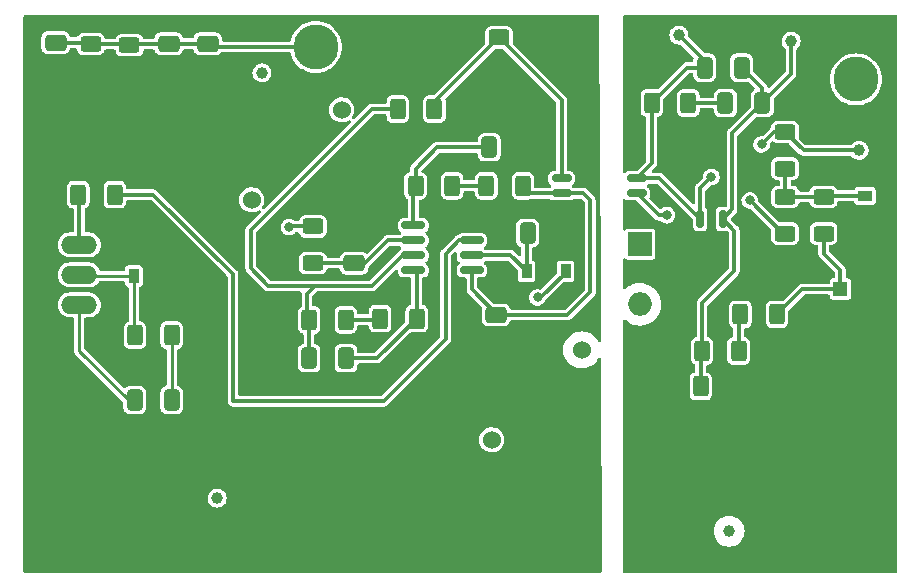
<source format=gbl>
G04 #@! TF.GenerationSoftware,KiCad,Pcbnew,(6.0.11)*
G04 #@! TF.CreationDate,2023-06-13T18:49:00+03:00*
G04 #@! TF.ProjectId,flyback_48V_48W,666c7962-6163-46b5-9f34-38565f343857,rev?*
G04 #@! TF.SameCoordinates,Original*
G04 #@! TF.FileFunction,Copper,L2,Bot*
G04 #@! TF.FilePolarity,Positive*
%FSLAX46Y46*%
G04 Gerber Fmt 4.6, Leading zero omitted, Abs format (unit mm)*
G04 Created by KiCad (PCBNEW (6.0.11)) date 2023-06-13 18:49:00*
%MOMM*%
%LPD*%
G01*
G04 APERTURE LIST*
G04 Aperture macros list*
%AMRoundRect*
0 Rectangle with rounded corners*
0 $1 Rounding radius*
0 $2 $3 $4 $5 $6 $7 $8 $9 X,Y pos of 4 corners*
0 Add a 4 corners polygon primitive as box body*
4,1,4,$2,$3,$4,$5,$6,$7,$8,$9,$2,$3,0*
0 Add four circle primitives for the rounded corners*
1,1,$1+$1,$2,$3*
1,1,$1+$1,$4,$5*
1,1,$1+$1,$6,$7*
1,1,$1+$1,$8,$9*
0 Add four rect primitives between the rounded corners*
20,1,$1+$1,$2,$3,$4,$5,0*
20,1,$1+$1,$4,$5,$6,$7,0*
20,1,$1+$1,$6,$7,$8,$9,0*
20,1,$1+$1,$8,$9,$2,$3,0*%
G04 Aperture macros list end*
G04 #@! TA.AperFunction,ComponentPad*
%ADD10C,3.800000*%
G04 #@! TD*
G04 #@! TA.AperFunction,ComponentPad*
%ADD11O,3.048000X1.524000*%
G04 #@! TD*
G04 #@! TA.AperFunction,ComponentPad*
%ADD12R,2.000000X2.000000*%
G04 #@! TD*
G04 #@! TA.AperFunction,ComponentPad*
%ADD13O,2.000000X2.000000*%
G04 #@! TD*
G04 #@! TA.AperFunction,ComponentPad*
%ADD14R,1.200000X1.200000*%
G04 #@! TD*
G04 #@! TA.AperFunction,ComponentPad*
%ADD15C,1.200000*%
G04 #@! TD*
G04 #@! TA.AperFunction,ComponentPad*
%ADD16C,1.524000*%
G04 #@! TD*
G04 #@! TA.AperFunction,ComponentPad*
%ADD17C,1.000000*%
G04 #@! TD*
G04 #@! TA.AperFunction,SMDPad,CuDef*
%ADD18RoundRect,0.250000X-0.625000X0.400000X-0.625000X-0.400000X0.625000X-0.400000X0.625000X0.400000X0*%
G04 #@! TD*
G04 #@! TA.AperFunction,SMDPad,CuDef*
%ADD19RoundRect,0.250000X-0.400000X-0.625000X0.400000X-0.625000X0.400000X0.625000X-0.400000X0.625000X0*%
G04 #@! TD*
G04 #@! TA.AperFunction,SMDPad,CuDef*
%ADD20RoundRect,0.250000X0.400000X0.625000X-0.400000X0.625000X-0.400000X-0.625000X0.400000X-0.625000X0*%
G04 #@! TD*
G04 #@! TA.AperFunction,SMDPad,CuDef*
%ADD21RoundRect,0.250000X0.650000X-0.412500X0.650000X0.412500X-0.650000X0.412500X-0.650000X-0.412500X0*%
G04 #@! TD*
G04 #@! TA.AperFunction,SMDPad,CuDef*
%ADD22RoundRect,0.150000X-0.825000X-0.150000X0.825000X-0.150000X0.825000X0.150000X-0.825000X0.150000X0*%
G04 #@! TD*
G04 #@! TA.AperFunction,SMDPad,CuDef*
%ADD23RoundRect,0.150000X-0.662500X-0.150000X0.662500X-0.150000X0.662500X0.150000X-0.662500X0.150000X0*%
G04 #@! TD*
G04 #@! TA.AperFunction,SMDPad,CuDef*
%ADD24RoundRect,0.250000X-0.650000X0.412500X-0.650000X-0.412500X0.650000X-0.412500X0.650000X0.412500X0*%
G04 #@! TD*
G04 #@! TA.AperFunction,SMDPad,CuDef*
%ADD25RoundRect,0.250000X0.412500X0.650000X-0.412500X0.650000X-0.412500X-0.650000X0.412500X-0.650000X0*%
G04 #@! TD*
G04 #@! TA.AperFunction,SMDPad,CuDef*
%ADD26RoundRect,0.250000X-0.412500X-0.650000X0.412500X-0.650000X0.412500X0.650000X-0.412500X0.650000X0*%
G04 #@! TD*
G04 #@! TA.AperFunction,SMDPad,CuDef*
%ADD27R,0.900000X1.200000*%
G04 #@! TD*
G04 #@! TA.AperFunction,SMDPad,CuDef*
%ADD28RoundRect,0.150000X-0.150000X0.587500X-0.150000X-0.587500X0.150000X-0.587500X0.150000X0.587500X0*%
G04 #@! TD*
G04 #@! TA.AperFunction,SMDPad,CuDef*
%ADD29RoundRect,0.250000X0.625000X-0.400000X0.625000X0.400000X-0.625000X0.400000X-0.625000X-0.400000X0*%
G04 #@! TD*
G04 #@! TA.AperFunction,SMDPad,CuDef*
%ADD30R,1.200000X0.900000*%
G04 #@! TD*
G04 #@! TA.AperFunction,ViaPad*
%ADD31C,0.800000*%
G04 #@! TD*
G04 #@! TA.AperFunction,Conductor*
%ADD32C,0.300000*%
G04 #@! TD*
G04 #@! TA.AperFunction,Conductor*
%ADD33C,0.250000*%
G04 #@! TD*
G04 APERTURE END LIST*
D10*
X133500000Y-78750000D03*
D11*
X105725000Y-59300000D03*
X105725000Y-56760000D03*
X105725000Y-61840000D03*
D10*
X171500000Y-42750000D03*
D12*
X153189500Y-56710000D03*
D13*
X153189500Y-61790000D03*
D14*
X170180000Y-60500000D03*
D15*
X170180000Y-65500000D03*
D16*
X127950000Y-45330000D03*
X120330000Y-52950000D03*
X140650000Y-73270000D03*
X148270000Y-65650000D03*
D10*
X170500000Y-75750000D03*
D17*
X117400000Y-78200000D03*
X160750000Y-81000000D03*
D10*
X125750000Y-40000000D03*
D17*
X171750000Y-48750000D03*
D18*
X106698000Y-39750000D03*
X106698000Y-42850000D03*
D19*
X110450000Y-64400000D03*
X113550000Y-64400000D03*
D20*
X108750000Y-52500000D03*
X105650000Y-52500000D03*
D21*
X129000000Y-58312500D03*
X129000000Y-55187500D03*
D18*
X109982000Y-39852000D03*
X109982000Y-42952000D03*
D19*
X125200000Y-63100000D03*
X128300000Y-63100000D03*
D22*
X134025000Y-58905000D03*
X134025000Y-57635000D03*
X134025000Y-56365000D03*
X134025000Y-55095000D03*
X138975000Y-55095000D03*
X138975000Y-56365000D03*
X138975000Y-57635000D03*
X138975000Y-58905000D03*
D23*
X146562500Y-52385000D03*
X146562500Y-51115000D03*
X152937500Y-51115000D03*
X152937500Y-52385000D03*
D24*
X141000000Y-62687500D03*
X141000000Y-65812500D03*
D25*
X113562500Y-69900000D03*
X110437500Y-69900000D03*
X161812500Y-41750000D03*
X158687500Y-41750000D03*
D26*
X140437500Y-48500000D03*
X143562500Y-48500000D03*
D20*
X161550000Y-65750000D03*
X158450000Y-65750000D03*
D19*
X158350000Y-68750000D03*
X161450000Y-68750000D03*
D20*
X143300000Y-51750000D03*
X140200000Y-51750000D03*
D27*
X113650000Y-59400000D03*
X110350000Y-59400000D03*
X143600000Y-59000000D03*
X146900000Y-59000000D03*
D25*
X163562500Y-44750000D03*
X160437500Y-44750000D03*
D19*
X131200000Y-63000000D03*
X134300000Y-63000000D03*
D24*
X103726200Y-39635900D03*
X103726200Y-42760900D03*
X113302000Y-39737500D03*
X113302000Y-42862500D03*
D18*
X165500000Y-52700000D03*
X165500000Y-55800000D03*
D20*
X137300000Y-51750000D03*
X134200000Y-51750000D03*
D28*
X158300000Y-54562500D03*
X160200000Y-54562500D03*
X159250000Y-56437500D03*
D18*
X141250000Y-39200000D03*
X141250000Y-42300000D03*
D29*
X165500000Y-50300000D03*
X165500000Y-47200000D03*
D17*
X166000000Y-39500000D03*
D20*
X135800000Y-45250000D03*
X132700000Y-45250000D03*
D30*
X172250000Y-52600000D03*
X172250000Y-55900000D03*
D26*
X125187500Y-66350000D03*
X128312500Y-66350000D03*
D20*
X157300000Y-44750000D03*
X154200000Y-44750000D03*
D17*
X156500000Y-39000000D03*
D26*
X143687500Y-55750000D03*
X146812500Y-55750000D03*
D17*
X121200000Y-42200000D03*
D29*
X125500000Y-58300000D03*
X125500000Y-55200000D03*
X168750000Y-55800000D03*
X168750000Y-52700000D03*
D20*
X164800000Y-62650000D03*
X161700000Y-62650000D03*
D24*
X116604000Y-39737500D03*
X116604000Y-42862500D03*
D31*
X144532000Y-61214000D03*
X162500000Y-53000000D03*
X159250000Y-51000000D03*
X163500000Y-48250000D03*
X155500000Y-54250000D03*
X123500000Y-55250000D03*
D32*
X143600000Y-55837500D02*
X143687500Y-55750000D01*
X143600000Y-59000000D02*
X143600000Y-55837500D01*
X138975000Y-57635000D02*
X142235000Y-57635000D01*
X142235000Y-57635000D02*
X143600000Y-59000000D01*
X103726200Y-39635900D02*
X106583900Y-39635900D01*
X144786000Y-61214000D02*
X146900000Y-59100000D01*
X110000000Y-39750000D02*
X113289500Y-39750000D01*
X144532000Y-61214000D02*
X144786000Y-61214000D01*
X116604000Y-39737500D02*
X116866500Y-40000000D01*
X113302000Y-39737500D02*
X116604000Y-39737500D01*
X106583900Y-39635900D02*
X106698000Y-39750000D01*
X116866500Y-40000000D02*
X127200000Y-40000000D01*
X106698000Y-39750000D02*
X110236000Y-39750000D01*
X113289500Y-39750000D02*
X113302000Y-39737500D01*
X146900000Y-59100000D02*
X146900000Y-59000000D01*
X168850000Y-52600000D02*
X168750000Y-52700000D01*
X168750000Y-52700000D02*
X165500000Y-52700000D01*
X172250000Y-52600000D02*
X168850000Y-52600000D01*
X165500000Y-50300000D02*
X165500000Y-52700000D01*
X134025000Y-57635000D02*
X133115000Y-57635000D01*
X120250000Y-55500000D02*
X130500000Y-45250000D01*
X125200000Y-63100000D02*
X125187500Y-63112500D01*
X130500000Y-60250000D02*
X126000000Y-60250000D01*
X121750000Y-60250000D02*
X120250000Y-58750000D01*
X126000000Y-60250000D02*
X121750000Y-60250000D01*
X120250000Y-58750000D02*
X120250000Y-55500000D01*
X125000000Y-62900000D02*
X125200000Y-63100000D01*
X126000000Y-60250000D02*
X125650000Y-60250000D01*
X133115000Y-57635000D02*
X130500000Y-60250000D01*
X125187500Y-63112500D02*
X125187500Y-66350000D01*
X125650000Y-60250000D02*
X125000000Y-60900000D01*
X125000000Y-60900000D02*
X125000000Y-62900000D01*
X130500000Y-45250000D02*
X132700000Y-45250000D01*
X134300000Y-59180000D02*
X134025000Y-58905000D01*
X134300000Y-63000000D02*
X130950000Y-66350000D01*
X134300000Y-63000000D02*
X134300000Y-59180000D01*
X130950000Y-66350000D02*
X128312500Y-66350000D01*
X125500000Y-58300000D02*
X128987500Y-58300000D01*
X131885000Y-56365000D02*
X134025000Y-56365000D01*
X128987500Y-58300000D02*
X129000000Y-58312500D01*
X129000000Y-58312500D02*
X129937500Y-58312500D01*
X129937500Y-58312500D02*
X131885000Y-56365000D01*
X168750000Y-55800000D02*
X168750000Y-57498000D01*
X168750000Y-57498000D02*
X170180000Y-58928000D01*
X170180000Y-60500000D02*
X166950000Y-60500000D01*
X166950000Y-60500000D02*
X164800000Y-62650000D01*
X170180000Y-58928000D02*
X170180000Y-60500000D01*
X158450000Y-65750000D02*
X158350000Y-65850000D01*
X163562500Y-44750000D02*
X163562500Y-43500000D01*
X163562500Y-44750000D02*
X161000000Y-47312500D01*
X161187500Y-58950000D02*
X161187500Y-55550000D01*
X161000000Y-53762500D02*
X160200000Y-54562500D01*
X166000000Y-42312500D02*
X166000000Y-39500000D01*
X161187500Y-55550000D02*
X160200000Y-54562500D01*
X161000000Y-47312500D02*
X161000000Y-53762500D01*
X158350000Y-65850000D02*
X158350000Y-68750000D01*
X158450000Y-65750000D02*
X158450000Y-61687500D01*
X163562500Y-44750000D02*
X166000000Y-42312500D01*
X163562500Y-43500000D02*
X161812500Y-41750000D01*
X158450000Y-61687500D02*
X161187500Y-58950000D01*
X157300000Y-44750000D02*
X160437500Y-44750000D01*
X158687500Y-41187500D02*
X156500000Y-39000000D01*
X158687500Y-41750000D02*
X158687500Y-41187500D01*
X158300000Y-51950000D02*
X158300000Y-54562500D01*
X165300000Y-55800000D02*
X162500000Y-53000000D01*
X157200000Y-41750000D02*
X158687500Y-41750000D01*
X154200000Y-44750000D02*
X157200000Y-41750000D01*
X154852500Y-51115000D02*
X158300000Y-54562500D01*
X165500000Y-55800000D02*
X165300000Y-55800000D01*
X159250000Y-51000000D02*
X158300000Y-51950000D01*
X152937500Y-51115000D02*
X154852500Y-51115000D01*
X154200000Y-44750000D02*
X154200000Y-49852500D01*
X154200000Y-49852500D02*
X152937500Y-51115000D01*
X148385000Y-52385000D02*
X149000000Y-53000000D01*
X138975000Y-58905000D02*
X138975000Y-60537500D01*
X143300000Y-51750000D02*
X143935000Y-52385000D01*
X149000000Y-53000000D02*
X149000000Y-60750000D01*
X143935000Y-52385000D02*
X146562500Y-52385000D01*
X149000000Y-60750000D02*
X147062500Y-62687500D01*
X147062500Y-62687500D02*
X141000000Y-62687500D01*
X138975000Y-60537500D02*
X141187500Y-62750000D01*
X146562500Y-52385000D02*
X148385000Y-52385000D01*
X134025000Y-51925000D02*
X134025000Y-55095000D01*
X136000000Y-48500000D02*
X140437500Y-48500000D01*
X134200000Y-51750000D02*
X134025000Y-51925000D01*
X134200000Y-50300000D02*
X136000000Y-48500000D01*
X134200000Y-51750000D02*
X134200000Y-50300000D01*
D33*
X110350000Y-59400000D02*
X110350000Y-64300000D01*
X110350000Y-59400000D02*
X105825000Y-59400000D01*
X110350000Y-64300000D02*
X110450000Y-64400000D01*
X105825000Y-59400000D02*
X105725000Y-59300000D01*
D32*
X135800000Y-45250000D02*
X135800000Y-44650000D01*
X146562500Y-51115000D02*
X146562500Y-44512500D01*
X135800000Y-44650000D02*
X141250000Y-39200000D01*
X146562500Y-44512500D02*
X141250000Y-39200000D01*
X155500000Y-54250000D02*
X154802500Y-54250000D01*
X165500000Y-47200000D02*
X164550000Y-47200000D01*
X167050000Y-48750000D02*
X171750000Y-48750000D01*
X165500000Y-47200000D02*
X167050000Y-48750000D01*
X164550000Y-47200000D02*
X163500000Y-48250000D01*
X154802500Y-54250000D02*
X152937500Y-52385000D01*
X131100000Y-63100000D02*
X131200000Y-63000000D01*
X128300000Y-63100000D02*
X131100000Y-63100000D01*
X123550000Y-55200000D02*
X123500000Y-55250000D01*
D33*
X105725000Y-65725000D02*
X109900000Y-69900000D01*
X105725000Y-61840000D02*
X105725000Y-65725000D01*
D32*
X125500000Y-55200000D02*
X123550000Y-55200000D01*
X161550000Y-65750000D02*
X161550000Y-62750000D01*
X161550000Y-62750000D02*
X161650000Y-62650000D01*
X136750000Y-64750000D02*
X136750000Y-57500000D01*
X118750000Y-70000000D02*
X131500000Y-70000000D01*
X108750000Y-52500000D02*
X112000000Y-52500000D01*
X118750000Y-59250000D02*
X118750000Y-70000000D01*
X136750000Y-57500000D02*
X137885000Y-56365000D01*
X112000000Y-52500000D02*
X118750000Y-59250000D01*
X131500000Y-70000000D02*
X136750000Y-64750000D01*
X137885000Y-56365000D02*
X138975000Y-56365000D01*
X137300000Y-51750000D02*
X140200000Y-51750000D01*
X105725000Y-56760000D02*
X105725000Y-53025000D01*
X105725000Y-53025000D02*
X105200000Y-52500000D01*
D33*
X113550000Y-69887500D02*
X113562500Y-69900000D01*
X113550000Y-64400000D02*
X113550000Y-69887500D01*
G04 #@! TA.AperFunction,Conductor*
G36*
X149694352Y-37320502D02*
G01*
X149740845Y-37374158D01*
X149752229Y-37425840D01*
X149869913Y-59903379D01*
X149895782Y-64844263D01*
X149895892Y-64865354D01*
X149876247Y-64933579D01*
X149822836Y-64980352D01*
X149752616Y-64990824D01*
X149687881Y-64961669D01*
X149662462Y-64931849D01*
X149540587Y-64732968D01*
X149540580Y-64732958D01*
X149537998Y-64728745D01*
X149378271Y-64541729D01*
X149191255Y-64382002D01*
X148981554Y-64253497D01*
X148976984Y-64251604D01*
X148976980Y-64251602D01*
X148758901Y-64161271D01*
X148758895Y-64161269D01*
X148754332Y-64159379D01*
X148749532Y-64158227D01*
X148749527Y-64158225D01*
X148603263Y-64123110D01*
X148515185Y-64101964D01*
X148270000Y-64082668D01*
X148024815Y-64101964D01*
X147936737Y-64123110D01*
X147790473Y-64158225D01*
X147790468Y-64158227D01*
X147785668Y-64159379D01*
X147781105Y-64161269D01*
X147781099Y-64161271D01*
X147563020Y-64251602D01*
X147563016Y-64251604D01*
X147558446Y-64253497D01*
X147348745Y-64382002D01*
X147161729Y-64541729D01*
X147002002Y-64728745D01*
X146918288Y-64865354D01*
X146876480Y-64933579D01*
X146873497Y-64938446D01*
X146871604Y-64943016D01*
X146871602Y-64943020D01*
X146781271Y-65161099D01*
X146781269Y-65161105D01*
X146779379Y-65165668D01*
X146721964Y-65404815D01*
X146702668Y-65650000D01*
X146721964Y-65895185D01*
X146779379Y-66134332D01*
X146781269Y-66138895D01*
X146781271Y-66138901D01*
X146871602Y-66356980D01*
X146873497Y-66361554D01*
X147002002Y-66571255D01*
X147161729Y-66758271D01*
X147348745Y-66917998D01*
X147558446Y-67046503D01*
X147563016Y-67048396D01*
X147563020Y-67048398D01*
X147781099Y-67138729D01*
X147781105Y-67138731D01*
X147785668Y-67140621D01*
X147790468Y-67141773D01*
X147790473Y-67141775D01*
X147899866Y-67168038D01*
X148024815Y-67198036D01*
X148270000Y-67217332D01*
X148515185Y-67198036D01*
X148640134Y-67168038D01*
X148749527Y-67141775D01*
X148749532Y-67141773D01*
X148754332Y-67140621D01*
X148758895Y-67138731D01*
X148758901Y-67138729D01*
X148976980Y-67048398D01*
X148976984Y-67048396D01*
X148981554Y-67046503D01*
X149191255Y-66917998D01*
X149378271Y-66758271D01*
X149537998Y-66571255D01*
X149666503Y-66361554D01*
X149666637Y-66361232D01*
X149714502Y-66310546D01*
X149783416Y-66293476D01*
X149850619Y-66316374D01*
X149894774Y-66371970D01*
X149904024Y-66418701D01*
X149998025Y-84372840D01*
X149978380Y-84441065D01*
X149924969Y-84487838D01*
X149872027Y-84499500D01*
X101126500Y-84499500D01*
X101058379Y-84479498D01*
X101011886Y-84425842D01*
X101000500Y-84373500D01*
X101000500Y-78188753D01*
X116594514Y-78188753D01*
X116595201Y-78195760D01*
X116595201Y-78195763D01*
X116596005Y-78203963D01*
X116612039Y-78367486D01*
X116614262Y-78374168D01*
X116614262Y-78374169D01*
X116622967Y-78400336D01*
X116668726Y-78537896D01*
X116761759Y-78691512D01*
X116886514Y-78820699D01*
X117036789Y-78919036D01*
X117205116Y-78981636D01*
X117212097Y-78982567D01*
X117212099Y-78982568D01*
X117376149Y-79004457D01*
X117376153Y-79004457D01*
X117383130Y-79005388D01*
X117390142Y-79004750D01*
X117390146Y-79004750D01*
X117554960Y-78989751D01*
X117554961Y-78989751D01*
X117561981Y-78989112D01*
X117732782Y-78933615D01*
X117763714Y-78915176D01*
X117880992Y-78845265D01*
X117880994Y-78845264D01*
X117887044Y-78841657D01*
X118017099Y-78717807D01*
X118034570Y-78691512D01*
X118112582Y-78574093D01*
X118116483Y-78568222D01*
X118131168Y-78529564D01*
X118177757Y-78406919D01*
X118177758Y-78406914D01*
X118180257Y-78400336D01*
X118205251Y-78222493D01*
X118205565Y-78200000D01*
X118185546Y-78021528D01*
X118179427Y-78003955D01*
X118128803Y-77858584D01*
X118126485Y-77851927D01*
X118031316Y-77699625D01*
X117967771Y-77635635D01*
X117909733Y-77577190D01*
X117909729Y-77577187D01*
X117904770Y-77572193D01*
X117893761Y-77565206D01*
X117846860Y-77535442D01*
X117753136Y-77475963D01*
X117723352Y-77465357D01*
X117590586Y-77418081D01*
X117590581Y-77418080D01*
X117583951Y-77415719D01*
X117576965Y-77414886D01*
X117576961Y-77414885D01*
X117449177Y-77399648D01*
X117405624Y-77394455D01*
X117398621Y-77395191D01*
X117398620Y-77395191D01*
X117234025Y-77412490D01*
X117234021Y-77412491D01*
X117227017Y-77413227D01*
X117220346Y-77415498D01*
X117063677Y-77468832D01*
X117063674Y-77468833D01*
X117057007Y-77471103D01*
X117051009Y-77474793D01*
X117051007Y-77474794D01*
X116980526Y-77518154D01*
X116904045Y-77565206D01*
X116899014Y-77570132D01*
X116899011Y-77570135D01*
X116891807Y-77577190D01*
X116775732Y-77690859D01*
X116771913Y-77696784D01*
X116771912Y-77696786D01*
X116682265Y-77835891D01*
X116678446Y-77841817D01*
X116617022Y-78010578D01*
X116594514Y-78188753D01*
X101000500Y-78188753D01*
X101000500Y-73255093D01*
X139582463Y-73255093D01*
X139599899Y-73462730D01*
X139657333Y-73663025D01*
X139660151Y-73668507D01*
X139660152Y-73668511D01*
X139749756Y-73842862D01*
X139749759Y-73842866D01*
X139752577Y-73848350D01*
X139756408Y-73853183D01*
X139878174Y-74006816D01*
X139878179Y-74006821D01*
X139882003Y-74011646D01*
X140040683Y-74146693D01*
X140046061Y-74149699D01*
X140046063Y-74149700D01*
X140131627Y-74197519D01*
X140222571Y-74248346D01*
X140420740Y-74312735D01*
X140627641Y-74337407D01*
X140633776Y-74336935D01*
X140633778Y-74336935D01*
X140829252Y-74321894D01*
X140829256Y-74321893D01*
X140835394Y-74321421D01*
X141036085Y-74265387D01*
X141041589Y-74262607D01*
X141041591Y-74262606D01*
X141216570Y-74174218D01*
X141216572Y-74174217D01*
X141222071Y-74171439D01*
X141386266Y-74043156D01*
X141522417Y-73885423D01*
X141625339Y-73704249D01*
X141691109Y-73506534D01*
X141717225Y-73299810D01*
X141717641Y-73270000D01*
X141697308Y-73062627D01*
X141637083Y-72863154D01*
X141539261Y-72679176D01*
X141533590Y-72672222D01*
X141497427Y-72627882D01*
X141407567Y-72517704D01*
X141247017Y-72384885D01*
X141063728Y-72285781D01*
X140864679Y-72224165D01*
X140858554Y-72223521D01*
X140858553Y-72223521D01*
X140663582Y-72203029D01*
X140663580Y-72203029D01*
X140657453Y-72202385D01*
X140526739Y-72214281D01*
X140456085Y-72220711D01*
X140456084Y-72220711D01*
X140449944Y-72221270D01*
X140444030Y-72223011D01*
X140444028Y-72223011D01*
X140433917Y-72225987D01*
X140250055Y-72280101D01*
X140065399Y-72376636D01*
X139903011Y-72507200D01*
X139769075Y-72666818D01*
X139668693Y-72849411D01*
X139605690Y-73048025D01*
X139582463Y-73255093D01*
X101000500Y-73255093D01*
X101000500Y-61832547D01*
X103895385Y-61832547D01*
X103914270Y-62040056D01*
X103916011Y-62045970D01*
X103916011Y-62045972D01*
X103930552Y-62095377D01*
X103973101Y-62239945D01*
X104069636Y-62424601D01*
X104200200Y-62586989D01*
X104359818Y-62720925D01*
X104542411Y-62821307D01*
X104741025Y-62884310D01*
X104747142Y-62884996D01*
X104747146Y-62884997D01*
X104823377Y-62893548D01*
X104903188Y-62902500D01*
X105173500Y-62902500D01*
X105241621Y-62922502D01*
X105288114Y-62976158D01*
X105299500Y-63028500D01*
X105299500Y-65792393D01*
X105306914Y-65815210D01*
X105311528Y-65834429D01*
X105315281Y-65858126D01*
X105319784Y-65866963D01*
X105319784Y-65866964D01*
X105326172Y-65879502D01*
X105333736Y-65897763D01*
X105338085Y-65911147D01*
X105338087Y-65911150D01*
X105341151Y-65920581D01*
X105346980Y-65928604D01*
X105355253Y-65939991D01*
X105365577Y-65956837D01*
X105376472Y-65978220D01*
X109437595Y-70039343D01*
X109471621Y-70101655D01*
X109474500Y-70128438D01*
X109474500Y-70592772D01*
X109485364Y-70682547D01*
X109540887Y-70822783D01*
X109632078Y-70942922D01*
X109752217Y-71034113D01*
X109815832Y-71059300D01*
X109884923Y-71086655D01*
X109884925Y-71086656D01*
X109892453Y-71089636D01*
X109982228Y-71100500D01*
X110892772Y-71100500D01*
X110982547Y-71089636D01*
X110990075Y-71086656D01*
X110990077Y-71086655D01*
X111059168Y-71059300D01*
X111122783Y-71034113D01*
X111242922Y-70942922D01*
X111334113Y-70822783D01*
X111389636Y-70682547D01*
X111400500Y-70592772D01*
X112599500Y-70592772D01*
X112610364Y-70682547D01*
X112665887Y-70822783D01*
X112757078Y-70942922D01*
X112877217Y-71034113D01*
X112940832Y-71059300D01*
X113009923Y-71086655D01*
X113009925Y-71086656D01*
X113017453Y-71089636D01*
X113107228Y-71100500D01*
X114017772Y-71100500D01*
X114107547Y-71089636D01*
X114115075Y-71086656D01*
X114115077Y-71086655D01*
X114184168Y-71059300D01*
X114247783Y-71034113D01*
X114367922Y-70942922D01*
X114459113Y-70822783D01*
X114514636Y-70682547D01*
X114525500Y-70592772D01*
X114525500Y-69207228D01*
X114514636Y-69117453D01*
X114459113Y-68977217D01*
X114367922Y-68857078D01*
X114247783Y-68765887D01*
X114184168Y-68740700D01*
X114115077Y-68713345D01*
X114115075Y-68713344D01*
X114107547Y-68710364D01*
X114099507Y-68709391D01*
X114086360Y-68707800D01*
X114021136Y-68679758D01*
X113981427Y-68620904D01*
X113975500Y-68582713D01*
X113975500Y-65688754D01*
X113995502Y-65620633D01*
X114049158Y-65574140D01*
X114070486Y-65566631D01*
X114074514Y-65565608D01*
X114082547Y-65564636D01*
X114090077Y-65561655D01*
X114136319Y-65543346D01*
X114222783Y-65509113D01*
X114342922Y-65417922D01*
X114434113Y-65297783D01*
X114467790Y-65212725D01*
X114486655Y-65165077D01*
X114486656Y-65165075D01*
X114489636Y-65157547D01*
X114500500Y-65067772D01*
X114500500Y-63732228D01*
X114489636Y-63642453D01*
X114434113Y-63502217D01*
X114342922Y-63382078D01*
X114222783Y-63290887D01*
X114155116Y-63264096D01*
X114090077Y-63238345D01*
X114090075Y-63238344D01*
X114082547Y-63235364D01*
X113992772Y-63224500D01*
X113107228Y-63224500D01*
X113017453Y-63235364D01*
X113009925Y-63238344D01*
X113009923Y-63238345D01*
X112944884Y-63264096D01*
X112877217Y-63290887D01*
X112757078Y-63382078D01*
X112665887Y-63502217D01*
X112610364Y-63642453D01*
X112599500Y-63732228D01*
X112599500Y-65067772D01*
X112610364Y-65157547D01*
X112613344Y-65165075D01*
X112613345Y-65165077D01*
X112632210Y-65212725D01*
X112665887Y-65297783D01*
X112757078Y-65417922D01*
X112877217Y-65509113D01*
X112963681Y-65543346D01*
X113009924Y-65561655D01*
X113017453Y-65564636D01*
X113025486Y-65565608D01*
X113029514Y-65566631D01*
X113090615Y-65602785D01*
X113122471Y-65666233D01*
X113124500Y-65688754D01*
X113124500Y-68586246D01*
X113104498Y-68654367D01*
X113050842Y-68700860D01*
X113029514Y-68708369D01*
X113025486Y-68709392D01*
X113017453Y-68710364D01*
X113009932Y-68713342D01*
X113009931Y-68713342D01*
X112963681Y-68731654D01*
X112877217Y-68765887D01*
X112757078Y-68857078D01*
X112665887Y-68977217D01*
X112610364Y-69117453D01*
X112599500Y-69207228D01*
X112599500Y-70592772D01*
X111400500Y-70592772D01*
X111400500Y-69207228D01*
X111389636Y-69117453D01*
X111334113Y-68977217D01*
X111242922Y-68857078D01*
X111122783Y-68765887D01*
X111059168Y-68740700D01*
X110990077Y-68713345D01*
X110990075Y-68713344D01*
X110982547Y-68710364D01*
X110892772Y-68699500D01*
X109982228Y-68699500D01*
X109892453Y-68710364D01*
X109884925Y-68713344D01*
X109884923Y-68713345D01*
X109815832Y-68740700D01*
X109752217Y-68765887D01*
X109632078Y-68857078D01*
X109631881Y-68857338D01*
X109573066Y-68889457D01*
X109502250Y-68884396D01*
X109457181Y-68855433D01*
X106187405Y-65585657D01*
X106153379Y-65523345D01*
X106150500Y-65496562D01*
X106150500Y-63028500D01*
X106170502Y-62960379D01*
X106224158Y-62913886D01*
X106276500Y-62902500D01*
X106539432Y-62902500D01*
X106694373Y-62887308D01*
X106893846Y-62827083D01*
X107077824Y-62729261D01*
X107239296Y-62597567D01*
X107372115Y-62437017D01*
X107471219Y-62253728D01*
X107532835Y-62054679D01*
X107537343Y-62011789D01*
X107553971Y-61853582D01*
X107553971Y-61853580D01*
X107554615Y-61847453D01*
X107535730Y-61639944D01*
X107508346Y-61546900D01*
X107478641Y-61445974D01*
X107476899Y-61440055D01*
X107442960Y-61375135D01*
X107383218Y-61260858D01*
X107383217Y-61260857D01*
X107380364Y-61255399D01*
X107249800Y-61093011D01*
X107090182Y-60959075D01*
X107076442Y-60951521D01*
X106972794Y-60894540D01*
X106907589Y-60858693D01*
X106708975Y-60795690D01*
X106702858Y-60795004D01*
X106702854Y-60795003D01*
X106614476Y-60785090D01*
X106546812Y-60777500D01*
X104910568Y-60777500D01*
X104755627Y-60792692D01*
X104556154Y-60852917D01*
X104372176Y-60950739D01*
X104367402Y-60954633D01*
X104367400Y-60954634D01*
X104357095Y-60963039D01*
X104210704Y-61082433D01*
X104077885Y-61242983D01*
X103978781Y-61426272D01*
X103917165Y-61625321D01*
X103916521Y-61631446D01*
X103916521Y-61631447D01*
X103898264Y-61805159D01*
X103895385Y-61832547D01*
X101000500Y-61832547D01*
X101000500Y-59292547D01*
X103895385Y-59292547D01*
X103905137Y-59399698D01*
X103910808Y-59462010D01*
X103914270Y-59500056D01*
X103973101Y-59699945D01*
X103975958Y-59705410D01*
X104048423Y-59844023D01*
X104069636Y-59884601D01*
X104200200Y-60046989D01*
X104204924Y-60050953D01*
X104238929Y-60079487D01*
X104359818Y-60180925D01*
X104542411Y-60281307D01*
X104741025Y-60344310D01*
X104747142Y-60344996D01*
X104747146Y-60344997D01*
X104823377Y-60353548D01*
X104903188Y-60362500D01*
X106539432Y-60362500D01*
X106694373Y-60347308D01*
X106893846Y-60287083D01*
X107077824Y-60189261D01*
X107088021Y-60180945D01*
X107129118Y-60147427D01*
X107239296Y-60057567D01*
X107372115Y-59897017D01*
X107375047Y-59891595D01*
X107375063Y-59891566D01*
X107375075Y-59891554D01*
X107378492Y-59886488D01*
X107379455Y-59887138D01*
X107425061Y-59841159D01*
X107485896Y-59825500D01*
X109473500Y-59825500D01*
X109541621Y-59845502D01*
X109588114Y-59899158D01*
X109599500Y-59951500D01*
X109599500Y-60044646D01*
X109599941Y-60048350D01*
X109599941Y-60048353D01*
X109600474Y-60052827D01*
X109602618Y-60070846D01*
X109648061Y-60173153D01*
X109656294Y-60181372D01*
X109656295Y-60181373D01*
X109660295Y-60185366D01*
X109727287Y-60252241D01*
X109737924Y-60256944D01*
X109737926Y-60256945D01*
X109782225Y-60276529D01*
X109829673Y-60297506D01*
X109833970Y-60298007D01*
X109892102Y-60333788D01*
X109922845Y-60397783D01*
X109924500Y-60418137D01*
X109924500Y-63146944D01*
X109904498Y-63215065D01*
X109844884Y-63264096D01*
X109777217Y-63290887D01*
X109657078Y-63382078D01*
X109565887Y-63502217D01*
X109510364Y-63642453D01*
X109499500Y-63732228D01*
X109499500Y-65067772D01*
X109510364Y-65157547D01*
X109513344Y-65165075D01*
X109513345Y-65165077D01*
X109532210Y-65212725D01*
X109565887Y-65297783D01*
X109657078Y-65417922D01*
X109777217Y-65509113D01*
X109813163Y-65523345D01*
X109909923Y-65561655D01*
X109909925Y-65561656D01*
X109917453Y-65564636D01*
X110007228Y-65575500D01*
X110892772Y-65575500D01*
X110982547Y-65564636D01*
X110990075Y-65561656D01*
X110990077Y-65561655D01*
X111086837Y-65523345D01*
X111122783Y-65509113D01*
X111242922Y-65417922D01*
X111334113Y-65297783D01*
X111367790Y-65212725D01*
X111386655Y-65165077D01*
X111386656Y-65165075D01*
X111389636Y-65157547D01*
X111400500Y-65067772D01*
X111400500Y-63732228D01*
X111389636Y-63642453D01*
X111334113Y-63502217D01*
X111242922Y-63382078D01*
X111122783Y-63290887D01*
X111055116Y-63264096D01*
X110990077Y-63238345D01*
X110990075Y-63238344D01*
X110982547Y-63235364D01*
X110955634Y-63232107D01*
X110896542Y-63224956D01*
X110896538Y-63224956D01*
X110893238Y-63224556D01*
X110893237Y-63224556D01*
X110892772Y-63224500D01*
X110892785Y-63224393D01*
X110827114Y-63200725D01*
X110783940Y-63144365D01*
X110775500Y-63099026D01*
X110775500Y-60418166D01*
X110795502Y-60350045D01*
X110849158Y-60303552D01*
X110863861Y-60298213D01*
X110870846Y-60297382D01*
X110894033Y-60287083D01*
X110962518Y-60256663D01*
X110973153Y-60251939D01*
X111052241Y-60172713D01*
X111097506Y-60070327D01*
X111100500Y-60044646D01*
X111100500Y-58755354D01*
X111097382Y-58729154D01*
X111088164Y-58708400D01*
X111056663Y-58637482D01*
X111051939Y-58626847D01*
X110972713Y-58547759D01*
X110962076Y-58543056D01*
X110962074Y-58543055D01*
X110890035Y-58511207D01*
X110870327Y-58502494D01*
X110844646Y-58499500D01*
X109855354Y-58499500D01*
X109851650Y-58499941D01*
X109851647Y-58499941D01*
X109844254Y-58500821D01*
X109829154Y-58502618D01*
X109820514Y-58506456D01*
X109820513Y-58506456D01*
X109739517Y-58542433D01*
X109726847Y-58548061D01*
X109718628Y-58556294D01*
X109718627Y-58556295D01*
X109690135Y-58584837D01*
X109647759Y-58627287D01*
X109643056Y-58637924D01*
X109643055Y-58637926D01*
X109628578Y-58670672D01*
X109602494Y-58729673D01*
X109599500Y-58755354D01*
X109599500Y-58848500D01*
X109579498Y-58916621D01*
X109525842Y-58963114D01*
X109473500Y-58974500D01*
X107591316Y-58974500D01*
X107523195Y-58954498D01*
X107477737Y-58899617D01*
X107476899Y-58900055D01*
X107474844Y-58896123D01*
X107474842Y-58896121D01*
X107416430Y-58784388D01*
X107383218Y-58720858D01*
X107383217Y-58720857D01*
X107380364Y-58715399D01*
X107249800Y-58553011D01*
X107090182Y-58419075D01*
X106907589Y-58318693D01*
X106708975Y-58255690D01*
X106702858Y-58255004D01*
X106702854Y-58255003D01*
X106626623Y-58246452D01*
X106546812Y-58237500D01*
X104910568Y-58237500D01*
X104755627Y-58252692D01*
X104556154Y-58312917D01*
X104372176Y-58410739D01*
X104210704Y-58542433D01*
X104077885Y-58702983D01*
X103978781Y-58886272D01*
X103917165Y-59085321D01*
X103916521Y-59091446D01*
X103916521Y-59091447D01*
X103897225Y-59275044D01*
X103895385Y-59292547D01*
X101000500Y-59292547D01*
X101000500Y-56752547D01*
X103895385Y-56752547D01*
X103903594Y-56842745D01*
X103913196Y-56948250D01*
X103914270Y-56960056D01*
X103916011Y-56965970D01*
X103916011Y-56965972D01*
X103918574Y-56974679D01*
X103973101Y-57159945D01*
X103975958Y-57165410D01*
X104029195Y-57267243D01*
X104069636Y-57344601D01*
X104200200Y-57506989D01*
X104359818Y-57640925D01*
X104542411Y-57741307D01*
X104741025Y-57804310D01*
X104747142Y-57804996D01*
X104747146Y-57804997D01*
X104823377Y-57813548D01*
X104903188Y-57822500D01*
X106539432Y-57822500D01*
X106694373Y-57807308D01*
X106893846Y-57747083D01*
X107077824Y-57649261D01*
X107095060Y-57635204D01*
X107197664Y-57551521D01*
X107239296Y-57517567D01*
X107372115Y-57357017D01*
X107471219Y-57173728D01*
X107532835Y-56974679D01*
X107536416Y-56940609D01*
X107553971Y-56773582D01*
X107553971Y-56773580D01*
X107554615Y-56767453D01*
X107535730Y-56559944D01*
X107476899Y-56360055D01*
X107380364Y-56175399D01*
X107249800Y-56013011D01*
X107090182Y-55879075D01*
X106907589Y-55778693D01*
X106708975Y-55715690D01*
X106702858Y-55715004D01*
X106702854Y-55715003D01*
X106626623Y-55706452D01*
X106546812Y-55697500D01*
X106301500Y-55697500D01*
X106233379Y-55677498D01*
X106186886Y-55623842D01*
X106175500Y-55571500D01*
X106175500Y-53753056D01*
X106195502Y-53684935D01*
X106255116Y-53635904D01*
X106282040Y-53625244D01*
X106322783Y-53609113D01*
X106442922Y-53517922D01*
X106534113Y-53397783D01*
X106589636Y-53257547D01*
X106600500Y-53167772D01*
X107799500Y-53167772D01*
X107810364Y-53257547D01*
X107865887Y-53397783D01*
X107957078Y-53517922D01*
X108077217Y-53609113D01*
X108117960Y-53625244D01*
X108209923Y-53661655D01*
X108209925Y-53661656D01*
X108217453Y-53664636D01*
X108307228Y-53675500D01*
X109192772Y-53675500D01*
X109282547Y-53664636D01*
X109290075Y-53661656D01*
X109290077Y-53661655D01*
X109382040Y-53625244D01*
X109422783Y-53609113D01*
X109542922Y-53517922D01*
X109634113Y-53397783D01*
X109689636Y-53257547D01*
X109700500Y-53167772D01*
X109700500Y-53076500D01*
X109720502Y-53008379D01*
X109774158Y-52961886D01*
X109826500Y-52950500D01*
X111761207Y-52950500D01*
X111829328Y-52970502D01*
X111850302Y-52987405D01*
X118262595Y-59399698D01*
X118296621Y-59462010D01*
X118299500Y-59488793D01*
X118299500Y-69933945D01*
X118298161Y-69945647D01*
X118298681Y-69945688D01*
X118297942Y-69955079D01*
X118295815Y-69964255D01*
X118296480Y-69973650D01*
X118296480Y-69973653D01*
X118299185Y-70011849D01*
X118299500Y-70020748D01*
X118299500Y-70033850D01*
X118300200Y-70038505D01*
X118301114Y-70044586D01*
X118302199Y-70054418D01*
X118305383Y-70099384D01*
X118308783Y-70108171D01*
X118310645Y-70116502D01*
X118313151Y-70124649D01*
X118314551Y-70133962D01*
X118318627Y-70142450D01*
X118334066Y-70174602D01*
X118337994Y-70183679D01*
X118354261Y-70225726D01*
X118360091Y-70233121D01*
X118364318Y-70240532D01*
X118369115Y-70247591D01*
X118373191Y-70256079D01*
X118379582Y-70262993D01*
X118403800Y-70289193D01*
X118410221Y-70296712D01*
X118432295Y-70324712D01*
X118432298Y-70324715D01*
X118438128Y-70332110D01*
X118445874Y-70337463D01*
X118452098Y-70343308D01*
X118458752Y-70348639D01*
X118465146Y-70355556D01*
X118493295Y-70371906D01*
X118504138Y-70378204D01*
X118512491Y-70383505D01*
X118539577Y-70402225D01*
X118549569Y-70409131D01*
X118558548Y-70411971D01*
X118566219Y-70415729D01*
X118574146Y-70418868D01*
X118582287Y-70423596D01*
X118591454Y-70425721D01*
X118591457Y-70425722D01*
X118626207Y-70433776D01*
X118635749Y-70436386D01*
X118678730Y-70449980D01*
X118685337Y-70450500D01*
X118687807Y-70450500D01*
X118688599Y-70450531D01*
X118695675Y-70451482D01*
X118695688Y-70451319D01*
X118705079Y-70452058D01*
X118714255Y-70454185D01*
X118723650Y-70453520D01*
X118723653Y-70453520D01*
X118761849Y-70450815D01*
X118770748Y-70450500D01*
X131465780Y-70450500D01*
X131480589Y-70451373D01*
X131514310Y-70455364D01*
X131523574Y-70453672D01*
X131523575Y-70453672D01*
X131572001Y-70444828D01*
X131575904Y-70444178D01*
X131624645Y-70436850D01*
X131624646Y-70436850D01*
X131633962Y-70435449D01*
X131640475Y-70432321D01*
X131647573Y-70431025D01*
X131699647Y-70403975D01*
X131703137Y-70402232D01*
X131756079Y-70376809D01*
X131761365Y-70371923D01*
X131761413Y-70371890D01*
X131767788Y-70368579D01*
X131772828Y-70364275D01*
X131810055Y-70327048D01*
X131813621Y-70323618D01*
X131848641Y-70291246D01*
X131855556Y-70284854D01*
X131859249Y-70278495D01*
X131864766Y-70272337D01*
X137044350Y-65092753D01*
X137055439Y-65082899D01*
X137074709Y-65067707D01*
X137074711Y-65067705D01*
X137082110Y-65061872D01*
X137097628Y-65039420D01*
X137115455Y-65013625D01*
X137117757Y-65010403D01*
X137147040Y-64970758D01*
X137147041Y-64970757D01*
X137152634Y-64963184D01*
X137155027Y-64956368D01*
X137159131Y-64950431D01*
X137162922Y-64938446D01*
X137176818Y-64894505D01*
X137178071Y-64890750D01*
X137194396Y-64844263D01*
X137194396Y-64844261D01*
X137197519Y-64835369D01*
X137197801Y-64828181D01*
X137197812Y-64828122D01*
X137199980Y-64821270D01*
X137200500Y-64814663D01*
X137200500Y-64761984D01*
X137200597Y-64757037D01*
X137202468Y-64709418D01*
X137202838Y-64700006D01*
X137200954Y-64692900D01*
X137200500Y-64684656D01*
X137200500Y-57738793D01*
X137220502Y-57670672D01*
X137237405Y-57649698D01*
X137484405Y-57402698D01*
X137546717Y-57368672D01*
X137617532Y-57373737D01*
X137674368Y-57416284D01*
X137699179Y-57482804D01*
X137699500Y-57491793D01*
X137699500Y-57838834D01*
X137702481Y-57870369D01*
X137747366Y-57998184D01*
X137752958Y-58005754D01*
X137752959Y-58005757D01*
X137811859Y-58085500D01*
X137827850Y-58107150D01*
X137835421Y-58112742D01*
X137835424Y-58112745D01*
X137911112Y-58168649D01*
X137954023Y-58225210D01*
X137959543Y-58295992D01*
X137925919Y-58358521D01*
X137911112Y-58371351D01*
X137835424Y-58427255D01*
X137835421Y-58427258D01*
X137827850Y-58432850D01*
X137822258Y-58440421D01*
X137752959Y-58534243D01*
X137752958Y-58534246D01*
X137747366Y-58541816D01*
X137702481Y-58669631D01*
X137699500Y-58701166D01*
X137699500Y-59108834D01*
X137702481Y-59140369D01*
X137747366Y-59268184D01*
X137752958Y-59275754D01*
X137752959Y-59275757D01*
X137769896Y-59298687D01*
X137827850Y-59377150D01*
X137835421Y-59382742D01*
X137929243Y-59452041D01*
X137929246Y-59452042D01*
X137936816Y-59457634D01*
X138064631Y-59502519D01*
X138072277Y-59503242D01*
X138072278Y-59503242D01*
X138078248Y-59503806D01*
X138096166Y-59505500D01*
X138398500Y-59505500D01*
X138466621Y-59525502D01*
X138513114Y-59579158D01*
X138524500Y-59631500D01*
X138524500Y-60503280D01*
X138523627Y-60518089D01*
X138519636Y-60551810D01*
X138521328Y-60561074D01*
X138521328Y-60561075D01*
X138530172Y-60609501D01*
X138530822Y-60613404D01*
X138537505Y-60657851D01*
X138539551Y-60671462D01*
X138542679Y-60677975D01*
X138543975Y-60685073D01*
X138571025Y-60737147D01*
X138572768Y-60740637D01*
X138598191Y-60793579D01*
X138603077Y-60798865D01*
X138603110Y-60798913D01*
X138606421Y-60805288D01*
X138610725Y-60810328D01*
X138647952Y-60847555D01*
X138651381Y-60851120D01*
X138690146Y-60893056D01*
X138696502Y-60896749D01*
X138702663Y-60902267D01*
X139265851Y-61465454D01*
X139789416Y-61989019D01*
X139823441Y-62051331D01*
X139817473Y-62124498D01*
X139810364Y-62142453D01*
X139799500Y-62232228D01*
X139799500Y-63142772D01*
X139810364Y-63232547D01*
X139865887Y-63372783D01*
X139957078Y-63492922D01*
X140077217Y-63584113D01*
X140138506Y-63608379D01*
X140209923Y-63636655D01*
X140209925Y-63636656D01*
X140217453Y-63639636D01*
X140307228Y-63650500D01*
X141692772Y-63650500D01*
X141782547Y-63639636D01*
X141790075Y-63636656D01*
X141790077Y-63636655D01*
X141861494Y-63608379D01*
X141922783Y-63584113D01*
X142042922Y-63492922D01*
X142134113Y-63372783D01*
X142189636Y-63232547D01*
X142189873Y-63230590D01*
X142224613Y-63171882D01*
X142288063Y-63140028D01*
X142310580Y-63138000D01*
X147028280Y-63138000D01*
X147043089Y-63138873D01*
X147052122Y-63139942D01*
X147076810Y-63142864D01*
X147086074Y-63141172D01*
X147086075Y-63141172D01*
X147134501Y-63132328D01*
X147138404Y-63131678D01*
X147187145Y-63124350D01*
X147187146Y-63124350D01*
X147196462Y-63122949D01*
X147202975Y-63119821D01*
X147210073Y-63118525D01*
X147262147Y-63091475D01*
X147265637Y-63089732D01*
X147318579Y-63064309D01*
X147323865Y-63059423D01*
X147323913Y-63059390D01*
X147330288Y-63056079D01*
X147335328Y-63051775D01*
X147372555Y-63014548D01*
X147376121Y-63011118D01*
X147411141Y-62978746D01*
X147418056Y-62972354D01*
X147421749Y-62965995D01*
X147427266Y-62959837D01*
X149294350Y-61092753D01*
X149305439Y-61082899D01*
X149324711Y-61067706D01*
X149324715Y-61067702D01*
X149332110Y-61061872D01*
X149337464Y-61054125D01*
X149337468Y-61054121D01*
X149365477Y-61013596D01*
X149367758Y-61010402D01*
X149402635Y-60963183D01*
X149405029Y-60956366D01*
X149409131Y-60950431D01*
X149426812Y-60894525D01*
X149428060Y-60890785D01*
X149444400Y-60844255D01*
X149444401Y-60844252D01*
X149447520Y-60835369D01*
X149447803Y-60828184D01*
X149447817Y-60828111D01*
X149449980Y-60821270D01*
X149450500Y-60814663D01*
X149450500Y-60761994D01*
X149450597Y-60757048D01*
X149452468Y-60709415D01*
X149452838Y-60700006D01*
X149450954Y-60692900D01*
X149450500Y-60684653D01*
X149450500Y-53034219D01*
X149451373Y-53019410D01*
X149451706Y-53016593D01*
X149455364Y-52985689D01*
X149453672Y-52976426D01*
X149453672Y-52976419D01*
X149444825Y-52927982D01*
X149444174Y-52924075D01*
X149436850Y-52875356D01*
X149436850Y-52875355D01*
X149435449Y-52866038D01*
X149432321Y-52859525D01*
X149431025Y-52852427D01*
X149403972Y-52800347D01*
X149402223Y-52796845D01*
X149380887Y-52752413D01*
X149380886Y-52752412D01*
X149376809Y-52743921D01*
X149371923Y-52738636D01*
X149371892Y-52738589D01*
X149368579Y-52732211D01*
X149364275Y-52727172D01*
X149327048Y-52689945D01*
X149323618Y-52686379D01*
X149291246Y-52651359D01*
X149284854Y-52644444D01*
X149278495Y-52640751D01*
X149272337Y-52635234D01*
X148727753Y-52090650D01*
X148717899Y-52079561D01*
X148702707Y-52060291D01*
X148702705Y-52060289D01*
X148696872Y-52052890D01*
X148689125Y-52047535D01*
X148689123Y-52047534D01*
X148648625Y-52019545D01*
X148645403Y-52017243D01*
X148605758Y-51987960D01*
X148605757Y-51987959D01*
X148598184Y-51982366D01*
X148591368Y-51979973D01*
X148585431Y-51975869D01*
X148576451Y-51973029D01*
X148576449Y-51973028D01*
X148553534Y-51965781D01*
X148529481Y-51958174D01*
X148525750Y-51956929D01*
X148479263Y-51940604D01*
X148479261Y-51940604D01*
X148470369Y-51937481D01*
X148463181Y-51937199D01*
X148463122Y-51937188D01*
X148456270Y-51935020D01*
X148449663Y-51934500D01*
X148396984Y-51934500D01*
X148392037Y-51934403D01*
X148335006Y-51932162D01*
X148327900Y-51934046D01*
X148319653Y-51934500D01*
X147617950Y-51934500D01*
X147549829Y-51914498D01*
X147543091Y-51909851D01*
X147463888Y-51851351D01*
X147420977Y-51794790D01*
X147415457Y-51724009D01*
X147449081Y-51661479D01*
X147463888Y-51648649D01*
X147539576Y-51592745D01*
X147539579Y-51592742D01*
X147547150Y-51587150D01*
X147559665Y-51570206D01*
X147622041Y-51485757D01*
X147622042Y-51485754D01*
X147627634Y-51478184D01*
X147672519Y-51350369D01*
X147675500Y-51318834D01*
X147675500Y-50911166D01*
X147672519Y-50879631D01*
X147627634Y-50751816D01*
X147622042Y-50744246D01*
X147622041Y-50744243D01*
X147552742Y-50650421D01*
X147547150Y-50642850D01*
X147530206Y-50630335D01*
X147445757Y-50567959D01*
X147445754Y-50567958D01*
X147438184Y-50562366D01*
X147310369Y-50517481D01*
X147302723Y-50516758D01*
X147302722Y-50516758D01*
X147296752Y-50516194D01*
X147278834Y-50514500D01*
X147139000Y-50514500D01*
X147070879Y-50494498D01*
X147024386Y-50440842D01*
X147013000Y-50388500D01*
X147013000Y-44546720D01*
X147013873Y-44531911D01*
X147016757Y-44507543D01*
X147017864Y-44498190D01*
X147016172Y-44488926D01*
X147016172Y-44488922D01*
X147007327Y-44440489D01*
X147006678Y-44436588D01*
X146999351Y-44387855D01*
X146999349Y-44387847D01*
X146997949Y-44378538D01*
X146994823Y-44372028D01*
X146993526Y-44364927D01*
X146980630Y-44340101D01*
X146966482Y-44312863D01*
X146964714Y-44309325D01*
X146943386Y-44264911D01*
X146939309Y-44256421D01*
X146934426Y-44251140D01*
X146934391Y-44251088D01*
X146931080Y-44244712D01*
X146926776Y-44239672D01*
X146889536Y-44202432D01*
X146886106Y-44198866D01*
X146853745Y-44163857D01*
X146853742Y-44163855D01*
X146847354Y-44156944D01*
X146840998Y-44153253D01*
X146834844Y-44147740D01*
X142458536Y-39771433D01*
X142424510Y-39709121D01*
X142422544Y-39667201D01*
X142425044Y-39646539D01*
X142425500Y-39642772D01*
X142425500Y-38757228D01*
X142414636Y-38667453D01*
X142359113Y-38527217D01*
X142267922Y-38407078D01*
X142147783Y-38315887D01*
X142084168Y-38290700D01*
X142015077Y-38263345D01*
X142015075Y-38263344D01*
X142007547Y-38260364D01*
X141917772Y-38249500D01*
X140582228Y-38249500D01*
X140492453Y-38260364D01*
X140484925Y-38263344D01*
X140484923Y-38263345D01*
X140415832Y-38290700D01*
X140352217Y-38315887D01*
X140232078Y-38407078D01*
X140140887Y-38527217D01*
X140085364Y-38667453D01*
X140074500Y-38757228D01*
X140074500Y-39642772D01*
X140074956Y-39646539D01*
X140077456Y-39667201D01*
X140065783Y-39737232D01*
X140041464Y-39771433D01*
X135775302Y-44037595D01*
X135712990Y-44071621D01*
X135686207Y-44074500D01*
X135357228Y-44074500D01*
X135267453Y-44085364D01*
X135259925Y-44088344D01*
X135259923Y-44088345D01*
X135190832Y-44115700D01*
X135127217Y-44140887D01*
X135007078Y-44232078D01*
X134915887Y-44352217D01*
X134899012Y-44394839D01*
X134871020Y-44465540D01*
X134860364Y-44492453D01*
X134849500Y-44582228D01*
X134849500Y-45917772D01*
X134860364Y-46007547D01*
X134915887Y-46147783D01*
X135007078Y-46267922D01*
X135127217Y-46359113D01*
X135163464Y-46373464D01*
X135259923Y-46411655D01*
X135259925Y-46411656D01*
X135267453Y-46414636D01*
X135357228Y-46425500D01*
X136242772Y-46425500D01*
X136332547Y-46414636D01*
X136340075Y-46411656D01*
X136340077Y-46411655D01*
X136436536Y-46373464D01*
X136472783Y-46359113D01*
X136592922Y-46267922D01*
X136684113Y-46147783D01*
X136739636Y-46007547D01*
X136750500Y-45917772D01*
X136750500Y-44582228D01*
X136739636Y-44492453D01*
X136728981Y-44465540D01*
X136722503Y-44394839D01*
X136757039Y-44330064D01*
X140899698Y-40187405D01*
X140962010Y-40153379D01*
X140988793Y-40150500D01*
X141511207Y-40150500D01*
X141579328Y-40170502D01*
X141600302Y-40187405D01*
X146075095Y-44662198D01*
X146109121Y-44724510D01*
X146112000Y-44751293D01*
X146112000Y-50388500D01*
X146091998Y-50456621D01*
X146038342Y-50503114D01*
X145986000Y-50514500D01*
X145846166Y-50514500D01*
X145828248Y-50516194D01*
X145822278Y-50516758D01*
X145822277Y-50516758D01*
X145814631Y-50517481D01*
X145686816Y-50562366D01*
X145679246Y-50567958D01*
X145679243Y-50567959D01*
X145594794Y-50630335D01*
X145577850Y-50642850D01*
X145572258Y-50650421D01*
X145502959Y-50744243D01*
X145502958Y-50744246D01*
X145497366Y-50751816D01*
X145452481Y-50879631D01*
X145449500Y-50911166D01*
X145449500Y-51318834D01*
X145452481Y-51350369D01*
X145497366Y-51478184D01*
X145502958Y-51485754D01*
X145502959Y-51485757D01*
X145565335Y-51570206D01*
X145577850Y-51587150D01*
X145585421Y-51592742D01*
X145585424Y-51592745D01*
X145661112Y-51648649D01*
X145704023Y-51705210D01*
X145709543Y-51775992D01*
X145675919Y-51838521D01*
X145661112Y-51851351D01*
X145581909Y-51909851D01*
X145515231Y-51934234D01*
X145507050Y-51934500D01*
X144376500Y-51934500D01*
X144308379Y-51914498D01*
X144261886Y-51860842D01*
X144250500Y-51808500D01*
X144250500Y-51082228D01*
X144239636Y-50992453D01*
X144184113Y-50852217D01*
X144092922Y-50732078D01*
X143972783Y-50640887D01*
X143909168Y-50615700D01*
X143840077Y-50588345D01*
X143840075Y-50588344D01*
X143832547Y-50585364D01*
X143742772Y-50574500D01*
X142857228Y-50574500D01*
X142767453Y-50585364D01*
X142759925Y-50588344D01*
X142759923Y-50588345D01*
X142690832Y-50615700D01*
X142627217Y-50640887D01*
X142507078Y-50732078D01*
X142415887Y-50852217D01*
X142360364Y-50992453D01*
X142349500Y-51082228D01*
X142349500Y-52417772D01*
X142360364Y-52507547D01*
X142363344Y-52515075D01*
X142363345Y-52515077D01*
X142371346Y-52535284D01*
X142415887Y-52647783D01*
X142507078Y-52767922D01*
X142627217Y-52859113D01*
X142674501Y-52877834D01*
X142759923Y-52911655D01*
X142759925Y-52911656D01*
X142767453Y-52914636D01*
X142857228Y-52925500D01*
X143742772Y-52925500D01*
X143832547Y-52914636D01*
X143840075Y-52911656D01*
X143840077Y-52911655D01*
X143890807Y-52891570D01*
X143972783Y-52859113D01*
X143979624Y-52853921D01*
X143983517Y-52851727D01*
X144045370Y-52835500D01*
X145507050Y-52835500D01*
X145575171Y-52855502D01*
X145581909Y-52860149D01*
X145679239Y-52932039D01*
X145679246Y-52932043D01*
X145686816Y-52937634D01*
X145814631Y-52982519D01*
X145822277Y-52983242D01*
X145822278Y-52983242D01*
X145828248Y-52983806D01*
X145846166Y-52985500D01*
X147278834Y-52985500D01*
X147296752Y-52983806D01*
X147302722Y-52983242D01*
X147302723Y-52983242D01*
X147310369Y-52982519D01*
X147438184Y-52937634D01*
X147445754Y-52932043D01*
X147445761Y-52932039D01*
X147543091Y-52860149D01*
X147609769Y-52835766D01*
X147617950Y-52835500D01*
X148146207Y-52835500D01*
X148214328Y-52855502D01*
X148235302Y-52872405D01*
X148512595Y-53149698D01*
X148546621Y-53212010D01*
X148549500Y-53238793D01*
X148549500Y-60511207D01*
X148529498Y-60579328D01*
X148512595Y-60600302D01*
X146912802Y-62200095D01*
X146850490Y-62234121D01*
X146823707Y-62237000D01*
X142310580Y-62237000D01*
X142242459Y-62216998D01*
X142195966Y-62163342D01*
X142190173Y-62146890D01*
X142189636Y-62142453D01*
X142134113Y-62002217D01*
X142042922Y-61882078D01*
X141922783Y-61790887D01*
X141859168Y-61765700D01*
X141790077Y-61738345D01*
X141790075Y-61738344D01*
X141782547Y-61735364D01*
X141692772Y-61724500D01*
X140851294Y-61724500D01*
X140783173Y-61704498D01*
X140762199Y-61687595D01*
X140281215Y-61206611D01*
X143826394Y-61206611D01*
X143844999Y-61375135D01*
X143903266Y-61534356D01*
X143907502Y-61540659D01*
X143907502Y-61540660D01*
X143920574Y-61560113D01*
X143997830Y-61675083D01*
X144003442Y-61680190D01*
X144003445Y-61680193D01*
X144117612Y-61784077D01*
X144117616Y-61784080D01*
X144123233Y-61789191D01*
X144129906Y-61792814D01*
X144129910Y-61792817D01*
X144265558Y-61866467D01*
X144265560Y-61866468D01*
X144272235Y-61870092D01*
X144279584Y-61872020D01*
X144428883Y-61911188D01*
X144428885Y-61911188D01*
X144436233Y-61913116D01*
X144522609Y-61914473D01*
X144598161Y-61915660D01*
X144598164Y-61915660D01*
X144605760Y-61915779D01*
X144613165Y-61914083D01*
X144613166Y-61914083D01*
X144728252Y-61887725D01*
X144771029Y-61877928D01*
X144922498Y-61801747D01*
X145051423Y-61691634D01*
X145150361Y-61553947D01*
X145185936Y-61465453D01*
X145213747Y-61423356D01*
X146699698Y-59937405D01*
X146762010Y-59903379D01*
X146788793Y-59900500D01*
X147394646Y-59900500D01*
X147398350Y-59900059D01*
X147398353Y-59900059D01*
X147405923Y-59899158D01*
X147420846Y-59897382D01*
X147433875Y-59891595D01*
X147512518Y-59856663D01*
X147523153Y-59851939D01*
X147533915Y-59841159D01*
X147577547Y-59797450D01*
X147602241Y-59772713D01*
X147647506Y-59670327D01*
X147650500Y-59644646D01*
X147650500Y-58355354D01*
X147647382Y-58329154D01*
X147642736Y-58318693D01*
X147606663Y-58237482D01*
X147601939Y-58226847D01*
X147522713Y-58147759D01*
X147512076Y-58143056D01*
X147512074Y-58143055D01*
X147437642Y-58110149D01*
X147420327Y-58102494D01*
X147394646Y-58099500D01*
X146405354Y-58099500D01*
X146401650Y-58099941D01*
X146401647Y-58099941D01*
X146394254Y-58100821D01*
X146379154Y-58102618D01*
X146370514Y-58106456D01*
X146370513Y-58106456D01*
X146334607Y-58122405D01*
X146276847Y-58148061D01*
X146197759Y-58227287D01*
X146193056Y-58237924D01*
X146193055Y-58237926D01*
X146185202Y-58255690D01*
X146152494Y-58329673D01*
X146149500Y-58355354D01*
X146149500Y-59161207D01*
X146129498Y-59229328D01*
X146112595Y-59250302D01*
X144853608Y-60509289D01*
X144791296Y-60543315D01*
X144733819Y-60542398D01*
X144620441Y-60513919D01*
X144612843Y-60513879D01*
X144612841Y-60513879D01*
X144535668Y-60513475D01*
X144450895Y-60513031D01*
X144443508Y-60514805D01*
X144443504Y-60514805D01*
X144324756Y-60543315D01*
X144286032Y-60552612D01*
X144279288Y-60556093D01*
X144279285Y-60556094D01*
X144166562Y-60614275D01*
X144135369Y-60630375D01*
X144129647Y-60635367D01*
X144129645Y-60635368D01*
X144076831Y-60681441D01*
X144007604Y-60741831D01*
X143982324Y-60777801D01*
X143923386Y-60861662D01*
X143910113Y-60880547D01*
X143848524Y-61038513D01*
X143847532Y-61046046D01*
X143847532Y-61046047D01*
X143840717Y-61097817D01*
X143826394Y-61206611D01*
X140281215Y-61206611D01*
X139462405Y-60387802D01*
X139428380Y-60325490D01*
X139425500Y-60298707D01*
X139425500Y-59631500D01*
X139445502Y-59563379D01*
X139499158Y-59516886D01*
X139551500Y-59505500D01*
X139853834Y-59505500D01*
X139871752Y-59503806D01*
X139877722Y-59503242D01*
X139877723Y-59503242D01*
X139885369Y-59502519D01*
X140013184Y-59457634D01*
X140020754Y-59452042D01*
X140020757Y-59452041D01*
X140114579Y-59382742D01*
X140122150Y-59377150D01*
X140180104Y-59298687D01*
X140197041Y-59275757D01*
X140197042Y-59275754D01*
X140202634Y-59268184D01*
X140247519Y-59140369D01*
X140250500Y-59108834D01*
X140250500Y-58701166D01*
X140247519Y-58669631D01*
X140202634Y-58541816D01*
X140197042Y-58534246D01*
X140197041Y-58534243D01*
X140127742Y-58440421D01*
X140122150Y-58432850D01*
X140114579Y-58427258D01*
X140114576Y-58427255D01*
X140038888Y-58371351D01*
X139995977Y-58314790D01*
X139990457Y-58244008D01*
X140024081Y-58181479D01*
X140038888Y-58168649D01*
X140118091Y-58110149D01*
X140184769Y-58085766D01*
X140192950Y-58085500D01*
X141996206Y-58085500D01*
X142064327Y-58105502D01*
X142085302Y-58122405D01*
X142812596Y-58849700D01*
X142846621Y-58912012D01*
X142849500Y-58938795D01*
X142849500Y-59644646D01*
X142852618Y-59670846D01*
X142898061Y-59773153D01*
X142977287Y-59852241D01*
X142987924Y-59856944D01*
X142987926Y-59856945D01*
X143038135Y-59879142D01*
X143079673Y-59897506D01*
X143105354Y-59900500D01*
X144094646Y-59900500D01*
X144098350Y-59900059D01*
X144098353Y-59900059D01*
X144105923Y-59899158D01*
X144120846Y-59897382D01*
X144133875Y-59891595D01*
X144212518Y-59856663D01*
X144223153Y-59851939D01*
X144233915Y-59841159D01*
X144277547Y-59797450D01*
X144302241Y-59772713D01*
X144347506Y-59670327D01*
X144350500Y-59644646D01*
X144350500Y-58355354D01*
X144347382Y-58329154D01*
X144342736Y-58318693D01*
X144306663Y-58237482D01*
X144301939Y-58226847D01*
X144222713Y-58147759D01*
X144212076Y-58143056D01*
X144212074Y-58143055D01*
X144125552Y-58104804D01*
X144071336Y-58058966D01*
X144050500Y-57989564D01*
X144050500Y-57073337D01*
X144070502Y-57005216D01*
X144124158Y-56958723D01*
X144161362Y-56948250D01*
X144232547Y-56939636D01*
X144240075Y-56936656D01*
X144240077Y-56936655D01*
X144336069Y-56898649D01*
X144372783Y-56884113D01*
X144492922Y-56792922D01*
X144584113Y-56672783D01*
X144625269Y-56568834D01*
X144636655Y-56540077D01*
X144636656Y-56540075D01*
X144639636Y-56532547D01*
X144650500Y-56442772D01*
X144650500Y-55057228D01*
X144639636Y-54967453D01*
X144584113Y-54827217D01*
X144492922Y-54707078D01*
X144372783Y-54615887D01*
X144299416Y-54586839D01*
X144240077Y-54563345D01*
X144240075Y-54563344D01*
X144232547Y-54560364D01*
X144142772Y-54549500D01*
X143232228Y-54549500D01*
X143142453Y-54560364D01*
X143134925Y-54563344D01*
X143134923Y-54563345D01*
X143075584Y-54586839D01*
X143002217Y-54615887D01*
X142882078Y-54707078D01*
X142790887Y-54827217D01*
X142735364Y-54967453D01*
X142724500Y-55057228D01*
X142724500Y-56442772D01*
X142735364Y-56532547D01*
X142738344Y-56540075D01*
X142738345Y-56540077D01*
X142749731Y-56568834D01*
X142790887Y-56672783D01*
X142882078Y-56792922D01*
X143002217Y-56884113D01*
X143069884Y-56910904D01*
X143125858Y-56954579D01*
X143149500Y-57028056D01*
X143149500Y-57608207D01*
X143129498Y-57676328D01*
X143075842Y-57722821D01*
X143005568Y-57732925D01*
X142940988Y-57703431D01*
X142934405Y-57697302D01*
X142577752Y-57340649D01*
X142567897Y-57329560D01*
X142552703Y-57310287D01*
X142546872Y-57302890D01*
X142539125Y-57297535D01*
X142539123Y-57297534D01*
X142498625Y-57269545D01*
X142495403Y-57267243D01*
X142491342Y-57264243D01*
X142448184Y-57232366D01*
X142441368Y-57229973D01*
X142435431Y-57225869D01*
X142426451Y-57223029D01*
X142426449Y-57223028D01*
X142406283Y-57216650D01*
X142379481Y-57208174D01*
X142375750Y-57206929D01*
X142329263Y-57190604D01*
X142329261Y-57190604D01*
X142320369Y-57187481D01*
X142313181Y-57187199D01*
X142313122Y-57187188D01*
X142306270Y-57185020D01*
X142299663Y-57184500D01*
X142246984Y-57184500D01*
X142242037Y-57184403D01*
X142185006Y-57182162D01*
X142177900Y-57184046D01*
X142169653Y-57184500D01*
X140192950Y-57184500D01*
X140124829Y-57164498D01*
X140118091Y-57159851D01*
X140038888Y-57101351D01*
X139995977Y-57044790D01*
X139990457Y-56974009D01*
X140024081Y-56911479D01*
X140038888Y-56898649D01*
X140114576Y-56842745D01*
X140114579Y-56842742D01*
X140122150Y-56837150D01*
X140150986Y-56798110D01*
X140197041Y-56735757D01*
X140197042Y-56735754D01*
X140202634Y-56728184D01*
X140247519Y-56600369D01*
X140250500Y-56568834D01*
X140250500Y-56161166D01*
X140247519Y-56129631D01*
X140202634Y-56001816D01*
X140197042Y-55994246D01*
X140197041Y-55994243D01*
X140127742Y-55900421D01*
X140122150Y-55892850D01*
X140092214Y-55870739D01*
X140020757Y-55817959D01*
X140020754Y-55817958D01*
X140013184Y-55812366D01*
X139885369Y-55767481D01*
X139877723Y-55766758D01*
X139877722Y-55766758D01*
X139871752Y-55766194D01*
X139853834Y-55764500D01*
X138096166Y-55764500D01*
X138078248Y-55766194D01*
X138072278Y-55766758D01*
X138072277Y-55766758D01*
X138064631Y-55767481D01*
X137936816Y-55812366D01*
X137929246Y-55817958D01*
X137929243Y-55817959D01*
X137857786Y-55870739D01*
X137827850Y-55892850D01*
X137826559Y-55894597D01*
X137767601Y-55926792D01*
X137760576Y-55928082D01*
X137760353Y-55928151D01*
X137751038Y-55929551D01*
X137744525Y-55932679D01*
X137737427Y-55933975D01*
X137685347Y-55961028D01*
X137681845Y-55962777D01*
X137637413Y-55984113D01*
X137628921Y-55988191D01*
X137623636Y-55993077D01*
X137623589Y-55993108D01*
X137617211Y-55996421D01*
X137612172Y-56000725D01*
X137574945Y-56037952D01*
X137571380Y-56041381D01*
X137529444Y-56080146D01*
X137525751Y-56086505D01*
X137520234Y-56092663D01*
X136455650Y-57157247D01*
X136444561Y-57167101D01*
X136425291Y-57182293D01*
X136425289Y-57182295D01*
X136417890Y-57188128D01*
X136388970Y-57229973D01*
X136384545Y-57236375D01*
X136382243Y-57239597D01*
X136360123Y-57269545D01*
X136347366Y-57286816D01*
X136344973Y-57293632D01*
X136340869Y-57299569D01*
X136338029Y-57308549D01*
X136338028Y-57308551D01*
X136331650Y-57328717D01*
X136324177Y-57352350D01*
X136323182Y-57355495D01*
X136321929Y-57359250D01*
X136306672Y-57402698D01*
X136302481Y-57414631D01*
X136302199Y-57421819D01*
X136302188Y-57421878D01*
X136300020Y-57428730D01*
X136299500Y-57435337D01*
X136299500Y-57488016D01*
X136299403Y-57492962D01*
X136297162Y-57549994D01*
X136299046Y-57557100D01*
X136299500Y-57565347D01*
X136299500Y-64511207D01*
X136279498Y-64579328D01*
X136262595Y-64600302D01*
X131350302Y-69512595D01*
X131287990Y-69546621D01*
X131261207Y-69549500D01*
X119326500Y-69549500D01*
X119258379Y-69529498D01*
X119211886Y-69475842D01*
X119200500Y-69423500D01*
X119200500Y-59284220D01*
X119201373Y-59269411D01*
X119204257Y-59245043D01*
X119205364Y-59235690D01*
X119203672Y-59226426D01*
X119203672Y-59226422D01*
X119194827Y-59177989D01*
X119194178Y-59174088D01*
X119186851Y-59125355D01*
X119186849Y-59125347D01*
X119185449Y-59116038D01*
X119182323Y-59109528D01*
X119181026Y-59102427D01*
X119172140Y-59085321D01*
X119153982Y-59050363D01*
X119152214Y-59046825D01*
X119130886Y-59002411D01*
X119126809Y-58993921D01*
X119121926Y-58988640D01*
X119121891Y-58988588D01*
X119118580Y-58982212D01*
X119114276Y-58977172D01*
X119077036Y-58939932D01*
X119073606Y-58936366D01*
X119041245Y-58901357D01*
X119041242Y-58901355D01*
X119034854Y-58894444D01*
X119028498Y-58890753D01*
X119022344Y-58885240D01*
X113072196Y-52935093D01*
X119262463Y-52935093D01*
X119279899Y-53142730D01*
X119337333Y-53343025D01*
X119340151Y-53348507D01*
X119340152Y-53348511D01*
X119429756Y-53522862D01*
X119429759Y-53522866D01*
X119432577Y-53528350D01*
X119436408Y-53533183D01*
X119558174Y-53686816D01*
X119558179Y-53686821D01*
X119562003Y-53691646D01*
X119566696Y-53695640D01*
X119566697Y-53695641D01*
X119700806Y-53809776D01*
X119720683Y-53826693D01*
X119726061Y-53829699D01*
X119726063Y-53829700D01*
X119802807Y-53872590D01*
X119902571Y-53928346D01*
X120100740Y-53992735D01*
X120307641Y-54017407D01*
X120313776Y-54016935D01*
X120313778Y-54016935D01*
X120509252Y-54001894D01*
X120509256Y-54001893D01*
X120515394Y-54001421D01*
X120716085Y-53945387D01*
X120721589Y-53942607D01*
X120721591Y-53942606D01*
X120896570Y-53854218D01*
X120896572Y-53854217D01*
X120902071Y-53851439D01*
X120921893Y-53835952D01*
X120987885Y-53809776D01*
X121057556Y-53823434D01*
X121108783Y-53872590D01*
X121125302Y-53941638D01*
X121101868Y-54008656D01*
X121088559Y-54024338D01*
X119955650Y-55157247D01*
X119944561Y-55167101D01*
X119925291Y-55182293D01*
X119925289Y-55182295D01*
X119917890Y-55188128D01*
X119912535Y-55195875D01*
X119912534Y-55195877D01*
X119884545Y-55236375D01*
X119882250Y-55239587D01*
X119847366Y-55286816D01*
X119844973Y-55293632D01*
X119840869Y-55299569D01*
X119838029Y-55308549D01*
X119838028Y-55308551D01*
X119823182Y-55355495D01*
X119821929Y-55359250D01*
X119806360Y-55403586D01*
X119802481Y-55414631D01*
X119802199Y-55421819D01*
X119802188Y-55421878D01*
X119800020Y-55428730D01*
X119799500Y-55435337D01*
X119799500Y-55488016D01*
X119799403Y-55492962D01*
X119797162Y-55549994D01*
X119799046Y-55557100D01*
X119799500Y-55565347D01*
X119799500Y-58715780D01*
X119798627Y-58730589D01*
X119794636Y-58764310D01*
X119796328Y-58773574D01*
X119796328Y-58773575D01*
X119805172Y-58822001D01*
X119805822Y-58825904D01*
X119811712Y-58865077D01*
X119814551Y-58883962D01*
X119817679Y-58890475D01*
X119818975Y-58897573D01*
X119846025Y-58949647D01*
X119847768Y-58953137D01*
X119873191Y-59006079D01*
X119878077Y-59011365D01*
X119878110Y-59011413D01*
X119881421Y-59017788D01*
X119885725Y-59022828D01*
X119922952Y-59060055D01*
X119926381Y-59063620D01*
X119965146Y-59105556D01*
X119971505Y-59109249D01*
X119977663Y-59114766D01*
X121407247Y-60544350D01*
X121417101Y-60555439D01*
X121431433Y-60573618D01*
X121438128Y-60582110D01*
X121445875Y-60587465D01*
X121445877Y-60587466D01*
X121464450Y-60600302D01*
X121484668Y-60614275D01*
X121486375Y-60615455D01*
X121489587Y-60617750D01*
X121536816Y-60652634D01*
X121543632Y-60655027D01*
X121549569Y-60659131D01*
X121558549Y-60661971D01*
X121558551Y-60661972D01*
X121588903Y-60671571D01*
X121602769Y-60675956D01*
X121605491Y-60676817D01*
X121609245Y-60678069D01*
X121655740Y-60694397D01*
X121655742Y-60694397D01*
X121664631Y-60697519D01*
X121671819Y-60697801D01*
X121671878Y-60697812D01*
X121678730Y-60699980D01*
X121685337Y-60700500D01*
X121738016Y-60700500D01*
X121742962Y-60700597D01*
X121799994Y-60702838D01*
X121807100Y-60700954D01*
X121815344Y-60700500D01*
X124423847Y-60700500D01*
X124491968Y-60720502D01*
X124538461Y-60774158D01*
X124549750Y-60831444D01*
X124549694Y-60832874D01*
X124549500Y-60835337D01*
X124549500Y-60888016D01*
X124549403Y-60892962D01*
X124547162Y-60949994D01*
X124549046Y-60957100D01*
X124549500Y-60965347D01*
X124549500Y-61911426D01*
X124529498Y-61979547D01*
X124499680Y-62011788D01*
X124407078Y-62082078D01*
X124315887Y-62202217D01*
X124260364Y-62342453D01*
X124249500Y-62432228D01*
X124249500Y-63767772D01*
X124260364Y-63857547D01*
X124263344Y-63865075D01*
X124263345Y-63865077D01*
X124290700Y-63934168D01*
X124315887Y-63997783D01*
X124407078Y-64117922D01*
X124527217Y-64209113D01*
X124657383Y-64260649D01*
X124713357Y-64304323D01*
X124737000Y-64377801D01*
X124737000Y-65039420D01*
X124716998Y-65107541D01*
X124663342Y-65154034D01*
X124646890Y-65159827D01*
X124642453Y-65160364D01*
X124502217Y-65215887D01*
X124382078Y-65307078D01*
X124290887Y-65427217D01*
X124235364Y-65567453D01*
X124224500Y-65657228D01*
X124224500Y-67042772D01*
X124235364Y-67132547D01*
X124238344Y-67140075D01*
X124238345Y-67140077D01*
X124260835Y-67196881D01*
X124290887Y-67272783D01*
X124382078Y-67392922D01*
X124502217Y-67484113D01*
X124565832Y-67509300D01*
X124634923Y-67536655D01*
X124634925Y-67536656D01*
X124642453Y-67539636D01*
X124732228Y-67550500D01*
X125642772Y-67550500D01*
X125732547Y-67539636D01*
X125740075Y-67536656D01*
X125740077Y-67536655D01*
X125809168Y-67509300D01*
X125872783Y-67484113D01*
X125992922Y-67392922D01*
X126084113Y-67272783D01*
X126114165Y-67196881D01*
X126136655Y-67140077D01*
X126136656Y-67140075D01*
X126139636Y-67132547D01*
X126150500Y-67042772D01*
X126150500Y-65657228D01*
X126139636Y-65567453D01*
X126084113Y-65427217D01*
X125992922Y-65307078D01*
X125872783Y-65215887D01*
X125732547Y-65160364D01*
X125730590Y-65160127D01*
X125671882Y-65125387D01*
X125640028Y-65061937D01*
X125638000Y-65039420D01*
X125638000Y-64385580D01*
X125658002Y-64317459D01*
X125711658Y-64270966D01*
X125728110Y-64265173D01*
X125732547Y-64264636D01*
X125872783Y-64209113D01*
X125992922Y-64117922D01*
X126084113Y-63997783D01*
X126109300Y-63934168D01*
X126136655Y-63865077D01*
X126136656Y-63865075D01*
X126139636Y-63857547D01*
X126150500Y-63767772D01*
X127349500Y-63767772D01*
X127360364Y-63857547D01*
X127363344Y-63865075D01*
X127363345Y-63865077D01*
X127390700Y-63934168D01*
X127415887Y-63997783D01*
X127507078Y-64117922D01*
X127627217Y-64209113D01*
X127690832Y-64234300D01*
X127759923Y-64261655D01*
X127759925Y-64261656D01*
X127767453Y-64264636D01*
X127857228Y-64275500D01*
X128742772Y-64275500D01*
X128832547Y-64264636D01*
X128840075Y-64261656D01*
X128840077Y-64261655D01*
X128909168Y-64234300D01*
X128972783Y-64209113D01*
X129092922Y-64117922D01*
X129184113Y-63997783D01*
X129209300Y-63934168D01*
X129236655Y-63865077D01*
X129236656Y-63865075D01*
X129239636Y-63857547D01*
X129250500Y-63767772D01*
X129250500Y-63676500D01*
X129270502Y-63608379D01*
X129324158Y-63561886D01*
X129376500Y-63550500D01*
X130124026Y-63550500D01*
X130192147Y-63570502D01*
X130238640Y-63624158D01*
X130249500Y-63667714D01*
X130249500Y-63667772D01*
X130260364Y-63757547D01*
X130315887Y-63897783D01*
X130407078Y-64017922D01*
X130527217Y-64109113D01*
X130562570Y-64123110D01*
X130659923Y-64161655D01*
X130659925Y-64161656D01*
X130667453Y-64164636D01*
X130757228Y-64175500D01*
X131642772Y-64175500D01*
X131732547Y-64164636D01*
X131740075Y-64161656D01*
X131740077Y-64161655D01*
X131837430Y-64123110D01*
X131872783Y-64109113D01*
X131992922Y-64017922D01*
X132084113Y-63897783D01*
X132139636Y-63757547D01*
X132150500Y-63667772D01*
X132150500Y-62332228D01*
X132139636Y-62242453D01*
X132122866Y-62200095D01*
X132097064Y-62134927D01*
X132084113Y-62102217D01*
X131992922Y-61982078D01*
X131872783Y-61890887D01*
X131778561Y-61853582D01*
X131740077Y-61838345D01*
X131740075Y-61838344D01*
X131732547Y-61835364D01*
X131642772Y-61824500D01*
X130757228Y-61824500D01*
X130667453Y-61835364D01*
X130659925Y-61838344D01*
X130659923Y-61838345D01*
X130621439Y-61853582D01*
X130527217Y-61890887D01*
X130407078Y-61982078D01*
X130315887Y-62102217D01*
X130302936Y-62134927D01*
X130277135Y-62200095D01*
X130260364Y-62242453D01*
X130249500Y-62332228D01*
X130249500Y-62523500D01*
X130229498Y-62591621D01*
X130175842Y-62638114D01*
X130123500Y-62649500D01*
X129376500Y-62649500D01*
X129308379Y-62629498D01*
X129261886Y-62575842D01*
X129250500Y-62523500D01*
X129250500Y-62432228D01*
X129239636Y-62342453D01*
X129184113Y-62202217D01*
X129092922Y-62082078D01*
X128972783Y-61990887D01*
X128909168Y-61965700D01*
X128840077Y-61938345D01*
X128840075Y-61938344D01*
X128832547Y-61935364D01*
X128742772Y-61924500D01*
X127857228Y-61924500D01*
X127767453Y-61935364D01*
X127759925Y-61938344D01*
X127759923Y-61938345D01*
X127690832Y-61965700D01*
X127627217Y-61990887D01*
X127507078Y-62082078D01*
X127415887Y-62202217D01*
X127360364Y-62342453D01*
X127349500Y-62432228D01*
X127349500Y-63767772D01*
X126150500Y-63767772D01*
X126150500Y-62432228D01*
X126139636Y-62342453D01*
X126084113Y-62202217D01*
X125992922Y-62082078D01*
X125872783Y-61990887D01*
X125809168Y-61965700D01*
X125740077Y-61938345D01*
X125740075Y-61938344D01*
X125732547Y-61935364D01*
X125642772Y-61924500D01*
X125576500Y-61924500D01*
X125508379Y-61904498D01*
X125461886Y-61850842D01*
X125450500Y-61798500D01*
X125450500Y-61138793D01*
X125470502Y-61070672D01*
X125487405Y-61049698D01*
X125799698Y-60737405D01*
X125862010Y-60703379D01*
X125888793Y-60700500D01*
X130465780Y-60700500D01*
X130480589Y-60701373D01*
X130514310Y-60705364D01*
X130523574Y-60703672D01*
X130523575Y-60703672D01*
X130572001Y-60694828D01*
X130575904Y-60694178D01*
X130624645Y-60686850D01*
X130624646Y-60686850D01*
X130633962Y-60685449D01*
X130640475Y-60682321D01*
X130647573Y-60681025D01*
X130699647Y-60653975D01*
X130703137Y-60652232D01*
X130756079Y-60626809D01*
X130761365Y-60621923D01*
X130761413Y-60621890D01*
X130767788Y-60618579D01*
X130772828Y-60614275D01*
X130810055Y-60577048D01*
X130813621Y-60573618D01*
X130827190Y-60561075D01*
X130855556Y-60534854D01*
X130859249Y-60528495D01*
X130864766Y-60522337D01*
X132534405Y-58852698D01*
X132596717Y-58818672D01*
X132667532Y-58823737D01*
X132724368Y-58866284D01*
X132749179Y-58932804D01*
X132749500Y-58941793D01*
X132749500Y-59108834D01*
X132752481Y-59140369D01*
X132797366Y-59268184D01*
X132802958Y-59275754D01*
X132802959Y-59275757D01*
X132819896Y-59298687D01*
X132877850Y-59377150D01*
X132885421Y-59382742D01*
X132979243Y-59452041D01*
X132979246Y-59452042D01*
X132986816Y-59457634D01*
X133114631Y-59502519D01*
X133122277Y-59503242D01*
X133122278Y-59503242D01*
X133128248Y-59503806D01*
X133146166Y-59505500D01*
X133723500Y-59505500D01*
X133791621Y-59525502D01*
X133838114Y-59579158D01*
X133849500Y-59631500D01*
X133849500Y-61717595D01*
X133829498Y-61785716D01*
X133775842Y-61832209D01*
X133767383Y-61835187D01*
X133767453Y-61835364D01*
X133627217Y-61890887D01*
X133507078Y-61982078D01*
X133415887Y-62102217D01*
X133402936Y-62134927D01*
X133377135Y-62200095D01*
X133360364Y-62242453D01*
X133349500Y-62332228D01*
X133349500Y-63261207D01*
X133329498Y-63329328D01*
X133312595Y-63350302D01*
X130800302Y-65862595D01*
X130737990Y-65896621D01*
X130711207Y-65899500D01*
X129401500Y-65899500D01*
X129333379Y-65879498D01*
X129286886Y-65825842D01*
X129275500Y-65773500D01*
X129275500Y-65657228D01*
X129264636Y-65567453D01*
X129209113Y-65427217D01*
X129117922Y-65307078D01*
X128997783Y-65215887D01*
X128883080Y-65170473D01*
X128865077Y-65163345D01*
X128865075Y-65163344D01*
X128857547Y-65160364D01*
X128767772Y-65149500D01*
X127857228Y-65149500D01*
X127767453Y-65160364D01*
X127759925Y-65163344D01*
X127759923Y-65163345D01*
X127741920Y-65170473D01*
X127627217Y-65215887D01*
X127507078Y-65307078D01*
X127415887Y-65427217D01*
X127360364Y-65567453D01*
X127349500Y-65657228D01*
X127349500Y-67042772D01*
X127360364Y-67132547D01*
X127363344Y-67140075D01*
X127363345Y-67140077D01*
X127385835Y-67196881D01*
X127415887Y-67272783D01*
X127507078Y-67392922D01*
X127627217Y-67484113D01*
X127690832Y-67509300D01*
X127759923Y-67536655D01*
X127759925Y-67536656D01*
X127767453Y-67539636D01*
X127857228Y-67550500D01*
X128767772Y-67550500D01*
X128857547Y-67539636D01*
X128865075Y-67536656D01*
X128865077Y-67536655D01*
X128934168Y-67509300D01*
X128997783Y-67484113D01*
X129117922Y-67392922D01*
X129209113Y-67272783D01*
X129239165Y-67196881D01*
X129261655Y-67140077D01*
X129261656Y-67140075D01*
X129264636Y-67132547D01*
X129275500Y-67042772D01*
X129275500Y-66926500D01*
X129295502Y-66858379D01*
X129349158Y-66811886D01*
X129401500Y-66800500D01*
X130915780Y-66800500D01*
X130930589Y-66801373D01*
X130964310Y-66805364D01*
X130973574Y-66803672D01*
X130973575Y-66803672D01*
X131022001Y-66794828D01*
X131025904Y-66794178D01*
X131074645Y-66786850D01*
X131074646Y-66786850D01*
X131083962Y-66785449D01*
X131090475Y-66782321D01*
X131097573Y-66781025D01*
X131149647Y-66753975D01*
X131153137Y-66752232D01*
X131206079Y-66726809D01*
X131211365Y-66721923D01*
X131211413Y-66721890D01*
X131217788Y-66718579D01*
X131222828Y-66714275D01*
X131260055Y-66677048D01*
X131263621Y-66673618D01*
X131298641Y-66641246D01*
X131305556Y-66634854D01*
X131309249Y-66628495D01*
X131314766Y-66622337D01*
X133728567Y-64208536D01*
X133790879Y-64174510D01*
X133832799Y-64172544D01*
X133847623Y-64174338D01*
X133857228Y-64175500D01*
X134742772Y-64175500D01*
X134832547Y-64164636D01*
X134840075Y-64161656D01*
X134840077Y-64161655D01*
X134937430Y-64123110D01*
X134972783Y-64109113D01*
X135092922Y-64017922D01*
X135184113Y-63897783D01*
X135239636Y-63757547D01*
X135250500Y-63667772D01*
X135250500Y-62332228D01*
X135239636Y-62242453D01*
X135222866Y-62200095D01*
X135197064Y-62134927D01*
X135184113Y-62102217D01*
X135092922Y-61982078D01*
X134972783Y-61890887D01*
X134832547Y-61835364D01*
X134833606Y-61832688D01*
X134784388Y-61803568D01*
X134752530Y-61740121D01*
X134750500Y-61717595D01*
X134750500Y-59631500D01*
X134770502Y-59563379D01*
X134824158Y-59516886D01*
X134876500Y-59505500D01*
X134903834Y-59505500D01*
X134921752Y-59503806D01*
X134927722Y-59503242D01*
X134927723Y-59503242D01*
X134935369Y-59502519D01*
X135063184Y-59457634D01*
X135070754Y-59452042D01*
X135070757Y-59452041D01*
X135164579Y-59382742D01*
X135172150Y-59377150D01*
X135230104Y-59298687D01*
X135247041Y-59275757D01*
X135247042Y-59275754D01*
X135252634Y-59268184D01*
X135297519Y-59140369D01*
X135300500Y-59108834D01*
X135300500Y-58701166D01*
X135297519Y-58669631D01*
X135252634Y-58541816D01*
X135247042Y-58534246D01*
X135247041Y-58534243D01*
X135177742Y-58440421D01*
X135172150Y-58432850D01*
X135164579Y-58427258D01*
X135164576Y-58427255D01*
X135088888Y-58371351D01*
X135045977Y-58314790D01*
X135040457Y-58244008D01*
X135074081Y-58181479D01*
X135088888Y-58168649D01*
X135164576Y-58112745D01*
X135164579Y-58112742D01*
X135172150Y-58107150D01*
X135188141Y-58085500D01*
X135247041Y-58005757D01*
X135247042Y-58005754D01*
X135252634Y-57998184D01*
X135297519Y-57870369D01*
X135300500Y-57838834D01*
X135300500Y-57431166D01*
X135297519Y-57399631D01*
X135252634Y-57271816D01*
X135247042Y-57264246D01*
X135247041Y-57264243D01*
X135177742Y-57170421D01*
X135172150Y-57162850D01*
X135164579Y-57157258D01*
X135164576Y-57157255D01*
X135088888Y-57101351D01*
X135045977Y-57044790D01*
X135040457Y-56974008D01*
X135074081Y-56911479D01*
X135088888Y-56898649D01*
X135164576Y-56842745D01*
X135164579Y-56842742D01*
X135172150Y-56837150D01*
X135200986Y-56798110D01*
X135247041Y-56735757D01*
X135247042Y-56735754D01*
X135252634Y-56728184D01*
X135297519Y-56600369D01*
X135300500Y-56568834D01*
X135300500Y-56161166D01*
X135297519Y-56129631D01*
X135252634Y-56001816D01*
X135247042Y-55994246D01*
X135247041Y-55994243D01*
X135177742Y-55900421D01*
X135172150Y-55892850D01*
X135164579Y-55887258D01*
X135164576Y-55887255D01*
X135088888Y-55831351D01*
X135045977Y-55774790D01*
X135040457Y-55704008D01*
X135074081Y-55641479D01*
X135088888Y-55628649D01*
X135164576Y-55572745D01*
X135164579Y-55572742D01*
X135172150Y-55567150D01*
X135226946Y-55492963D01*
X135247041Y-55465757D01*
X135247042Y-55465754D01*
X135252634Y-55458184D01*
X135297519Y-55330369D01*
X135300500Y-55298834D01*
X135300500Y-54891166D01*
X135297519Y-54859631D01*
X135252634Y-54731816D01*
X135247042Y-54724246D01*
X135247041Y-54724243D01*
X135177742Y-54630421D01*
X135172150Y-54622850D01*
X135125796Y-54588612D01*
X135070757Y-54547959D01*
X135070754Y-54547958D01*
X135063184Y-54542366D01*
X134935369Y-54497481D01*
X134927723Y-54496758D01*
X134927722Y-54496758D01*
X134921752Y-54496194D01*
X134903834Y-54494500D01*
X134601500Y-54494500D01*
X134533379Y-54474498D01*
X134486886Y-54420842D01*
X134475500Y-54368500D01*
X134475500Y-53051500D01*
X134495502Y-52983379D01*
X134549158Y-52936886D01*
X134601500Y-52925500D01*
X134642772Y-52925500D01*
X134732547Y-52914636D01*
X134740075Y-52911656D01*
X134740077Y-52911655D01*
X134825499Y-52877834D01*
X134872783Y-52859113D01*
X134992922Y-52767922D01*
X135084113Y-52647783D01*
X135128654Y-52535284D01*
X135136655Y-52515077D01*
X135136656Y-52515075D01*
X135139636Y-52507547D01*
X135150500Y-52417772D01*
X136349500Y-52417772D01*
X136360364Y-52507547D01*
X136363344Y-52515075D01*
X136363345Y-52515077D01*
X136371346Y-52535284D01*
X136415887Y-52647783D01*
X136507078Y-52767922D01*
X136627217Y-52859113D01*
X136674501Y-52877834D01*
X136759923Y-52911655D01*
X136759925Y-52911656D01*
X136767453Y-52914636D01*
X136857228Y-52925500D01*
X137742772Y-52925500D01*
X137832547Y-52914636D01*
X137840075Y-52911656D01*
X137840077Y-52911655D01*
X137925499Y-52877834D01*
X137972783Y-52859113D01*
X138092922Y-52767922D01*
X138184113Y-52647783D01*
X138228654Y-52535284D01*
X138236655Y-52515077D01*
X138236656Y-52515075D01*
X138239636Y-52507547D01*
X138250500Y-52417772D01*
X138250500Y-52326500D01*
X138270502Y-52258379D01*
X138324158Y-52211886D01*
X138376500Y-52200500D01*
X139123500Y-52200500D01*
X139191621Y-52220502D01*
X139238114Y-52274158D01*
X139249500Y-52326500D01*
X139249500Y-52417772D01*
X139260364Y-52507547D01*
X139263344Y-52515075D01*
X139263345Y-52515077D01*
X139271346Y-52535284D01*
X139315887Y-52647783D01*
X139407078Y-52767922D01*
X139527217Y-52859113D01*
X139574501Y-52877834D01*
X139659923Y-52911655D01*
X139659925Y-52911656D01*
X139667453Y-52914636D01*
X139757228Y-52925500D01*
X140642772Y-52925500D01*
X140732547Y-52914636D01*
X140740075Y-52911656D01*
X140740077Y-52911655D01*
X140825499Y-52877834D01*
X140872783Y-52859113D01*
X140992922Y-52767922D01*
X141084113Y-52647783D01*
X141128654Y-52535284D01*
X141136655Y-52515077D01*
X141136656Y-52515075D01*
X141139636Y-52507547D01*
X141150500Y-52417772D01*
X141150500Y-51082228D01*
X141139636Y-50992453D01*
X141084113Y-50852217D01*
X140992922Y-50732078D01*
X140872783Y-50640887D01*
X140809168Y-50615700D01*
X140740077Y-50588345D01*
X140740075Y-50588344D01*
X140732547Y-50585364D01*
X140642772Y-50574500D01*
X139757228Y-50574500D01*
X139667453Y-50585364D01*
X139659925Y-50588344D01*
X139659923Y-50588345D01*
X139590832Y-50615700D01*
X139527217Y-50640887D01*
X139407078Y-50732078D01*
X139315887Y-50852217D01*
X139260364Y-50992453D01*
X139249500Y-51082228D01*
X139249500Y-51173500D01*
X139229498Y-51241621D01*
X139175842Y-51288114D01*
X139123500Y-51299500D01*
X138376500Y-51299500D01*
X138308379Y-51279498D01*
X138261886Y-51225842D01*
X138250500Y-51173500D01*
X138250500Y-51082228D01*
X138239636Y-50992453D01*
X138184113Y-50852217D01*
X138092922Y-50732078D01*
X137972783Y-50640887D01*
X137909168Y-50615700D01*
X137840077Y-50588345D01*
X137840075Y-50588344D01*
X137832547Y-50585364D01*
X137742772Y-50574500D01*
X136857228Y-50574500D01*
X136767453Y-50585364D01*
X136759925Y-50588344D01*
X136759923Y-50588345D01*
X136690832Y-50615700D01*
X136627217Y-50640887D01*
X136507078Y-50732078D01*
X136415887Y-50852217D01*
X136360364Y-50992453D01*
X136349500Y-51082228D01*
X136349500Y-52417772D01*
X135150500Y-52417772D01*
X135150500Y-51082228D01*
X135139636Y-50992453D01*
X135084113Y-50852217D01*
X134992922Y-50732078D01*
X134872783Y-50640887D01*
X134781367Y-50604693D01*
X134725394Y-50561020D01*
X134701918Y-50494017D01*
X134718392Y-50424959D01*
X134738656Y-50398447D01*
X136149698Y-48987405D01*
X136212010Y-48953379D01*
X136238793Y-48950500D01*
X139348500Y-48950500D01*
X139416621Y-48970502D01*
X139463114Y-49024158D01*
X139474500Y-49076500D01*
X139474500Y-49192772D01*
X139485364Y-49282547D01*
X139540887Y-49422783D01*
X139632078Y-49542922D01*
X139752217Y-49634113D01*
X139815832Y-49659300D01*
X139884923Y-49686655D01*
X139884925Y-49686656D01*
X139892453Y-49689636D01*
X139982228Y-49700500D01*
X140892772Y-49700500D01*
X140982547Y-49689636D01*
X140990075Y-49686656D01*
X140990077Y-49686655D01*
X141059168Y-49659300D01*
X141122783Y-49634113D01*
X141242922Y-49542922D01*
X141334113Y-49422783D01*
X141389636Y-49282547D01*
X141400500Y-49192772D01*
X141400500Y-47807228D01*
X141389636Y-47717453D01*
X141334113Y-47577217D01*
X141242922Y-47457078D01*
X141122783Y-47365887D01*
X141059168Y-47340700D01*
X140990077Y-47313345D01*
X140990075Y-47313344D01*
X140982547Y-47310364D01*
X140892772Y-47299500D01*
X139982228Y-47299500D01*
X139892453Y-47310364D01*
X139884925Y-47313344D01*
X139884923Y-47313345D01*
X139815832Y-47340700D01*
X139752217Y-47365887D01*
X139632078Y-47457078D01*
X139540887Y-47577217D01*
X139485364Y-47717453D01*
X139474500Y-47807228D01*
X139474500Y-47923500D01*
X139454498Y-47991621D01*
X139400842Y-48038114D01*
X139348500Y-48049500D01*
X136034219Y-48049500D01*
X136019410Y-48048627D01*
X136016593Y-48048294D01*
X135985689Y-48044636D01*
X135976426Y-48046328D01*
X135976419Y-48046328D01*
X135927982Y-48055175D01*
X135924083Y-48055825D01*
X135901353Y-48059242D01*
X135875356Y-48063150D01*
X135875355Y-48063150D01*
X135866038Y-48064551D01*
X135859525Y-48067679D01*
X135852427Y-48068975D01*
X135800347Y-48096028D01*
X135796845Y-48097777D01*
X135752413Y-48119113D01*
X135743921Y-48123191D01*
X135738636Y-48128077D01*
X135738589Y-48128108D01*
X135732211Y-48131421D01*
X135727172Y-48135725D01*
X135689945Y-48172952D01*
X135686380Y-48176381D01*
X135644444Y-48215146D01*
X135640751Y-48221505D01*
X135635234Y-48227663D01*
X133905650Y-49957247D01*
X133894561Y-49967101D01*
X133875291Y-49982293D01*
X133875289Y-49982295D01*
X133867890Y-49988128D01*
X133862535Y-49995875D01*
X133862534Y-49995877D01*
X133834545Y-50036375D01*
X133832250Y-50039587D01*
X133797366Y-50086816D01*
X133794973Y-50093632D01*
X133790869Y-50099569D01*
X133788029Y-50108549D01*
X133788028Y-50108551D01*
X133773182Y-50155495D01*
X133771929Y-50159250D01*
X133752481Y-50214631D01*
X133752199Y-50221819D01*
X133752188Y-50221878D01*
X133750020Y-50228730D01*
X133749500Y-50235337D01*
X133749500Y-50288016D01*
X133749403Y-50292962D01*
X133747162Y-50349994D01*
X133749046Y-50357100D01*
X133749500Y-50365347D01*
X133749500Y-50467595D01*
X133729498Y-50535716D01*
X133675842Y-50582209D01*
X133667383Y-50585187D01*
X133667453Y-50585364D01*
X133527217Y-50640887D01*
X133407078Y-50732078D01*
X133315887Y-50852217D01*
X133260364Y-50992453D01*
X133249500Y-51082228D01*
X133249500Y-52417772D01*
X133260364Y-52507547D01*
X133263344Y-52515075D01*
X133263345Y-52515077D01*
X133271346Y-52535284D01*
X133315887Y-52647783D01*
X133407078Y-52767922D01*
X133517487Y-52851727D01*
X133524680Y-52857187D01*
X133566847Y-52914305D01*
X133574500Y-52957550D01*
X133574500Y-54368500D01*
X133554498Y-54436621D01*
X133500842Y-54483114D01*
X133448500Y-54494500D01*
X133146166Y-54494500D01*
X133128248Y-54496194D01*
X133122278Y-54496758D01*
X133122277Y-54496758D01*
X133114631Y-54497481D01*
X132986816Y-54542366D01*
X132979246Y-54547958D01*
X132979243Y-54547959D01*
X132924204Y-54588612D01*
X132877850Y-54622850D01*
X132872258Y-54630421D01*
X132802959Y-54724243D01*
X132802958Y-54724246D01*
X132797366Y-54731816D01*
X132752481Y-54859631D01*
X132749500Y-54891166D01*
X132749500Y-55298834D01*
X132752481Y-55330369D01*
X132797366Y-55458184D01*
X132802958Y-55465754D01*
X132802959Y-55465757D01*
X132823054Y-55492963D01*
X132877850Y-55567150D01*
X132885421Y-55572742D01*
X132885424Y-55572745D01*
X132961112Y-55628649D01*
X133004023Y-55685210D01*
X133009543Y-55755992D01*
X132975919Y-55818521D01*
X132961112Y-55831351D01*
X132881909Y-55889851D01*
X132815231Y-55914234D01*
X132807050Y-55914500D01*
X131919220Y-55914500D01*
X131904411Y-55913627D01*
X131880043Y-55910743D01*
X131870690Y-55909636D01*
X131861426Y-55911328D01*
X131861425Y-55911328D01*
X131812999Y-55920172D01*
X131809096Y-55920822D01*
X131760355Y-55928150D01*
X131760354Y-55928150D01*
X131751038Y-55929551D01*
X131744525Y-55932679D01*
X131737427Y-55933975D01*
X131685353Y-55961025D01*
X131681863Y-55962768D01*
X131628921Y-55988191D01*
X131623635Y-55993077D01*
X131623587Y-55993110D01*
X131617212Y-55996421D01*
X131612172Y-56000725D01*
X131574945Y-56037952D01*
X131571380Y-56041381D01*
X131529444Y-56080146D01*
X131525751Y-56086505D01*
X131520234Y-56092663D01*
X130156402Y-57456495D01*
X130094090Y-57490521D01*
X130023275Y-57485456D01*
X129991127Y-57467763D01*
X129929623Y-57421079D01*
X129929624Y-57421079D01*
X129922783Y-57415887D01*
X129803531Y-57368672D01*
X129790077Y-57363345D01*
X129790075Y-57363344D01*
X129782547Y-57360364D01*
X129692772Y-57349500D01*
X128307228Y-57349500D01*
X128217453Y-57360364D01*
X128209925Y-57363344D01*
X128209923Y-57363345D01*
X128196469Y-57368672D01*
X128077217Y-57415887D01*
X127957078Y-57507078D01*
X127865887Y-57627217D01*
X127810364Y-57767453D01*
X127807688Y-57766394D01*
X127778568Y-57815612D01*
X127715121Y-57847470D01*
X127692595Y-57849500D01*
X126782405Y-57849500D01*
X126714284Y-57829498D01*
X126667791Y-57775842D01*
X126664813Y-57767383D01*
X126664636Y-57767453D01*
X126617841Y-57649261D01*
X126609113Y-57627217D01*
X126517922Y-57507078D01*
X126397783Y-57415887D01*
X126278531Y-57368672D01*
X126265077Y-57363345D01*
X126265075Y-57363344D01*
X126257547Y-57360364D01*
X126167772Y-57349500D01*
X124832228Y-57349500D01*
X124742453Y-57360364D01*
X124734925Y-57363344D01*
X124734923Y-57363345D01*
X124721469Y-57368672D01*
X124602217Y-57415887D01*
X124482078Y-57507078D01*
X124390887Y-57627217D01*
X124382159Y-57649261D01*
X124349035Y-57732925D01*
X124335364Y-57767453D01*
X124324500Y-57857228D01*
X124324500Y-58742772D01*
X124335364Y-58832547D01*
X124338344Y-58840075D01*
X124338345Y-58840077D01*
X124360535Y-58896123D01*
X124390887Y-58972783D01*
X124482078Y-59092922D01*
X124602217Y-59184113D01*
X124652247Y-59203921D01*
X124734923Y-59236655D01*
X124734925Y-59236656D01*
X124742453Y-59239636D01*
X124832228Y-59250500D01*
X126167772Y-59250500D01*
X126257547Y-59239636D01*
X126265075Y-59236656D01*
X126265077Y-59236655D01*
X126347753Y-59203921D01*
X126397783Y-59184113D01*
X126517922Y-59092922D01*
X126609113Y-58972783D01*
X126664636Y-58832547D01*
X126667312Y-58833606D01*
X126696432Y-58784388D01*
X126759879Y-58752530D01*
X126782405Y-58750500D01*
X127686246Y-58750500D01*
X127754367Y-58770502D01*
X127800860Y-58824158D01*
X127808369Y-58845486D01*
X127809392Y-58849514D01*
X127810364Y-58857547D01*
X127813342Y-58865068D01*
X127813342Y-58865069D01*
X127824972Y-58894444D01*
X127865887Y-58997783D01*
X127957078Y-59117922D01*
X128077217Y-59209113D01*
X128120935Y-59226422D01*
X128209923Y-59261655D01*
X128209925Y-59261656D01*
X128217453Y-59264636D01*
X128307228Y-59275500D01*
X129692772Y-59275500D01*
X129782547Y-59264636D01*
X129790075Y-59261656D01*
X129790077Y-59261655D01*
X129879065Y-59226422D01*
X129922783Y-59209113D01*
X130042922Y-59117922D01*
X130134113Y-58997783D01*
X130172819Y-58900022D01*
X130186655Y-58865077D01*
X130186656Y-58865075D01*
X130189636Y-58857547D01*
X130200500Y-58767772D01*
X130200500Y-58738793D01*
X130220502Y-58670672D01*
X130237405Y-58649698D01*
X130247555Y-58639548D01*
X130251121Y-58636118D01*
X130286141Y-58603746D01*
X130293056Y-58597354D01*
X130296749Y-58590995D01*
X130302266Y-58584837D01*
X132034698Y-56852405D01*
X132097010Y-56818379D01*
X132123793Y-56815500D01*
X132807050Y-56815500D01*
X132875171Y-56835502D01*
X132881909Y-56840149D01*
X132961112Y-56898649D01*
X133004023Y-56955210D01*
X133009543Y-57025991D01*
X132975919Y-57088521D01*
X132961112Y-57101351D01*
X132885424Y-57157255D01*
X132885421Y-57157258D01*
X132877850Y-57162850D01*
X132797366Y-57271816D01*
X132783703Y-57310723D01*
X132764337Y-57345623D01*
X132759444Y-57350146D01*
X132755751Y-57356504D01*
X132750234Y-57362663D01*
X130350302Y-59762595D01*
X130287990Y-59796621D01*
X130261207Y-59799500D01*
X125684220Y-59799500D01*
X125669411Y-59798627D01*
X125645043Y-59795743D01*
X125635690Y-59794636D01*
X125626425Y-59796328D01*
X125620282Y-59797450D01*
X125597645Y-59799500D01*
X121988793Y-59799500D01*
X121920672Y-59779498D01*
X121899698Y-59762595D01*
X120737405Y-58600302D01*
X120703379Y-58537990D01*
X120700500Y-58511207D01*
X120700500Y-55738793D01*
X120720502Y-55670672D01*
X120737405Y-55649698D01*
X121144492Y-55242611D01*
X122794394Y-55242611D01*
X122812999Y-55411135D01*
X122842944Y-55492963D01*
X122863815Y-55549994D01*
X122871266Y-55570356D01*
X122965830Y-55711083D01*
X122971442Y-55716190D01*
X122971445Y-55716193D01*
X123085612Y-55820077D01*
X123085616Y-55820080D01*
X123091233Y-55825191D01*
X123097906Y-55828814D01*
X123097910Y-55828817D01*
X123233558Y-55902467D01*
X123233560Y-55902468D01*
X123240235Y-55906092D01*
X123247584Y-55908020D01*
X123396883Y-55947188D01*
X123396885Y-55947188D01*
X123404233Y-55949116D01*
X123490609Y-55950473D01*
X123566161Y-55951660D01*
X123566164Y-55951660D01*
X123573760Y-55951779D01*
X123581165Y-55950083D01*
X123581166Y-55950083D01*
X123653314Y-55933559D01*
X123739029Y-55913928D01*
X123890498Y-55837747D01*
X124019423Y-55727634D01*
X124037143Y-55702974D01*
X124093138Y-55659326D01*
X124139466Y-55650500D01*
X124217595Y-55650500D01*
X124285716Y-55670502D01*
X124332209Y-55724158D01*
X124335187Y-55732617D01*
X124335364Y-55732547D01*
X124390887Y-55872783D01*
X124482078Y-55992922D01*
X124602217Y-56084113D01*
X124623812Y-56092663D01*
X124734923Y-56136655D01*
X124734925Y-56136656D01*
X124742453Y-56139636D01*
X124832228Y-56150500D01*
X126167772Y-56150500D01*
X126257547Y-56139636D01*
X126265075Y-56136656D01*
X126265077Y-56136655D01*
X126376188Y-56092663D01*
X126397783Y-56084113D01*
X126517922Y-55992922D01*
X126609113Y-55872783D01*
X126647103Y-55776830D01*
X126661655Y-55740077D01*
X126661656Y-55740075D01*
X126664636Y-55732547D01*
X126675500Y-55642772D01*
X126675500Y-54757228D01*
X126664636Y-54667453D01*
X126609113Y-54527217D01*
X126517922Y-54407078D01*
X126397783Y-54315887D01*
X126334168Y-54290700D01*
X126265077Y-54263345D01*
X126265075Y-54263344D01*
X126257547Y-54260364D01*
X126167772Y-54249500D01*
X124832228Y-54249500D01*
X124742453Y-54260364D01*
X124734925Y-54263344D01*
X124734923Y-54263345D01*
X124665832Y-54290700D01*
X124602217Y-54315887D01*
X124482078Y-54407078D01*
X124390887Y-54527217D01*
X124335364Y-54667453D01*
X124332688Y-54666394D01*
X124303568Y-54715612D01*
X124240121Y-54747470D01*
X124217595Y-54749500D01*
X124039309Y-54749500D01*
X123971188Y-54729498D01*
X123955499Y-54717583D01*
X123902721Y-54670560D01*
X123882632Y-54659923D01*
X123793489Y-54612725D01*
X123752881Y-54591224D01*
X123588441Y-54549919D01*
X123580843Y-54549879D01*
X123580841Y-54549879D01*
X123503668Y-54549475D01*
X123418895Y-54549031D01*
X123411508Y-54550805D01*
X123411504Y-54550805D01*
X123268162Y-54585220D01*
X123254032Y-54588612D01*
X123247288Y-54592093D01*
X123247285Y-54592094D01*
X123110117Y-54662892D01*
X123103369Y-54666375D01*
X123097647Y-54671367D01*
X123097645Y-54671368D01*
X123062657Y-54701890D01*
X122975604Y-54777831D01*
X122971237Y-54784045D01*
X122893869Y-54894129D01*
X122878113Y-54916547D01*
X122816524Y-55074513D01*
X122815532Y-55082046D01*
X122815532Y-55082047D01*
X122800547Y-55195877D01*
X122794394Y-55242611D01*
X121144492Y-55242611D01*
X130649698Y-45737405D01*
X130712010Y-45703379D01*
X130738793Y-45700500D01*
X131623500Y-45700500D01*
X131691621Y-45720502D01*
X131738114Y-45774158D01*
X131749500Y-45826500D01*
X131749500Y-45917772D01*
X131760364Y-46007547D01*
X131815887Y-46147783D01*
X131907078Y-46267922D01*
X132027217Y-46359113D01*
X132063464Y-46373464D01*
X132159923Y-46411655D01*
X132159925Y-46411656D01*
X132167453Y-46414636D01*
X132257228Y-46425500D01*
X133142772Y-46425500D01*
X133232547Y-46414636D01*
X133240075Y-46411656D01*
X133240077Y-46411655D01*
X133336536Y-46373464D01*
X133372783Y-46359113D01*
X133492922Y-46267922D01*
X133584113Y-46147783D01*
X133639636Y-46007547D01*
X133650500Y-45917772D01*
X133650500Y-44582228D01*
X133639636Y-44492453D01*
X133628981Y-44465540D01*
X133600988Y-44394839D01*
X133584113Y-44352217D01*
X133492922Y-44232078D01*
X133372783Y-44140887D01*
X133309168Y-44115700D01*
X133240077Y-44088345D01*
X133240075Y-44088344D01*
X133232547Y-44085364D01*
X133142772Y-44074500D01*
X132257228Y-44074500D01*
X132167453Y-44085364D01*
X132159925Y-44088344D01*
X132159923Y-44088345D01*
X132090832Y-44115700D01*
X132027217Y-44140887D01*
X131907078Y-44232078D01*
X131815887Y-44352217D01*
X131799012Y-44394839D01*
X131771020Y-44465540D01*
X131760364Y-44492453D01*
X131749500Y-44582228D01*
X131749500Y-44673500D01*
X131729498Y-44741621D01*
X131675842Y-44788114D01*
X131623500Y-44799500D01*
X130534220Y-44799500D01*
X130519411Y-44798627D01*
X130495043Y-44795743D01*
X130485690Y-44794636D01*
X130476426Y-44796328D01*
X130476425Y-44796328D01*
X130427999Y-44805172D01*
X130424096Y-44805822D01*
X130375355Y-44813150D01*
X130375354Y-44813150D01*
X130366038Y-44814551D01*
X130359525Y-44817679D01*
X130352427Y-44818975D01*
X130300353Y-44846025D01*
X130296863Y-44847768D01*
X130243921Y-44873191D01*
X130238635Y-44878077D01*
X130238587Y-44878110D01*
X130232212Y-44881421D01*
X130227172Y-44885725D01*
X130189945Y-44922952D01*
X130186380Y-44926381D01*
X130144444Y-44965146D01*
X130140751Y-44971505D01*
X130135234Y-44977663D01*
X129027547Y-46085350D01*
X128965235Y-46119376D01*
X128894420Y-46114311D01*
X128837584Y-46071764D01*
X128812773Y-46005244D01*
X128828896Y-45934018D01*
X128922294Y-45769610D01*
X128922296Y-45769606D01*
X128925339Y-45764249D01*
X128991109Y-45566534D01*
X129017225Y-45359810D01*
X129017641Y-45330000D01*
X128997308Y-45122627D01*
X128937083Y-44923154D01*
X128839261Y-44739176D01*
X128833590Y-44732222D01*
X128776479Y-44662198D01*
X128707567Y-44577704D01*
X128547017Y-44444885D01*
X128363728Y-44345781D01*
X128164679Y-44284165D01*
X128158554Y-44283521D01*
X128158553Y-44283521D01*
X127963582Y-44263029D01*
X127963580Y-44263029D01*
X127957453Y-44262385D01*
X127826739Y-44274281D01*
X127756085Y-44280711D01*
X127756084Y-44280711D01*
X127749944Y-44281270D01*
X127744030Y-44283011D01*
X127744028Y-44283011D01*
X127642601Y-44312863D01*
X127550055Y-44340101D01*
X127544590Y-44342958D01*
X127485170Y-44374022D01*
X127365399Y-44436636D01*
X127203011Y-44567200D01*
X127069075Y-44726818D01*
X126968693Y-44909411D01*
X126905690Y-45108025D01*
X126882463Y-45315093D01*
X126899899Y-45522730D01*
X126957333Y-45723025D01*
X126960151Y-45728507D01*
X126960152Y-45728511D01*
X127049756Y-45902862D01*
X127049759Y-45902866D01*
X127052577Y-45908350D01*
X127056408Y-45913183D01*
X127178174Y-46066816D01*
X127178179Y-46066821D01*
X127182003Y-46071646D01*
X127186696Y-46075640D01*
X127186697Y-46075641D01*
X127320806Y-46189776D01*
X127340683Y-46206693D01*
X127346061Y-46209699D01*
X127346063Y-46209700D01*
X127422807Y-46252590D01*
X127522571Y-46308346D01*
X127720740Y-46372735D01*
X127927641Y-46397407D01*
X127933776Y-46396935D01*
X127933778Y-46396935D01*
X128129252Y-46381894D01*
X128129256Y-46381893D01*
X128135394Y-46381421D01*
X128336085Y-46325387D01*
X128341589Y-46322607D01*
X128341591Y-46322606D01*
X128516570Y-46234218D01*
X128516572Y-46234217D01*
X128522071Y-46231439D01*
X128541893Y-46215952D01*
X128607885Y-46189776D01*
X128677556Y-46203434D01*
X128728783Y-46252590D01*
X128745302Y-46321638D01*
X128721868Y-46388656D01*
X128708559Y-46404338D01*
X121407547Y-53705350D01*
X121345235Y-53739376D01*
X121274420Y-53734311D01*
X121217584Y-53691764D01*
X121192773Y-53625244D01*
X121208896Y-53554018D01*
X121302294Y-53389610D01*
X121302296Y-53389606D01*
X121305339Y-53384249D01*
X121344982Y-53265077D01*
X121369164Y-53192382D01*
X121369165Y-53192379D01*
X121371109Y-53186534D01*
X121388168Y-53051500D01*
X121396783Y-52983312D01*
X121396784Y-52983305D01*
X121397225Y-52979810D01*
X121397641Y-52950000D01*
X121377308Y-52742627D01*
X121317083Y-52543154D01*
X121219261Y-52359176D01*
X121213590Y-52352222D01*
X121149922Y-52274158D01*
X121087567Y-52197704D01*
X120927017Y-52064885D01*
X120743728Y-51965781D01*
X120544679Y-51904165D01*
X120538554Y-51903521D01*
X120538553Y-51903521D01*
X120343582Y-51883029D01*
X120343580Y-51883029D01*
X120337453Y-51882385D01*
X120206739Y-51894281D01*
X120136085Y-51900711D01*
X120136084Y-51900711D01*
X120129944Y-51901270D01*
X120124030Y-51903011D01*
X120124028Y-51903011D01*
X120004688Y-51938135D01*
X119930055Y-51960101D01*
X119924590Y-51962958D01*
X119759235Y-52049403D01*
X119745399Y-52056636D01*
X119583011Y-52187200D01*
X119579047Y-52191924D01*
X119562297Y-52211886D01*
X119449075Y-52346818D01*
X119348693Y-52529411D01*
X119285690Y-52728025D01*
X119285004Y-52734142D01*
X119285003Y-52734146D01*
X119263699Y-52924075D01*
X119262463Y-52935093D01*
X113072196Y-52935093D01*
X112342753Y-52205650D01*
X112332899Y-52194561D01*
X112317707Y-52175291D01*
X112317705Y-52175289D01*
X112311872Y-52167890D01*
X112304125Y-52162535D01*
X112304123Y-52162534D01*
X112263625Y-52134545D01*
X112260403Y-52132243D01*
X112220758Y-52102960D01*
X112220757Y-52102959D01*
X112213184Y-52097366D01*
X112206368Y-52094973D01*
X112200431Y-52090869D01*
X112191451Y-52088029D01*
X112191449Y-52088028D01*
X112164676Y-52079561D01*
X112144481Y-52073174D01*
X112140750Y-52071929D01*
X112094263Y-52055604D01*
X112094261Y-52055604D01*
X112085369Y-52052481D01*
X112078181Y-52052199D01*
X112078122Y-52052188D01*
X112071270Y-52050020D01*
X112064663Y-52049500D01*
X112011984Y-52049500D01*
X112007037Y-52049403D01*
X111950006Y-52047162D01*
X111942900Y-52049046D01*
X111934653Y-52049500D01*
X109826500Y-52049500D01*
X109758379Y-52029498D01*
X109711886Y-51975842D01*
X109700500Y-51923500D01*
X109700500Y-51832228D01*
X109689636Y-51742453D01*
X109677785Y-51712519D01*
X109637275Y-51610204D01*
X109634113Y-51602217D01*
X109542922Y-51482078D01*
X109422783Y-51390887D01*
X109320446Y-51350369D01*
X109290077Y-51338345D01*
X109290075Y-51338344D01*
X109282547Y-51335364D01*
X109192772Y-51324500D01*
X108307228Y-51324500D01*
X108217453Y-51335364D01*
X108209925Y-51338344D01*
X108209923Y-51338345D01*
X108179554Y-51350369D01*
X108077217Y-51390887D01*
X107957078Y-51482078D01*
X107865887Y-51602217D01*
X107862725Y-51610204D01*
X107822216Y-51712519D01*
X107810364Y-51742453D01*
X107799500Y-51832228D01*
X107799500Y-53167772D01*
X106600500Y-53167772D01*
X106600500Y-51832228D01*
X106589636Y-51742453D01*
X106577785Y-51712519D01*
X106537275Y-51610204D01*
X106534113Y-51602217D01*
X106442922Y-51482078D01*
X106322783Y-51390887D01*
X106220446Y-51350369D01*
X106190077Y-51338345D01*
X106190075Y-51338344D01*
X106182547Y-51335364D01*
X106092772Y-51324500D01*
X105207228Y-51324500D01*
X105117453Y-51335364D01*
X105109925Y-51338344D01*
X105109923Y-51338345D01*
X105079554Y-51350369D01*
X104977217Y-51390887D01*
X104857078Y-51482078D01*
X104765887Y-51602217D01*
X104762725Y-51610204D01*
X104722216Y-51712519D01*
X104710364Y-51742453D01*
X104699500Y-51832228D01*
X104699500Y-53167772D01*
X104710364Y-53257547D01*
X104765887Y-53397783D01*
X104857078Y-53517922D01*
X104977217Y-53609113D01*
X105017960Y-53625244D01*
X105109923Y-53661655D01*
X105109925Y-53661656D01*
X105117453Y-53664636D01*
X105163638Y-53670225D01*
X105228862Y-53698266D01*
X105268572Y-53757118D01*
X105274500Y-53795312D01*
X105274500Y-55571500D01*
X105254498Y-55639621D01*
X105200842Y-55686114D01*
X105148500Y-55697500D01*
X104910568Y-55697500D01*
X104755627Y-55712692D01*
X104556154Y-55772917D01*
X104372176Y-55870739D01*
X104210704Y-56002433D01*
X104077885Y-56162983D01*
X103978781Y-56346272D01*
X103917165Y-56545321D01*
X103916521Y-56551446D01*
X103916521Y-56551447D01*
X103897946Y-56728184D01*
X103895385Y-56752547D01*
X101000500Y-56752547D01*
X101000500Y-42188753D01*
X120394514Y-42188753D01*
X120395201Y-42195760D01*
X120395201Y-42195763D01*
X120396005Y-42203963D01*
X120412039Y-42367486D01*
X120414262Y-42374168D01*
X120414262Y-42374169D01*
X120422967Y-42400336D01*
X120468726Y-42537896D01*
X120561759Y-42691512D01*
X120686514Y-42820699D01*
X120836789Y-42919036D01*
X121005116Y-42981636D01*
X121012097Y-42982567D01*
X121012099Y-42982568D01*
X121176149Y-43004457D01*
X121176153Y-43004457D01*
X121183130Y-43005388D01*
X121190142Y-43004750D01*
X121190146Y-43004750D01*
X121354960Y-42989751D01*
X121354961Y-42989751D01*
X121361981Y-42989112D01*
X121532782Y-42933615D01*
X121563714Y-42915176D01*
X121680992Y-42845265D01*
X121680994Y-42845264D01*
X121687044Y-42841657D01*
X121817099Y-42717807D01*
X121834570Y-42691512D01*
X121912582Y-42574093D01*
X121916483Y-42568222D01*
X121931168Y-42529564D01*
X121977757Y-42406919D01*
X121977758Y-42406914D01*
X121980257Y-42400336D01*
X122005251Y-42222493D01*
X122005565Y-42200000D01*
X121985546Y-42021528D01*
X121979427Y-42003955D01*
X121928803Y-41858584D01*
X121926485Y-41851927D01*
X121831316Y-41699625D01*
X121767771Y-41635635D01*
X121709733Y-41577190D01*
X121709729Y-41577187D01*
X121704770Y-41572193D01*
X121693761Y-41565206D01*
X121646860Y-41535442D01*
X121553136Y-41475963D01*
X121523352Y-41465357D01*
X121390586Y-41418081D01*
X121390581Y-41418080D01*
X121383951Y-41415719D01*
X121376965Y-41414886D01*
X121376961Y-41414885D01*
X121249177Y-41399648D01*
X121205624Y-41394455D01*
X121198621Y-41395191D01*
X121198620Y-41395191D01*
X121034025Y-41412490D01*
X121034021Y-41412491D01*
X121027017Y-41413227D01*
X121020346Y-41415498D01*
X120863677Y-41468832D01*
X120863674Y-41468833D01*
X120857007Y-41471103D01*
X120851009Y-41474793D01*
X120851007Y-41474794D01*
X120780526Y-41518155D01*
X120704045Y-41565206D01*
X120699014Y-41570132D01*
X120699011Y-41570135D01*
X120691807Y-41577190D01*
X120575732Y-41690859D01*
X120571913Y-41696784D01*
X120571912Y-41696786D01*
X120539679Y-41746802D01*
X120478446Y-41841817D01*
X120417022Y-42010578D01*
X120394514Y-42188753D01*
X101000500Y-42188753D01*
X101000500Y-40091172D01*
X102525700Y-40091172D01*
X102536564Y-40180947D01*
X102539544Y-40188473D01*
X102539545Y-40188477D01*
X102547276Y-40208002D01*
X102592087Y-40321183D01*
X102683278Y-40441322D01*
X102803417Y-40532513D01*
X102842811Y-40548110D01*
X102936123Y-40585055D01*
X102936125Y-40585056D01*
X102943653Y-40588036D01*
X103033428Y-40598900D01*
X104418972Y-40598900D01*
X104508747Y-40588036D01*
X104516275Y-40585056D01*
X104516277Y-40585055D01*
X104609589Y-40548110D01*
X104648983Y-40532513D01*
X104769122Y-40441322D01*
X104860313Y-40321183D01*
X104915836Y-40180947D01*
X104916073Y-40178990D01*
X104950813Y-40120282D01*
X105014263Y-40088428D01*
X105036780Y-40086400D01*
X105397956Y-40086400D01*
X105466077Y-40106402D01*
X105512570Y-40160058D01*
X105523043Y-40197262D01*
X105527536Y-40234388D01*
X105533364Y-40282547D01*
X105588887Y-40422783D01*
X105680078Y-40542922D01*
X105800217Y-40634113D01*
X105827518Y-40644922D01*
X105932923Y-40686655D01*
X105932925Y-40686656D01*
X105940453Y-40689636D01*
X106030228Y-40700500D01*
X107365772Y-40700500D01*
X107455547Y-40689636D01*
X107463075Y-40686656D01*
X107463077Y-40686655D01*
X107568482Y-40644922D01*
X107595783Y-40634113D01*
X107715922Y-40542922D01*
X107807113Y-40422783D01*
X107862636Y-40282547D01*
X107865312Y-40283606D01*
X107894432Y-40234388D01*
X107957879Y-40202530D01*
X107980405Y-40200500D01*
X108683421Y-40200500D01*
X108751542Y-40220502D01*
X108798035Y-40274158D01*
X108808508Y-40311361D01*
X108817364Y-40384547D01*
X108820344Y-40392075D01*
X108820345Y-40392077D01*
X108839843Y-40441322D01*
X108872887Y-40524783D01*
X108964078Y-40644922D01*
X109084217Y-40736113D01*
X109147832Y-40761300D01*
X109216923Y-40788655D01*
X109216925Y-40788656D01*
X109224453Y-40791636D01*
X109314228Y-40802500D01*
X110649772Y-40802500D01*
X110739547Y-40791636D01*
X110747075Y-40788656D01*
X110747077Y-40788655D01*
X110816168Y-40761300D01*
X110879783Y-40736113D01*
X110999922Y-40644922D01*
X111091113Y-40524783D01*
X111124157Y-40441322D01*
X111143655Y-40392077D01*
X111143656Y-40392075D01*
X111146636Y-40384547D01*
X111155492Y-40311362D01*
X111183532Y-40246139D01*
X111242385Y-40206428D01*
X111280579Y-40200500D01*
X111994595Y-40200500D01*
X112062716Y-40220502D01*
X112109209Y-40274158D01*
X112112187Y-40282617D01*
X112112364Y-40282547D01*
X112167887Y-40422783D01*
X112259078Y-40542922D01*
X112379217Y-40634113D01*
X112406518Y-40644922D01*
X112511923Y-40686655D01*
X112511925Y-40686656D01*
X112519453Y-40689636D01*
X112609228Y-40700500D01*
X113994772Y-40700500D01*
X114084547Y-40689636D01*
X114092075Y-40686656D01*
X114092077Y-40686655D01*
X114197482Y-40644922D01*
X114224783Y-40634113D01*
X114344922Y-40542922D01*
X114436113Y-40422783D01*
X114491636Y-40282547D01*
X114491873Y-40280590D01*
X114526613Y-40221882D01*
X114590063Y-40190028D01*
X114612580Y-40188000D01*
X115293420Y-40188000D01*
X115361541Y-40208002D01*
X115408034Y-40261658D01*
X115413827Y-40278110D01*
X115414364Y-40282547D01*
X115469887Y-40422783D01*
X115561078Y-40542922D01*
X115681217Y-40634113D01*
X115708518Y-40644922D01*
X115813923Y-40686655D01*
X115813925Y-40686656D01*
X115821453Y-40689636D01*
X115911228Y-40700500D01*
X117296772Y-40700500D01*
X117386547Y-40689636D01*
X117394075Y-40686656D01*
X117394077Y-40686655D01*
X117499482Y-40644922D01*
X117526783Y-40634113D01*
X117646922Y-40542922D01*
X117679259Y-40500320D01*
X117736377Y-40458153D01*
X117779621Y-40450500D01*
X123492593Y-40450500D01*
X123560714Y-40470502D01*
X123607207Y-40524158D01*
X123616171Y-40551916D01*
X123619112Y-40566702D01*
X123619117Y-40566719D01*
X123619919Y-40570753D01*
X123712641Y-40843902D01*
X123840222Y-41102611D01*
X124000480Y-41342454D01*
X124003194Y-41345548D01*
X124003198Y-41345554D01*
X124187964Y-41556238D01*
X124190673Y-41559327D01*
X124193762Y-41562036D01*
X124404446Y-41746802D01*
X124404452Y-41746806D01*
X124407546Y-41749520D01*
X124410972Y-41751809D01*
X124410977Y-41751813D01*
X124536809Y-41835891D01*
X124647389Y-41909778D01*
X124651088Y-41911602D01*
X124651093Y-41911605D01*
X124888188Y-42028527D01*
X124906098Y-42037359D01*
X124909996Y-42038682D01*
X124909998Y-42038683D01*
X125175337Y-42128754D01*
X125175341Y-42128755D01*
X125179247Y-42130081D01*
X125183291Y-42130885D01*
X125183297Y-42130887D01*
X125458118Y-42185552D01*
X125458121Y-42185552D01*
X125462161Y-42186356D01*
X125466272Y-42186625D01*
X125466276Y-42186626D01*
X125722762Y-42203437D01*
X125730792Y-42203963D01*
X125745881Y-42204952D01*
X125750000Y-42205222D01*
X125754119Y-42204952D01*
X125769209Y-42203963D01*
X125777238Y-42203437D01*
X126033724Y-42186626D01*
X126033728Y-42186625D01*
X126037839Y-42186356D01*
X126041879Y-42185552D01*
X126041882Y-42185552D01*
X126316703Y-42130887D01*
X126316709Y-42130885D01*
X126320753Y-42130081D01*
X126324659Y-42128755D01*
X126324663Y-42128754D01*
X126590002Y-42038683D01*
X126590004Y-42038682D01*
X126593902Y-42037359D01*
X126611812Y-42028527D01*
X126848907Y-41911605D01*
X126848912Y-41911602D01*
X126852611Y-41909778D01*
X126963191Y-41835891D01*
X127089023Y-41751813D01*
X127089028Y-41751809D01*
X127092454Y-41749520D01*
X127095548Y-41746806D01*
X127095554Y-41746802D01*
X127306238Y-41562036D01*
X127309327Y-41559327D01*
X127312036Y-41556238D01*
X127496802Y-41345554D01*
X127496806Y-41345548D01*
X127499520Y-41342454D01*
X127659778Y-41102611D01*
X127787359Y-40843902D01*
X127836038Y-40700500D01*
X127878754Y-40574663D01*
X127878756Y-40574656D01*
X127880081Y-40570753D01*
X127884585Y-40548114D01*
X127935552Y-40291882D01*
X127935552Y-40291879D01*
X127936356Y-40287839D01*
X127936634Y-40283606D01*
X127954952Y-40004119D01*
X127955222Y-40000000D01*
X127940241Y-39771433D01*
X127936626Y-39716276D01*
X127936625Y-39716272D01*
X127936356Y-39712161D01*
X127904001Y-39549500D01*
X127880887Y-39433297D01*
X127880885Y-39433291D01*
X127880081Y-39429247D01*
X127831795Y-39287000D01*
X127788683Y-39159998D01*
X127788682Y-39159996D01*
X127787359Y-39156098D01*
X127765485Y-39111742D01*
X127661605Y-38901093D01*
X127661602Y-38901088D01*
X127659778Y-38897389D01*
X127619912Y-38837725D01*
X127501813Y-38660977D01*
X127501809Y-38660972D01*
X127499520Y-38657546D01*
X127496806Y-38654452D01*
X127496802Y-38654446D01*
X127312036Y-38443762D01*
X127309327Y-38440673D01*
X127172957Y-38321079D01*
X127095554Y-38253198D01*
X127095548Y-38253194D01*
X127092454Y-38250480D01*
X127089028Y-38248191D01*
X127089023Y-38248187D01*
X126856044Y-38092516D01*
X126852611Y-38090222D01*
X126848912Y-38088398D01*
X126848907Y-38088395D01*
X126597597Y-37964463D01*
X126597595Y-37964462D01*
X126593902Y-37962641D01*
X126590002Y-37961317D01*
X126324663Y-37871246D01*
X126324659Y-37871245D01*
X126320753Y-37869919D01*
X126316709Y-37869115D01*
X126316703Y-37869113D01*
X126041882Y-37814448D01*
X126041879Y-37814448D01*
X126037839Y-37813644D01*
X126033728Y-37813375D01*
X126033724Y-37813374D01*
X125754119Y-37795048D01*
X125750000Y-37794778D01*
X125745881Y-37795048D01*
X125466276Y-37813374D01*
X125466272Y-37813375D01*
X125462161Y-37813644D01*
X125458121Y-37814448D01*
X125458118Y-37814448D01*
X125183297Y-37869113D01*
X125183291Y-37869115D01*
X125179247Y-37869919D01*
X125175341Y-37871245D01*
X125175337Y-37871246D01*
X124909998Y-37961317D01*
X124906098Y-37962641D01*
X124902405Y-37964462D01*
X124902403Y-37964463D01*
X124651093Y-38088395D01*
X124651088Y-38088398D01*
X124647389Y-38090222D01*
X124643956Y-38092516D01*
X124410977Y-38248187D01*
X124410972Y-38248191D01*
X124407546Y-38250480D01*
X124404452Y-38253194D01*
X124404446Y-38253198D01*
X124327043Y-38321079D01*
X124190673Y-38440673D01*
X124187964Y-38443762D01*
X124003198Y-38654446D01*
X124003194Y-38654452D01*
X124000480Y-38657546D01*
X123998191Y-38660972D01*
X123998187Y-38660977D01*
X123880088Y-38837725D01*
X123840222Y-38897389D01*
X123838398Y-38901088D01*
X123838395Y-38901093D01*
X123734515Y-39111742D01*
X123712641Y-39156098D01*
X123711318Y-39159996D01*
X123711317Y-39159998D01*
X123696206Y-39204514D01*
X123619919Y-39429247D01*
X123619117Y-39433281D01*
X123619112Y-39433298D01*
X123616171Y-39448084D01*
X123583262Y-39510993D01*
X123521566Y-39546124D01*
X123492593Y-39549500D01*
X117930500Y-39549500D01*
X117862379Y-39529498D01*
X117815886Y-39475842D01*
X117804500Y-39423500D01*
X117804500Y-39282228D01*
X117793636Y-39192453D01*
X117790455Y-39184417D01*
X117745303Y-39070377D01*
X117738113Y-39052217D01*
X117646922Y-38932078D01*
X117526783Y-38840887D01*
X117447233Y-38809391D01*
X117394077Y-38788345D01*
X117394075Y-38788344D01*
X117386547Y-38785364D01*
X117296772Y-38774500D01*
X115911228Y-38774500D01*
X115821453Y-38785364D01*
X115813925Y-38788344D01*
X115813923Y-38788345D01*
X115760767Y-38809391D01*
X115681217Y-38840887D01*
X115561078Y-38932078D01*
X115469887Y-39052217D01*
X115414364Y-39192453D01*
X115414127Y-39194410D01*
X115379387Y-39253118D01*
X115315937Y-39284972D01*
X115293420Y-39287000D01*
X114612580Y-39287000D01*
X114544459Y-39266998D01*
X114497966Y-39213342D01*
X114492173Y-39196890D01*
X114491636Y-39192453D01*
X114436113Y-39052217D01*
X114344922Y-38932078D01*
X114224783Y-38840887D01*
X114145233Y-38809391D01*
X114092077Y-38788345D01*
X114092075Y-38788344D01*
X114084547Y-38785364D01*
X113994772Y-38774500D01*
X112609228Y-38774500D01*
X112519453Y-38785364D01*
X112511925Y-38788344D01*
X112511923Y-38788345D01*
X112458767Y-38809391D01*
X112379217Y-38840887D01*
X112259078Y-38932078D01*
X112167887Y-39052217D01*
X112146679Y-39105783D01*
X112120313Y-39172377D01*
X112112364Y-39192453D01*
X112111392Y-39200486D01*
X112110369Y-39204514D01*
X112074215Y-39265615D01*
X112010767Y-39297471D01*
X111988246Y-39299500D01*
X111224366Y-39299500D01*
X111156245Y-39279498D01*
X111107214Y-39219884D01*
X111091113Y-39179217D01*
X110999922Y-39059078D01*
X110879783Y-38967887D01*
X110806603Y-38938913D01*
X110747077Y-38915345D01*
X110747075Y-38915344D01*
X110739547Y-38912364D01*
X110649772Y-38901500D01*
X109314228Y-38901500D01*
X109224453Y-38912364D01*
X109216925Y-38915344D01*
X109216923Y-38915345D01*
X109157397Y-38938913D01*
X109084217Y-38967887D01*
X108964078Y-39059078D01*
X108872887Y-39179217D01*
X108856786Y-39219884D01*
X108813111Y-39275858D01*
X108739634Y-39299500D01*
X107980405Y-39299500D01*
X107912284Y-39279498D01*
X107865791Y-39225842D01*
X107862813Y-39217383D01*
X107862636Y-39217453D01*
X107857513Y-39204514D01*
X107807113Y-39077217D01*
X107715922Y-38957078D01*
X107595783Y-38865887D01*
X107532168Y-38840700D01*
X107463077Y-38813345D01*
X107463075Y-38813344D01*
X107455547Y-38810364D01*
X107365772Y-38799500D01*
X106030228Y-38799500D01*
X105940453Y-38810364D01*
X105932925Y-38813344D01*
X105932923Y-38813345D01*
X105863832Y-38840700D01*
X105800217Y-38865887D01*
X105680078Y-38957078D01*
X105588887Y-39077217D01*
X105585725Y-39085204D01*
X105577577Y-39105783D01*
X105533903Y-39161757D01*
X105460425Y-39185400D01*
X105036780Y-39185400D01*
X104968659Y-39165398D01*
X104922166Y-39111742D01*
X104916373Y-39095290D01*
X104915836Y-39090853D01*
X104860313Y-38950617D01*
X104769122Y-38830478D01*
X104648983Y-38739287D01*
X104585368Y-38714100D01*
X104516277Y-38686745D01*
X104516275Y-38686744D01*
X104508747Y-38683764D01*
X104418972Y-38672900D01*
X103033428Y-38672900D01*
X102943653Y-38683764D01*
X102936125Y-38686744D01*
X102936123Y-38686745D01*
X102867032Y-38714100D01*
X102803417Y-38739287D01*
X102683278Y-38830478D01*
X102592087Y-38950617D01*
X102583194Y-38973079D01*
X102549145Y-39059078D01*
X102536564Y-39090853D01*
X102525700Y-39180628D01*
X102525700Y-40091172D01*
X101000500Y-40091172D01*
X101000500Y-37426500D01*
X101020502Y-37358379D01*
X101074158Y-37311886D01*
X101126500Y-37300500D01*
X149626231Y-37300500D01*
X149694352Y-37320502D01*
G37*
G04 #@! TD.AperFunction*
G04 #@! TA.AperFunction,Conductor*
G36*
X174941621Y-37320502D02*
G01*
X174988114Y-37374158D01*
X174999500Y-37426500D01*
X174999500Y-84373500D01*
X174979498Y-84441621D01*
X174925842Y-84488114D01*
X174873500Y-84499500D01*
X151876000Y-84499500D01*
X151807879Y-84479498D01*
X151761386Y-84425842D01*
X151750000Y-84373500D01*
X151750000Y-81000000D01*
X159444532Y-81000000D01*
X159464365Y-81226692D01*
X159523261Y-81446496D01*
X159619432Y-81652734D01*
X159749953Y-81839139D01*
X159910861Y-82000047D01*
X160097266Y-82130568D01*
X160102244Y-82132889D01*
X160102247Y-82132891D01*
X160298522Y-82224416D01*
X160303504Y-82226739D01*
X160308812Y-82228161D01*
X160308814Y-82228162D01*
X160517993Y-82284211D01*
X160517995Y-82284211D01*
X160523308Y-82285635D01*
X160750000Y-82305468D01*
X160976692Y-82285635D01*
X160982005Y-82284211D01*
X160982007Y-82284211D01*
X161191186Y-82228162D01*
X161191188Y-82228161D01*
X161196496Y-82226739D01*
X161201478Y-82224416D01*
X161397753Y-82132891D01*
X161397756Y-82132889D01*
X161402734Y-82130568D01*
X161589139Y-82000047D01*
X161750047Y-81839139D01*
X161880568Y-81652734D01*
X161976739Y-81446496D01*
X162035635Y-81226692D01*
X162055468Y-81000000D01*
X162035635Y-80773308D01*
X161976739Y-80553504D01*
X161880568Y-80347266D01*
X161750047Y-80160861D01*
X161589139Y-79999953D01*
X161402734Y-79869432D01*
X161397756Y-79867111D01*
X161397753Y-79867109D01*
X161201478Y-79775584D01*
X161201476Y-79775583D01*
X161196496Y-79773261D01*
X161191188Y-79771839D01*
X161191186Y-79771838D01*
X160982007Y-79715789D01*
X160982005Y-79715789D01*
X160976692Y-79714365D01*
X160750000Y-79694532D01*
X160523308Y-79714365D01*
X160517995Y-79715789D01*
X160517993Y-79715789D01*
X160308814Y-79771838D01*
X160308812Y-79771839D01*
X160303504Y-79773261D01*
X160298524Y-79775583D01*
X160298522Y-79775584D01*
X160102247Y-79867109D01*
X160102244Y-79867111D01*
X160097266Y-79869432D01*
X159910861Y-79999953D01*
X159749953Y-80160861D01*
X159619432Y-80347266D01*
X159523261Y-80553504D01*
X159464365Y-80773308D01*
X159444532Y-81000000D01*
X151750000Y-81000000D01*
X151750000Y-69417772D01*
X157399500Y-69417772D01*
X157410364Y-69507547D01*
X157465887Y-69647783D01*
X157557078Y-69767922D01*
X157677217Y-69859113D01*
X157740832Y-69884300D01*
X157809923Y-69911655D01*
X157809925Y-69911656D01*
X157817453Y-69914636D01*
X157907228Y-69925500D01*
X158792772Y-69925500D01*
X158882547Y-69914636D01*
X158890075Y-69911656D01*
X158890077Y-69911655D01*
X158959168Y-69884300D01*
X159022783Y-69859113D01*
X159142922Y-69767922D01*
X159234113Y-69647783D01*
X159289636Y-69507547D01*
X159300500Y-69417772D01*
X159300500Y-68082228D01*
X159289636Y-67992453D01*
X159234113Y-67852217D01*
X159142922Y-67732078D01*
X159022783Y-67640887D01*
X158882547Y-67585364D01*
X158883606Y-67582688D01*
X158834388Y-67553568D01*
X158802530Y-67490121D01*
X158800500Y-67467595D01*
X158800500Y-67048337D01*
X158820502Y-66980216D01*
X158874158Y-66933723D01*
X158911362Y-66923250D01*
X158982547Y-66914636D01*
X158990075Y-66911656D01*
X158990077Y-66911655D01*
X159080116Y-66876006D01*
X159122783Y-66859113D01*
X159242922Y-66767922D01*
X159334113Y-66647783D01*
X159389636Y-66507547D01*
X159400500Y-66417772D01*
X160599500Y-66417772D01*
X160610364Y-66507547D01*
X160665887Y-66647783D01*
X160757078Y-66767922D01*
X160877217Y-66859113D01*
X160919884Y-66876006D01*
X161009923Y-66911655D01*
X161009925Y-66911656D01*
X161017453Y-66914636D01*
X161107228Y-66925500D01*
X161992772Y-66925500D01*
X162082547Y-66914636D01*
X162090075Y-66911656D01*
X162090077Y-66911655D01*
X162180116Y-66876006D01*
X162222783Y-66859113D01*
X162342922Y-66767922D01*
X162434113Y-66647783D01*
X162489636Y-66507547D01*
X162500500Y-66417772D01*
X162500500Y-65082228D01*
X162489636Y-64992453D01*
X162434113Y-64852217D01*
X162342922Y-64732078D01*
X162222783Y-64640887D01*
X162082547Y-64585364D01*
X162083606Y-64582688D01*
X162034388Y-64553568D01*
X162002530Y-64490121D01*
X162000500Y-64467595D01*
X162000500Y-63951500D01*
X162020502Y-63883379D01*
X162074158Y-63836886D01*
X162126500Y-63825500D01*
X162142772Y-63825500D01*
X162232547Y-63814636D01*
X162240075Y-63811656D01*
X162240077Y-63811655D01*
X162309168Y-63784300D01*
X162372783Y-63759113D01*
X162492922Y-63667922D01*
X162584113Y-63547783D01*
X162639636Y-63407547D01*
X162650500Y-63317772D01*
X163849500Y-63317772D01*
X163860364Y-63407547D01*
X163915887Y-63547783D01*
X164007078Y-63667922D01*
X164127217Y-63759113D01*
X164190832Y-63784300D01*
X164259923Y-63811655D01*
X164259925Y-63811656D01*
X164267453Y-63814636D01*
X164357228Y-63825500D01*
X165242772Y-63825500D01*
X165332547Y-63814636D01*
X165340075Y-63811656D01*
X165340077Y-63811655D01*
X165409168Y-63784300D01*
X165472783Y-63759113D01*
X165592922Y-63667922D01*
X165684113Y-63547783D01*
X165739636Y-63407547D01*
X165750500Y-63317772D01*
X165750500Y-62388793D01*
X165770502Y-62320672D01*
X165787405Y-62299698D01*
X167099698Y-60987405D01*
X167162010Y-60953379D01*
X167188793Y-60950500D01*
X169153500Y-60950500D01*
X169221621Y-60970502D01*
X169268114Y-61024158D01*
X169279500Y-61076500D01*
X169279500Y-61144646D01*
X169282618Y-61170846D01*
X169328061Y-61273153D01*
X169407287Y-61352241D01*
X169417924Y-61356944D01*
X169417926Y-61356945D01*
X169477462Y-61383265D01*
X169509673Y-61397506D01*
X169535354Y-61400500D01*
X170824646Y-61400500D01*
X170828350Y-61400059D01*
X170828353Y-61400059D01*
X170835746Y-61399179D01*
X170850846Y-61397382D01*
X170899822Y-61375628D01*
X170942518Y-61356663D01*
X170953153Y-61351939D01*
X171032241Y-61272713D01*
X171077506Y-61170327D01*
X171080500Y-61144646D01*
X171080500Y-59855354D01*
X171077382Y-59829154D01*
X171031939Y-59726847D01*
X170952713Y-59647759D01*
X170942076Y-59643056D01*
X170942074Y-59643055D01*
X170882538Y-59616735D01*
X170850327Y-59602494D01*
X170824646Y-59599500D01*
X170756500Y-59599500D01*
X170688379Y-59579498D01*
X170641886Y-59525842D01*
X170630500Y-59473500D01*
X170630500Y-58962219D01*
X170631373Y-58947410D01*
X170634257Y-58923041D01*
X170635364Y-58913689D01*
X170633672Y-58904426D01*
X170633672Y-58904419D01*
X170624825Y-58855982D01*
X170624174Y-58852075D01*
X170616850Y-58803356D01*
X170616850Y-58803355D01*
X170615449Y-58794038D01*
X170612321Y-58787525D01*
X170611025Y-58780427D01*
X170583972Y-58728347D01*
X170582223Y-58724845D01*
X170560887Y-58680413D01*
X170560886Y-58680412D01*
X170556809Y-58671921D01*
X170551923Y-58666636D01*
X170551892Y-58666589D01*
X170548579Y-58660211D01*
X170544275Y-58655172D01*
X170507048Y-58617945D01*
X170503618Y-58614379D01*
X170471246Y-58579359D01*
X170464854Y-58572444D01*
X170458495Y-58568751D01*
X170452337Y-58563234D01*
X169237405Y-57348302D01*
X169203379Y-57285990D01*
X169200500Y-57259207D01*
X169200500Y-56876500D01*
X169220502Y-56808379D01*
X169274158Y-56761886D01*
X169326500Y-56750500D01*
X169417772Y-56750500D01*
X169507547Y-56739636D01*
X169515075Y-56736656D01*
X169515077Y-56736655D01*
X169584168Y-56709300D01*
X169647783Y-56684113D01*
X169767922Y-56592922D01*
X169859113Y-56472783D01*
X169914636Y-56332547D01*
X169925500Y-56242772D01*
X169925500Y-55357228D01*
X169914636Y-55267453D01*
X169904803Y-55242616D01*
X169862275Y-55135204D01*
X169859113Y-55127217D01*
X169767922Y-55007078D01*
X169647783Y-54915887D01*
X169584168Y-54890700D01*
X169515077Y-54863345D01*
X169515075Y-54863344D01*
X169507547Y-54860364D01*
X169417772Y-54849500D01*
X168082228Y-54849500D01*
X167992453Y-54860364D01*
X167984925Y-54863344D01*
X167984923Y-54863345D01*
X167915832Y-54890700D01*
X167852217Y-54915887D01*
X167732078Y-55007078D01*
X167640887Y-55127217D01*
X167637725Y-55135204D01*
X167595198Y-55242616D01*
X167585364Y-55267453D01*
X167574500Y-55357228D01*
X167574500Y-56242772D01*
X167585364Y-56332547D01*
X167640887Y-56472783D01*
X167732078Y-56592922D01*
X167852217Y-56684113D01*
X167915832Y-56709300D01*
X167984923Y-56736655D01*
X167984925Y-56736656D01*
X167992453Y-56739636D01*
X168082228Y-56750500D01*
X168173500Y-56750500D01*
X168241621Y-56770502D01*
X168288114Y-56824158D01*
X168299500Y-56876500D01*
X168299500Y-57463780D01*
X168298627Y-57478589D01*
X168294636Y-57512310D01*
X168296328Y-57521574D01*
X168296328Y-57521575D01*
X168305172Y-57570001D01*
X168305822Y-57573904D01*
X168314551Y-57631962D01*
X168317679Y-57638475D01*
X168318975Y-57645573D01*
X168346025Y-57697647D01*
X168347768Y-57701137D01*
X168373191Y-57754079D01*
X168378077Y-57759365D01*
X168378110Y-57759413D01*
X168381421Y-57765788D01*
X168385725Y-57770828D01*
X168422952Y-57808055D01*
X168426381Y-57811620D01*
X168465146Y-57853556D01*
X168471505Y-57857249D01*
X168477663Y-57862766D01*
X169692595Y-59077698D01*
X169726621Y-59140010D01*
X169729500Y-59166793D01*
X169729500Y-59473500D01*
X169709498Y-59541621D01*
X169655842Y-59588114D01*
X169603500Y-59599500D01*
X169535354Y-59599500D01*
X169531650Y-59599941D01*
X169531647Y-59599941D01*
X169524254Y-59600821D01*
X169509154Y-59602618D01*
X169406847Y-59648061D01*
X169327759Y-59727287D01*
X169282494Y-59829673D01*
X169279500Y-59855354D01*
X169279500Y-59923500D01*
X169259498Y-59991621D01*
X169205842Y-60038114D01*
X169153500Y-60049500D01*
X166984219Y-60049500D01*
X166969410Y-60048627D01*
X166966593Y-60048294D01*
X166935689Y-60044636D01*
X166926426Y-60046328D01*
X166926419Y-60046328D01*
X166877982Y-60055175D01*
X166874083Y-60055825D01*
X166851353Y-60059242D01*
X166825356Y-60063150D01*
X166825355Y-60063150D01*
X166816038Y-60064551D01*
X166809525Y-60067679D01*
X166802427Y-60068975D01*
X166750347Y-60096028D01*
X166746845Y-60097777D01*
X166709054Y-60115924D01*
X166693921Y-60123191D01*
X166688636Y-60128077D01*
X166688589Y-60128108D01*
X166682211Y-60131421D01*
X166677172Y-60135725D01*
X166639945Y-60172952D01*
X166636380Y-60176381D01*
X166594444Y-60215146D01*
X166590751Y-60221505D01*
X166585234Y-60227663D01*
X165371433Y-61441464D01*
X165309121Y-61475490D01*
X165267201Y-61477456D01*
X165252377Y-61475662D01*
X165242772Y-61474500D01*
X164357228Y-61474500D01*
X164267453Y-61485364D01*
X164259925Y-61488344D01*
X164259923Y-61488345D01*
X164190832Y-61515700D01*
X164127217Y-61540887D01*
X164007078Y-61632078D01*
X163915887Y-61752217D01*
X163912725Y-61760204D01*
X163863515Y-61884495D01*
X163860364Y-61892453D01*
X163849500Y-61982228D01*
X163849500Y-63317772D01*
X162650500Y-63317772D01*
X162650500Y-61982228D01*
X162639636Y-61892453D01*
X162636486Y-61884495D01*
X162587275Y-61760204D01*
X162584113Y-61752217D01*
X162492922Y-61632078D01*
X162372783Y-61540887D01*
X162309168Y-61515700D01*
X162240077Y-61488345D01*
X162240075Y-61488344D01*
X162232547Y-61485364D01*
X162142772Y-61474500D01*
X161257228Y-61474500D01*
X161167453Y-61485364D01*
X161159925Y-61488344D01*
X161159923Y-61488345D01*
X161090832Y-61515700D01*
X161027217Y-61540887D01*
X160907078Y-61632078D01*
X160815887Y-61752217D01*
X160812725Y-61760204D01*
X160763515Y-61884495D01*
X160760364Y-61892453D01*
X160749500Y-61982228D01*
X160749500Y-63317772D01*
X160760364Y-63407547D01*
X160815887Y-63547783D01*
X160907078Y-63667922D01*
X161027217Y-63759113D01*
X161035200Y-63762274D01*
X161035353Y-63762360D01*
X161084882Y-63813226D01*
X161099500Y-63872133D01*
X161099500Y-64467595D01*
X161079498Y-64535716D01*
X161025842Y-64582209D01*
X161017383Y-64585187D01*
X161017453Y-64585364D01*
X160877217Y-64640887D01*
X160757078Y-64732078D01*
X160665887Y-64852217D01*
X160610364Y-64992453D01*
X160599500Y-65082228D01*
X160599500Y-66417772D01*
X159400500Y-66417772D01*
X159400500Y-65082228D01*
X159389636Y-64992453D01*
X159334113Y-64852217D01*
X159242922Y-64732078D01*
X159122783Y-64640887D01*
X158982547Y-64585364D01*
X158983606Y-64582688D01*
X158934388Y-64553568D01*
X158902530Y-64490121D01*
X158900500Y-64467595D01*
X158900500Y-61926293D01*
X158920502Y-61858172D01*
X158937405Y-61837198D01*
X161481850Y-59292753D01*
X161492939Y-59282899D01*
X161512211Y-59267706D01*
X161512215Y-59267702D01*
X161519610Y-59261872D01*
X161524964Y-59254125D01*
X161524968Y-59254121D01*
X161552977Y-59213596D01*
X161555258Y-59210402D01*
X161590135Y-59163183D01*
X161592529Y-59156366D01*
X161596631Y-59150431D01*
X161614312Y-59094525D01*
X161615560Y-59090785D01*
X161631900Y-59044255D01*
X161631901Y-59044252D01*
X161635020Y-59035369D01*
X161635303Y-59028184D01*
X161635317Y-59028111D01*
X161637480Y-59021270D01*
X161638000Y-59014663D01*
X161638000Y-58962009D01*
X161638097Y-58957062D01*
X161639969Y-58909418D01*
X161640339Y-58900006D01*
X161638454Y-58892897D01*
X161638000Y-58884648D01*
X161638000Y-55584220D01*
X161638873Y-55569411D01*
X161641757Y-55545043D01*
X161642864Y-55535690D01*
X161635598Y-55495903D01*
X161632328Y-55477999D01*
X161631678Y-55474096D01*
X161624350Y-55425355D01*
X161624350Y-55425354D01*
X161622949Y-55416038D01*
X161619821Y-55409525D01*
X161618525Y-55402427D01*
X161591475Y-55350353D01*
X161589725Y-55346850D01*
X161568385Y-55302410D01*
X161564309Y-55293921D01*
X161559423Y-55288635D01*
X161559390Y-55288587D01*
X161556079Y-55282212D01*
X161551775Y-55277172D01*
X161514548Y-55239945D01*
X161511118Y-55236379D01*
X161478746Y-55201359D01*
X161472354Y-55194444D01*
X161465995Y-55190751D01*
X161459837Y-55185234D01*
X160926198Y-54651595D01*
X160892172Y-54589283D01*
X160897237Y-54518468D01*
X160926198Y-54473405D01*
X161294350Y-54105253D01*
X161305439Y-54095399D01*
X161324710Y-54080206D01*
X161324711Y-54080205D01*
X161332110Y-54074372D01*
X161337465Y-54066624D01*
X161337467Y-54066622D01*
X161365474Y-54026100D01*
X161367774Y-54022881D01*
X161397038Y-53983260D01*
X161397039Y-53983259D01*
X161402634Y-53975683D01*
X161405027Y-53968869D01*
X161409131Y-53962931D01*
X161426817Y-53907009D01*
X161428070Y-53903253D01*
X161444398Y-53856758D01*
X161447520Y-53847869D01*
X161447803Y-53840683D01*
X161447817Y-53840612D01*
X161449980Y-53833770D01*
X161450500Y-53827163D01*
X161450500Y-53774494D01*
X161450597Y-53769548D01*
X161451847Y-53737721D01*
X161452838Y-53712506D01*
X161450954Y-53705400D01*
X161450500Y-53697153D01*
X161450500Y-52992611D01*
X161794394Y-52992611D01*
X161812999Y-53161135D01*
X161871266Y-53320356D01*
X161965830Y-53461083D01*
X161971442Y-53466190D01*
X161971445Y-53466193D01*
X162085612Y-53570077D01*
X162085616Y-53570080D01*
X162091233Y-53575191D01*
X162097906Y-53578814D01*
X162097910Y-53578817D01*
X162233558Y-53652467D01*
X162233560Y-53652468D01*
X162240235Y-53656092D01*
X162247584Y-53658020D01*
X162396883Y-53697188D01*
X162396885Y-53697188D01*
X162404233Y-53699116D01*
X162513503Y-53700832D01*
X162581300Y-53721901D01*
X162600618Y-53737721D01*
X164287595Y-55424698D01*
X164321621Y-55487010D01*
X164324500Y-55513793D01*
X164324500Y-56242772D01*
X164335364Y-56332547D01*
X164390887Y-56472783D01*
X164482078Y-56592922D01*
X164602217Y-56684113D01*
X164665832Y-56709300D01*
X164734923Y-56736655D01*
X164734925Y-56736656D01*
X164742453Y-56739636D01*
X164832228Y-56750500D01*
X166167772Y-56750500D01*
X166257547Y-56739636D01*
X166265075Y-56736656D01*
X166265077Y-56736655D01*
X166334168Y-56709300D01*
X166397783Y-56684113D01*
X166517922Y-56592922D01*
X166609113Y-56472783D01*
X166664636Y-56332547D01*
X166675500Y-56242772D01*
X166675500Y-55357228D01*
X166664636Y-55267453D01*
X166654803Y-55242616D01*
X166612275Y-55135204D01*
X166609113Y-55127217D01*
X166517922Y-55007078D01*
X166397783Y-54915887D01*
X166334168Y-54890700D01*
X166265077Y-54863345D01*
X166265075Y-54863344D01*
X166257547Y-54860364D01*
X166167772Y-54849500D01*
X165038793Y-54849500D01*
X164970672Y-54829498D01*
X164949698Y-54812595D01*
X163279875Y-53142772D01*
X164324500Y-53142772D01*
X164335364Y-53232547D01*
X164338344Y-53240075D01*
X164338345Y-53240077D01*
X164359578Y-53293705D01*
X164390887Y-53372783D01*
X164482078Y-53492922D01*
X164602217Y-53584113D01*
X164622375Y-53592094D01*
X164734923Y-53636655D01*
X164734925Y-53636656D01*
X164742453Y-53639636D01*
X164832228Y-53650500D01*
X166167772Y-53650500D01*
X166257547Y-53639636D01*
X166265075Y-53636656D01*
X166265077Y-53636655D01*
X166377625Y-53592094D01*
X166397783Y-53584113D01*
X166517922Y-53492922D01*
X166609113Y-53372783D01*
X166664636Y-53232547D01*
X166667312Y-53233606D01*
X166696432Y-53184388D01*
X166759879Y-53152530D01*
X166782405Y-53150500D01*
X167467595Y-53150500D01*
X167535716Y-53170502D01*
X167582209Y-53224158D01*
X167585187Y-53232617D01*
X167585364Y-53232547D01*
X167640887Y-53372783D01*
X167732078Y-53492922D01*
X167852217Y-53584113D01*
X167872375Y-53592094D01*
X167984923Y-53636655D01*
X167984925Y-53636656D01*
X167992453Y-53639636D01*
X168082228Y-53650500D01*
X169417772Y-53650500D01*
X169507547Y-53639636D01*
X169515075Y-53636656D01*
X169515077Y-53636655D01*
X169627625Y-53592094D01*
X169647783Y-53584113D01*
X169767922Y-53492922D01*
X169859113Y-53372783D01*
X169890422Y-53293705D01*
X169911655Y-53240077D01*
X169911656Y-53240075D01*
X169914636Y-53232547D01*
X169923250Y-53161362D01*
X169951290Y-53096139D01*
X170010143Y-53056428D01*
X170048337Y-53050500D01*
X171239468Y-53050500D01*
X171307589Y-53070502D01*
X171354619Y-53125351D01*
X171398061Y-53223153D01*
X171406294Y-53231372D01*
X171406295Y-53231373D01*
X171434774Y-53259802D01*
X171477287Y-53302241D01*
X171487924Y-53306944D01*
X171487926Y-53306945D01*
X171532521Y-53326660D01*
X171579673Y-53347506D01*
X171605354Y-53350500D01*
X172894646Y-53350500D01*
X172898350Y-53350059D01*
X172898353Y-53350059D01*
X172905746Y-53349179D01*
X172920846Y-53347382D01*
X172981691Y-53320356D01*
X173012518Y-53306663D01*
X173023153Y-53301939D01*
X173102241Y-53222713D01*
X173147506Y-53120327D01*
X173150500Y-53094646D01*
X173150500Y-52105354D01*
X173147382Y-52079154D01*
X173143265Y-52069884D01*
X173106663Y-51987482D01*
X173101939Y-51976847D01*
X173022713Y-51897759D01*
X173012076Y-51893056D01*
X173012074Y-51893055D01*
X172941573Y-51861887D01*
X172920327Y-51852494D01*
X172894646Y-51849500D01*
X171605354Y-51849500D01*
X171601650Y-51849941D01*
X171601647Y-51849941D01*
X171594254Y-51850821D01*
X171579154Y-51852618D01*
X171570514Y-51856456D01*
X171570513Y-51856456D01*
X171520367Y-51878730D01*
X171476847Y-51898061D01*
X171468628Y-51906294D01*
X171468627Y-51906295D01*
X171454526Y-51920421D01*
X171397759Y-51977287D01*
X171393056Y-51987924D01*
X171393055Y-51987926D01*
X171354804Y-52074448D01*
X171308966Y-52128664D01*
X171239564Y-52149500D01*
X169993158Y-52149500D01*
X169925037Y-52129498D01*
X169876006Y-52069884D01*
X169862274Y-52035202D01*
X169859113Y-52027217D01*
X169767922Y-51907078D01*
X169647783Y-51815887D01*
X169568508Y-51784500D01*
X169515077Y-51763345D01*
X169515075Y-51763344D01*
X169507547Y-51760364D01*
X169417772Y-51749500D01*
X168082228Y-51749500D01*
X167992453Y-51760364D01*
X167984925Y-51763344D01*
X167984923Y-51763345D01*
X167931492Y-51784500D01*
X167852217Y-51815887D01*
X167732078Y-51907078D01*
X167640887Y-52027217D01*
X167585364Y-52167453D01*
X167582688Y-52166394D01*
X167553568Y-52215612D01*
X167490121Y-52247470D01*
X167467595Y-52249500D01*
X166782405Y-52249500D01*
X166714284Y-52229498D01*
X166667791Y-52175842D01*
X166664813Y-52167383D01*
X166664636Y-52167453D01*
X166657528Y-52149500D01*
X166609113Y-52027217D01*
X166517922Y-51907078D01*
X166397783Y-51815887D01*
X166318508Y-51784500D01*
X166265077Y-51763345D01*
X166265075Y-51763344D01*
X166257547Y-51760364D01*
X166167772Y-51749500D01*
X166076500Y-51749500D01*
X166008379Y-51729498D01*
X165961886Y-51675842D01*
X165950500Y-51623500D01*
X165950500Y-51376500D01*
X165970502Y-51308379D01*
X166024158Y-51261886D01*
X166076500Y-51250500D01*
X166167772Y-51250500D01*
X166257547Y-51239636D01*
X166265075Y-51236656D01*
X166265077Y-51236655D01*
X166334168Y-51209300D01*
X166397783Y-51184113D01*
X166517922Y-51092922D01*
X166609113Y-50972783D01*
X166664636Y-50832547D01*
X166675500Y-50742772D01*
X166675500Y-49857228D01*
X166664636Y-49767453D01*
X166609113Y-49627217D01*
X166517922Y-49507078D01*
X166397783Y-49415887D01*
X166293395Y-49374557D01*
X166265077Y-49363345D01*
X166265075Y-49363344D01*
X166257547Y-49360364D01*
X166167772Y-49349500D01*
X164832228Y-49349500D01*
X164742453Y-49360364D01*
X164734925Y-49363344D01*
X164734923Y-49363345D01*
X164706605Y-49374557D01*
X164602217Y-49415887D01*
X164482078Y-49507078D01*
X164390887Y-49627217D01*
X164335364Y-49767453D01*
X164324500Y-49857228D01*
X164324500Y-50742772D01*
X164335364Y-50832547D01*
X164390887Y-50972783D01*
X164482078Y-51092922D01*
X164602217Y-51184113D01*
X164665832Y-51209300D01*
X164734923Y-51236655D01*
X164734925Y-51236656D01*
X164742453Y-51239636D01*
X164832228Y-51250500D01*
X164923500Y-51250500D01*
X164991621Y-51270502D01*
X165038114Y-51324158D01*
X165049500Y-51376500D01*
X165049500Y-51623500D01*
X165029498Y-51691621D01*
X164975842Y-51738114D01*
X164923500Y-51749500D01*
X164832228Y-51749500D01*
X164742453Y-51760364D01*
X164734925Y-51763344D01*
X164734923Y-51763345D01*
X164681492Y-51784500D01*
X164602217Y-51815887D01*
X164482078Y-51907078D01*
X164390887Y-52027217D01*
X164387726Y-52035202D01*
X164387725Y-52035204D01*
X164339393Y-52157278D01*
X164335364Y-52167453D01*
X164324500Y-52257228D01*
X164324500Y-53142772D01*
X163279875Y-53142772D01*
X163242382Y-53105279D01*
X163208356Y-53042967D01*
X163206328Y-53014787D01*
X163205490Y-53014778D01*
X163205602Y-53004135D01*
X163205602Y-53004129D01*
X163205645Y-53000000D01*
X163203840Y-52985080D01*
X163197421Y-52932041D01*
X163185276Y-52831680D01*
X163125345Y-52673077D01*
X163029312Y-52533349D01*
X163017514Y-52522837D01*
X162908392Y-52425612D01*
X162908388Y-52425610D01*
X162902721Y-52420560D01*
X162752881Y-52341224D01*
X162588441Y-52299919D01*
X162580843Y-52299879D01*
X162580841Y-52299879D01*
X162503668Y-52299475D01*
X162418895Y-52299031D01*
X162411508Y-52300805D01*
X162411504Y-52300805D01*
X162268162Y-52335220D01*
X162254032Y-52338612D01*
X162247288Y-52342093D01*
X162247285Y-52342094D01*
X162242089Y-52344776D01*
X162103369Y-52416375D01*
X161975604Y-52527831D01*
X161878113Y-52666547D01*
X161816524Y-52824513D01*
X161815532Y-52832046D01*
X161815532Y-52832047D01*
X161795723Y-52982519D01*
X161794394Y-52992611D01*
X161450500Y-52992611D01*
X161450500Y-48242611D01*
X162794394Y-48242611D01*
X162812999Y-48411135D01*
X162871266Y-48570356D01*
X162875502Y-48576659D01*
X162875502Y-48576660D01*
X162888574Y-48596113D01*
X162965830Y-48711083D01*
X162971442Y-48716190D01*
X162971445Y-48716193D01*
X163085612Y-48820077D01*
X163085616Y-48820080D01*
X163091233Y-48825191D01*
X163097906Y-48828814D01*
X163097910Y-48828817D01*
X163233558Y-48902467D01*
X163233560Y-48902468D01*
X163240235Y-48906092D01*
X163247584Y-48908020D01*
X163396883Y-48947188D01*
X163396885Y-48947188D01*
X163404233Y-48949116D01*
X163490609Y-48950473D01*
X163566161Y-48951660D01*
X163566164Y-48951660D01*
X163573760Y-48951779D01*
X163581165Y-48950083D01*
X163581166Y-48950083D01*
X163641586Y-48936245D01*
X163739029Y-48913928D01*
X163890498Y-48837747D01*
X164019423Y-48727634D01*
X164118361Y-48589947D01*
X164123702Y-48576660D01*
X164178766Y-48439687D01*
X164178767Y-48439685D01*
X164181601Y-48432634D01*
X164188877Y-48381511D01*
X164204909Y-48268862D01*
X164204909Y-48268859D01*
X164205490Y-48264778D01*
X164205562Y-48257932D01*
X164205602Y-48254135D01*
X164205602Y-48254129D01*
X164205645Y-48250000D01*
X164205148Y-48245894D01*
X164204922Y-48241789D01*
X164207000Y-48241675D01*
X164217195Y-48179887D01*
X164241604Y-48145499D01*
X164354386Y-48032717D01*
X164416698Y-47998691D01*
X164487513Y-48003756D01*
X164519661Y-48021450D01*
X164595372Y-48078918D01*
X164595375Y-48078920D01*
X164602217Y-48084113D01*
X164665832Y-48109300D01*
X164734923Y-48136655D01*
X164734925Y-48136656D01*
X164742453Y-48139636D01*
X164832228Y-48150500D01*
X165761207Y-48150500D01*
X165829328Y-48170502D01*
X165850302Y-48187405D01*
X166707247Y-49044350D01*
X166717101Y-49055439D01*
X166732293Y-49074709D01*
X166738128Y-49082110D01*
X166745875Y-49087465D01*
X166745877Y-49087466D01*
X166786375Y-49115455D01*
X166789587Y-49117750D01*
X166836816Y-49152634D01*
X166843632Y-49155027D01*
X166849569Y-49159131D01*
X166858549Y-49161971D01*
X166858551Y-49161972D01*
X166878717Y-49168350D01*
X166905519Y-49176826D01*
X166909250Y-49178071D01*
X166955737Y-49194396D01*
X166955739Y-49194396D01*
X166964631Y-49197519D01*
X166971819Y-49197801D01*
X166971878Y-49197812D01*
X166978730Y-49199980D01*
X166985337Y-49200500D01*
X167038016Y-49200500D01*
X167042962Y-49200597D01*
X167099994Y-49202838D01*
X167107100Y-49200954D01*
X167115347Y-49200500D01*
X171019167Y-49200500D01*
X171087288Y-49220502D01*
X171110981Y-49242263D01*
X171111759Y-49241512D01*
X171236514Y-49370699D01*
X171386789Y-49469036D01*
X171555116Y-49531636D01*
X171562097Y-49532567D01*
X171562099Y-49532568D01*
X171726149Y-49554457D01*
X171726153Y-49554457D01*
X171733130Y-49555388D01*
X171740142Y-49554750D01*
X171740146Y-49554750D01*
X171904960Y-49539751D01*
X171904961Y-49539751D01*
X171911981Y-49539112D01*
X172082782Y-49483615D01*
X172201702Y-49412725D01*
X172230992Y-49395265D01*
X172230994Y-49395264D01*
X172237044Y-49391657D01*
X172367099Y-49267807D01*
X172384071Y-49242263D01*
X172427552Y-49176818D01*
X172466483Y-49118222D01*
X172492547Y-49049609D01*
X172527757Y-48956919D01*
X172527758Y-48956914D01*
X172530257Y-48950336D01*
X172536475Y-48906092D01*
X172554700Y-48776416D01*
X172554700Y-48776411D01*
X172555251Y-48772493D01*
X172555565Y-48750000D01*
X172535546Y-48571528D01*
X172476485Y-48401927D01*
X172381316Y-48249625D01*
X172302743Y-48170502D01*
X172259733Y-48127190D01*
X172259729Y-48127187D01*
X172254770Y-48122193D01*
X172243761Y-48115206D01*
X172168484Y-48067434D01*
X172103136Y-48025963D01*
X172073352Y-48015357D01*
X171940586Y-47968081D01*
X171940581Y-47968080D01*
X171933951Y-47965719D01*
X171926965Y-47964886D01*
X171926961Y-47964885D01*
X171799177Y-47949648D01*
X171755624Y-47944455D01*
X171748621Y-47945191D01*
X171748620Y-47945191D01*
X171584025Y-47962490D01*
X171584021Y-47962491D01*
X171577017Y-47963227D01*
X171570346Y-47965498D01*
X171413677Y-48018832D01*
X171413674Y-48018833D01*
X171407007Y-48021103D01*
X171401009Y-48024793D01*
X171401007Y-48024794D01*
X171331697Y-48067434D01*
X171254045Y-48115206D01*
X171249014Y-48120132D01*
X171249011Y-48120135D01*
X171131633Y-48235080D01*
X171125732Y-48240859D01*
X171121916Y-48246780D01*
X171117463Y-48252240D01*
X171115178Y-48250376D01*
X171071447Y-48288177D01*
X171019243Y-48299500D01*
X167288793Y-48299500D01*
X167220672Y-48279498D01*
X167199698Y-48262595D01*
X166708536Y-47771433D01*
X166674510Y-47709121D01*
X166672544Y-47667201D01*
X166675044Y-47646539D01*
X166675500Y-47642772D01*
X166675500Y-46757228D01*
X166664636Y-46667453D01*
X166609113Y-46527217D01*
X166517922Y-46407078D01*
X166397783Y-46315887D01*
X166334168Y-46290700D01*
X166265077Y-46263345D01*
X166265075Y-46263344D01*
X166257547Y-46260364D01*
X166167772Y-46249500D01*
X164832228Y-46249500D01*
X164742453Y-46260364D01*
X164734925Y-46263344D01*
X164734923Y-46263345D01*
X164665832Y-46290700D01*
X164602217Y-46315887D01*
X164482078Y-46407078D01*
X164390887Y-46527217D01*
X164335364Y-46667453D01*
X164334391Y-46675494D01*
X164325263Y-46750922D01*
X164297222Y-46816147D01*
X164282012Y-46831591D01*
X164277172Y-46835725D01*
X164239945Y-46872952D01*
X164236380Y-46876381D01*
X164194444Y-46915146D01*
X164190751Y-46921505D01*
X164185234Y-46927663D01*
X163600289Y-47512608D01*
X163537977Y-47546634D01*
X163510536Y-47549511D01*
X163418895Y-47549031D01*
X163411508Y-47550805D01*
X163411504Y-47550805D01*
X163268162Y-47585220D01*
X163254032Y-47588612D01*
X163247288Y-47592093D01*
X163247285Y-47592094D01*
X163110117Y-47662892D01*
X163103369Y-47666375D01*
X162975604Y-47777831D01*
X162878113Y-47916547D01*
X162816524Y-48074513D01*
X162815532Y-48082046D01*
X162815532Y-48082047D01*
X162801471Y-48188857D01*
X162794394Y-48242611D01*
X161450500Y-48242611D01*
X161450500Y-47551293D01*
X161470502Y-47483172D01*
X161487405Y-47462198D01*
X162967417Y-45982186D01*
X163029729Y-45948160D01*
X163071647Y-45946194D01*
X163098394Y-45949431D01*
X163103467Y-45950045D01*
X163103469Y-45950045D01*
X163107228Y-45950500D01*
X164017772Y-45950500D01*
X164107547Y-45939636D01*
X164115075Y-45936656D01*
X164115077Y-45936655D01*
X164184168Y-45909300D01*
X164247783Y-45884113D01*
X164367922Y-45792922D01*
X164459113Y-45672783D01*
X164514636Y-45532547D01*
X164525500Y-45442772D01*
X164525500Y-44476293D01*
X164545502Y-44408172D01*
X164562405Y-44387198D01*
X166199603Y-42750000D01*
X169294778Y-42750000D01*
X169295048Y-42754119D01*
X169307890Y-42950045D01*
X169313644Y-43037839D01*
X169314448Y-43041879D01*
X169314448Y-43041882D01*
X169355297Y-43247241D01*
X169369919Y-43320753D01*
X169371245Y-43324659D01*
X169371246Y-43324663D01*
X169447568Y-43549500D01*
X169462641Y-43593902D01*
X169464462Y-43597595D01*
X169464463Y-43597597D01*
X169586655Y-43845377D01*
X169590222Y-43852611D01*
X169628189Y-43909433D01*
X169746179Y-44086017D01*
X169750480Y-44092454D01*
X169753194Y-44095548D01*
X169753198Y-44095554D01*
X169867458Y-44225842D01*
X169940673Y-44309327D01*
X169943762Y-44312036D01*
X170154446Y-44496802D01*
X170154452Y-44496806D01*
X170157546Y-44499520D01*
X170160972Y-44501809D01*
X170160977Y-44501813D01*
X170340567Y-44621811D01*
X170397389Y-44659778D01*
X170401088Y-44661602D01*
X170401093Y-44661605D01*
X170652403Y-44785537D01*
X170656098Y-44787359D01*
X170659996Y-44788682D01*
X170659998Y-44788683D01*
X170925337Y-44878754D01*
X170925341Y-44878755D01*
X170929247Y-44880081D01*
X170933291Y-44880885D01*
X170933297Y-44880887D01*
X171208118Y-44935552D01*
X171208121Y-44935552D01*
X171212161Y-44936356D01*
X171216272Y-44936625D01*
X171216276Y-44936626D01*
X171495881Y-44954952D01*
X171500000Y-44955222D01*
X171504119Y-44954952D01*
X171783724Y-44936626D01*
X171783728Y-44936625D01*
X171787839Y-44936356D01*
X171791879Y-44935552D01*
X171791882Y-44935552D01*
X172066703Y-44880887D01*
X172066709Y-44880885D01*
X172070753Y-44880081D01*
X172074659Y-44878755D01*
X172074663Y-44878754D01*
X172340002Y-44788683D01*
X172340004Y-44788682D01*
X172343902Y-44787359D01*
X172347597Y-44785537D01*
X172598907Y-44661605D01*
X172598912Y-44661602D01*
X172602611Y-44659778D01*
X172659433Y-44621811D01*
X172839023Y-44501813D01*
X172839028Y-44501809D01*
X172842454Y-44499520D01*
X172845548Y-44496806D01*
X172845554Y-44496802D01*
X173056238Y-44312036D01*
X173059327Y-44309327D01*
X173132542Y-44225842D01*
X173246802Y-44095554D01*
X173246806Y-44095548D01*
X173249520Y-44092454D01*
X173253822Y-44086017D01*
X173371811Y-43909433D01*
X173409778Y-43852611D01*
X173413346Y-43845377D01*
X173535537Y-43597597D01*
X173535538Y-43597595D01*
X173537359Y-43593902D01*
X173552432Y-43549500D01*
X173628754Y-43324663D01*
X173628755Y-43324659D01*
X173630081Y-43320753D01*
X173644704Y-43247241D01*
X173685552Y-43041882D01*
X173685552Y-43041879D01*
X173686356Y-43037839D01*
X173692111Y-42950045D01*
X173704952Y-42754119D01*
X173705222Y-42750000D01*
X173691016Y-42533255D01*
X173686626Y-42466276D01*
X173686625Y-42466272D01*
X173686356Y-42462161D01*
X173685552Y-42458118D01*
X173630887Y-42183297D01*
X173630885Y-42183291D01*
X173630081Y-42179247D01*
X173624499Y-42162801D01*
X173538683Y-41909998D01*
X173538682Y-41909996D01*
X173537359Y-41906098D01*
X173409778Y-41647389D01*
X173249520Y-41407546D01*
X173246806Y-41404452D01*
X173246802Y-41404446D01*
X173062036Y-41193762D01*
X173059327Y-41190673D01*
X173039745Y-41173500D01*
X172845554Y-41003198D01*
X172845548Y-41003194D01*
X172842454Y-41000480D01*
X172839028Y-40998191D01*
X172839023Y-40998187D01*
X172606044Y-40842516D01*
X172602611Y-40840222D01*
X172598912Y-40838398D01*
X172598907Y-40838395D01*
X172347597Y-40714463D01*
X172347595Y-40714462D01*
X172343902Y-40712641D01*
X172312231Y-40701890D01*
X172074663Y-40621246D01*
X172074659Y-40621245D01*
X172070753Y-40619919D01*
X172066709Y-40619115D01*
X172066703Y-40619113D01*
X171791882Y-40564448D01*
X171791879Y-40564448D01*
X171787839Y-40563644D01*
X171783728Y-40563375D01*
X171783724Y-40563374D01*
X171504119Y-40545048D01*
X171500000Y-40544778D01*
X171495881Y-40545048D01*
X171216276Y-40563374D01*
X171216272Y-40563375D01*
X171212161Y-40563644D01*
X171208121Y-40564448D01*
X171208118Y-40564448D01*
X170933297Y-40619113D01*
X170933291Y-40619115D01*
X170929247Y-40619919D01*
X170925341Y-40621245D01*
X170925337Y-40621246D01*
X170687769Y-40701890D01*
X170656098Y-40712641D01*
X170652405Y-40714462D01*
X170652403Y-40714463D01*
X170401093Y-40838395D01*
X170401088Y-40838398D01*
X170397389Y-40840222D01*
X170393956Y-40842516D01*
X170160977Y-40998187D01*
X170160972Y-40998191D01*
X170157546Y-41000480D01*
X170154452Y-41003194D01*
X170154446Y-41003198D01*
X169960255Y-41173500D01*
X169940673Y-41190673D01*
X169937964Y-41193762D01*
X169753198Y-41404446D01*
X169753194Y-41404452D01*
X169750480Y-41407546D01*
X169590222Y-41647389D01*
X169462641Y-41906098D01*
X169461318Y-41909996D01*
X169461317Y-41909998D01*
X169375502Y-42162801D01*
X169369919Y-42179247D01*
X169369115Y-42183291D01*
X169369113Y-42183297D01*
X169314448Y-42458118D01*
X169313644Y-42462161D01*
X169313375Y-42466272D01*
X169313374Y-42466276D01*
X169308984Y-42533255D01*
X169294778Y-42750000D01*
X166199603Y-42750000D01*
X166294350Y-42655253D01*
X166305439Y-42645399D01*
X166324711Y-42630206D01*
X166324715Y-42630202D01*
X166332110Y-42624372D01*
X166337464Y-42616625D01*
X166337468Y-42616621D01*
X166365477Y-42576096D01*
X166367758Y-42572902D01*
X166402635Y-42525683D01*
X166405029Y-42518866D01*
X166409131Y-42512931D01*
X166426812Y-42457025D01*
X166428060Y-42453285D01*
X166444400Y-42406755D01*
X166444401Y-42406752D01*
X166447520Y-42397869D01*
X166447803Y-42390684D01*
X166447817Y-42390611D01*
X166449980Y-42383770D01*
X166450500Y-42377163D01*
X166450500Y-42324509D01*
X166450597Y-42319562D01*
X166452469Y-42271918D01*
X166452839Y-42262506D01*
X166450954Y-42255397D01*
X166450500Y-42247148D01*
X166450500Y-40230461D01*
X166470502Y-40162340D01*
X166489608Y-40139215D01*
X166504883Y-40124669D01*
X166617099Y-40017807D01*
X166634570Y-39991512D01*
X166712582Y-39874093D01*
X166716483Y-39868222D01*
X166738965Y-39809039D01*
X166777757Y-39706919D01*
X166777758Y-39706914D01*
X166780257Y-39700336D01*
X166791449Y-39620699D01*
X166804700Y-39526416D01*
X166804700Y-39526411D01*
X166805251Y-39522493D01*
X166805565Y-39500000D01*
X166785546Y-39321528D01*
X166779427Y-39303955D01*
X166728803Y-39158584D01*
X166726485Y-39151927D01*
X166631316Y-38999625D01*
X166567771Y-38935635D01*
X166509733Y-38877190D01*
X166509729Y-38877187D01*
X166504770Y-38872193D01*
X166493761Y-38865206D01*
X166397244Y-38803955D01*
X166353136Y-38775963D01*
X166323352Y-38765357D01*
X166190586Y-38718081D01*
X166190581Y-38718080D01*
X166183951Y-38715719D01*
X166176965Y-38714886D01*
X166176961Y-38714885D01*
X166049177Y-38699648D01*
X166005624Y-38694455D01*
X165998621Y-38695191D01*
X165998620Y-38695191D01*
X165834025Y-38712490D01*
X165834021Y-38712491D01*
X165827017Y-38713227D01*
X165820346Y-38715498D01*
X165663677Y-38768832D01*
X165663674Y-38768833D01*
X165657007Y-38771103D01*
X165651009Y-38774793D01*
X165651007Y-38774794D01*
X165603607Y-38803955D01*
X165504045Y-38865206D01*
X165499014Y-38870132D01*
X165499011Y-38870135D01*
X165491807Y-38877190D01*
X165375732Y-38990859D01*
X165371913Y-38996784D01*
X165371912Y-38996786D01*
X165284573Y-39132310D01*
X165278446Y-39141817D01*
X165276037Y-39148437D01*
X165276035Y-39148440D01*
X165247734Y-39226198D01*
X165217022Y-39310578D01*
X165194514Y-39488753D01*
X165195201Y-39495760D01*
X165195201Y-39495763D01*
X165196005Y-39503963D01*
X165212039Y-39667486D01*
X165214262Y-39674168D01*
X165214262Y-39674169D01*
X165259127Y-39809039D01*
X165268726Y-39837896D01*
X165361759Y-39991512D01*
X165486514Y-40120699D01*
X165492500Y-40124616D01*
X165492545Y-40124669D01*
X165497835Y-40129045D01*
X165497066Y-40129975D01*
X165538544Y-40178655D01*
X165549500Y-40230044D01*
X165549500Y-42073706D01*
X165529498Y-42141827D01*
X165512595Y-42162801D01*
X164215219Y-43460177D01*
X164152907Y-43494203D01*
X164082092Y-43489138D01*
X164025256Y-43446591D01*
X164001525Y-43389816D01*
X163999351Y-43375355D01*
X163999349Y-43375347D01*
X163997949Y-43366038D01*
X163994823Y-43359528D01*
X163993526Y-43352427D01*
X163977073Y-43320753D01*
X163966482Y-43300363D01*
X163964714Y-43296825D01*
X163943386Y-43252411D01*
X163939309Y-43243921D01*
X163934422Y-43238635D01*
X163934395Y-43238595D01*
X163931080Y-43232212D01*
X163926775Y-43227172D01*
X163889548Y-43189945D01*
X163886118Y-43186379D01*
X163853746Y-43151359D01*
X163847354Y-43144444D01*
X163840995Y-43140751D01*
X163834837Y-43135234D01*
X162812405Y-42112802D01*
X162778379Y-42050490D01*
X162775500Y-42023707D01*
X162775500Y-41057228D01*
X162764636Y-40967453D01*
X162709113Y-40827217D01*
X162617922Y-40707078D01*
X162497783Y-40615887D01*
X162434168Y-40590700D01*
X162365077Y-40563345D01*
X162365075Y-40563344D01*
X162357547Y-40560364D01*
X162267772Y-40549500D01*
X161357228Y-40549500D01*
X161267453Y-40560364D01*
X161259925Y-40563344D01*
X161259923Y-40563345D01*
X161190832Y-40590700D01*
X161127217Y-40615887D01*
X161007078Y-40707078D01*
X160915887Y-40827217D01*
X160860364Y-40967453D01*
X160849500Y-41057228D01*
X160849500Y-42442772D01*
X160860364Y-42532547D01*
X160863344Y-42540075D01*
X160863345Y-42540077D01*
X160877606Y-42576096D01*
X160915887Y-42672783D01*
X161007078Y-42792922D01*
X161127217Y-42884113D01*
X161190832Y-42909300D01*
X161259923Y-42936655D01*
X161259925Y-42936656D01*
X161267453Y-42939636D01*
X161357228Y-42950500D01*
X162267772Y-42950500D01*
X162271531Y-42950045D01*
X162271533Y-42950045D01*
X162276606Y-42949431D01*
X162303351Y-42946194D01*
X162373380Y-42957866D01*
X162407583Y-42982186D01*
X162868355Y-43442958D01*
X162902381Y-43505270D01*
X162897316Y-43576085D01*
X162855440Y-43632415D01*
X162763918Y-43701885D01*
X162763913Y-43701890D01*
X162757078Y-43707078D01*
X162665887Y-43827217D01*
X162610364Y-43967453D01*
X162599500Y-44057228D01*
X162599500Y-45023707D01*
X162579498Y-45091828D01*
X162562595Y-45112802D01*
X160705650Y-46969747D01*
X160694561Y-46979601D01*
X160675291Y-46994793D01*
X160675289Y-46994795D01*
X160667890Y-47000628D01*
X160662535Y-47008375D01*
X160662534Y-47008377D01*
X160634545Y-47048875D01*
X160632250Y-47052087D01*
X160597366Y-47099316D01*
X160594973Y-47106132D01*
X160590869Y-47112069D01*
X160588029Y-47121049D01*
X160588028Y-47121051D01*
X160573182Y-47167995D01*
X160571929Y-47171750D01*
X160552481Y-47227131D01*
X160552199Y-47234319D01*
X160552188Y-47234378D01*
X160550020Y-47241230D01*
X160549500Y-47247837D01*
X160549500Y-47300516D01*
X160549403Y-47305462D01*
X160547162Y-47362494D01*
X160549046Y-47369600D01*
X160549500Y-47377847D01*
X160549500Y-53399797D01*
X160529498Y-53467918D01*
X160475842Y-53514411D01*
X160411644Y-53525238D01*
X160406786Y-53524779D01*
X160406785Y-53524779D01*
X160403834Y-53524500D01*
X159996166Y-53524500D01*
X159978248Y-53526194D01*
X159972278Y-53526758D01*
X159972277Y-53526758D01*
X159964631Y-53527481D01*
X159836816Y-53572366D01*
X159829246Y-53577958D01*
X159829243Y-53577959D01*
X159806475Y-53594776D01*
X159727850Y-53652850D01*
X159722258Y-53660421D01*
X159652959Y-53754243D01*
X159652958Y-53754246D01*
X159647366Y-53761816D01*
X159602481Y-53889631D01*
X159599500Y-53921166D01*
X159599500Y-55203834D01*
X159602481Y-55235369D01*
X159647366Y-55363184D01*
X159652958Y-55370754D01*
X159652959Y-55370757D01*
X159689557Y-55420306D01*
X159727850Y-55472150D01*
X159735421Y-55477742D01*
X159829243Y-55547041D01*
X159829246Y-55547042D01*
X159836816Y-55552634D01*
X159964631Y-55597519D01*
X159972277Y-55598242D01*
X159972278Y-55598242D01*
X159978248Y-55598806D01*
X159996166Y-55600500D01*
X160403834Y-55600500D01*
X160421752Y-55598806D01*
X160427722Y-55598242D01*
X160427723Y-55598242D01*
X160435369Y-55597519D01*
X160480880Y-55581537D01*
X160551779Y-55577839D01*
X160611722Y-55611325D01*
X160700095Y-55699698D01*
X160734121Y-55762010D01*
X160737000Y-55788793D01*
X160737000Y-58711206D01*
X160716998Y-58779327D01*
X160700095Y-58800301D01*
X158155650Y-61344747D01*
X158144561Y-61354601D01*
X158125291Y-61369793D01*
X158125289Y-61369795D01*
X158117890Y-61375628D01*
X158112535Y-61383375D01*
X158112534Y-61383377D01*
X158084545Y-61423875D01*
X158082250Y-61427087D01*
X158047366Y-61474316D01*
X158044973Y-61481132D01*
X158040869Y-61487069D01*
X158023849Y-61540887D01*
X158023182Y-61542995D01*
X158021929Y-61546750D01*
X158002481Y-61602131D01*
X158002199Y-61609319D01*
X158002188Y-61609378D01*
X158000020Y-61616230D01*
X157999500Y-61622837D01*
X157999500Y-61675516D01*
X157999403Y-61680462D01*
X157997162Y-61737494D01*
X157999046Y-61744600D01*
X157999500Y-61752847D01*
X157999500Y-64467595D01*
X157979498Y-64535716D01*
X157925842Y-64582209D01*
X157917383Y-64585187D01*
X157917453Y-64585364D01*
X157777217Y-64640887D01*
X157657078Y-64732078D01*
X157565887Y-64852217D01*
X157510364Y-64992453D01*
X157499500Y-65082228D01*
X157499500Y-66417772D01*
X157510364Y-66507547D01*
X157565887Y-66647783D01*
X157657078Y-66767922D01*
X157777217Y-66859113D01*
X157817663Y-66875127D01*
X157819884Y-66876006D01*
X157875858Y-66919681D01*
X157899500Y-66993158D01*
X157899500Y-67467595D01*
X157879498Y-67535716D01*
X157825842Y-67582209D01*
X157817383Y-67585187D01*
X157817453Y-67585364D01*
X157677217Y-67640887D01*
X157557078Y-67732078D01*
X157465887Y-67852217D01*
X157410364Y-67992453D01*
X157399500Y-68082228D01*
X157399500Y-69417772D01*
X151750000Y-69417772D01*
X151750000Y-63200704D01*
X151770002Y-63132583D01*
X151823658Y-63086090D01*
X151893932Y-63075986D01*
X151958512Y-63105480D01*
X151964705Y-63111220D01*
X152013567Y-63159657D01*
X152013575Y-63159664D01*
X152016890Y-63162950D01*
X152232705Y-63321192D01*
X152236840Y-63323368D01*
X152236844Y-63323370D01*
X152366418Y-63391542D01*
X152469539Y-63445797D01*
X152473958Y-63447340D01*
X152717773Y-63532484D01*
X152717779Y-63532486D01*
X152722190Y-63534026D01*
X152985106Y-63583943D01*
X153112116Y-63588933D01*
X153247845Y-63594266D01*
X153247850Y-63594266D01*
X153252513Y-63594449D01*
X153348443Y-63583943D01*
X153513882Y-63565825D01*
X153513887Y-63565824D01*
X153518535Y-63565315D01*
X153634067Y-63534898D01*
X153772809Y-63498370D01*
X153777329Y-63497180D01*
X153902001Y-63443617D01*
X154018907Y-63393391D01*
X154018910Y-63393389D01*
X154023210Y-63391542D01*
X154027190Y-63389079D01*
X154027194Y-63389077D01*
X154246802Y-63253179D01*
X154246806Y-63253176D01*
X154250775Y-63250720D01*
X154309856Y-63200704D01*
X154451460Y-63080828D01*
X154451461Y-63080827D01*
X154455026Y-63077809D01*
X154545585Y-62974547D01*
X154628394Y-62880122D01*
X154628398Y-62880117D01*
X154631476Y-62876607D01*
X154776247Y-62651534D01*
X154886161Y-62407534D01*
X154958802Y-62149969D01*
X154992575Y-61884495D01*
X154995049Y-61790000D01*
X154992241Y-61752217D01*
X154975564Y-61527788D01*
X154975563Y-61527784D01*
X154975217Y-61523123D01*
X154967348Y-61488345D01*
X154917186Y-61266666D01*
X154916155Y-61262109D01*
X154880463Y-61170327D01*
X154820855Y-61017044D01*
X154820854Y-61017042D01*
X154819162Y-61012691D01*
X154686368Y-60780350D01*
X154520690Y-60570189D01*
X154325769Y-60386825D01*
X154105885Y-60234286D01*
X154092455Y-60227663D01*
X153870059Y-60117989D01*
X153870056Y-60117988D01*
X153865871Y-60115924D01*
X153610997Y-60034338D01*
X153465634Y-60010665D01*
X153351476Y-59992073D01*
X153351475Y-59992073D01*
X153346864Y-59991322D01*
X153213069Y-59989571D01*
X153083951Y-59987880D01*
X153083948Y-59987880D01*
X153079274Y-59987819D01*
X152814105Y-60023907D01*
X152809618Y-60025215D01*
X152809617Y-60025215D01*
X152778317Y-60034338D01*
X152557183Y-60098792D01*
X152552930Y-60100752D01*
X152552929Y-60100753D01*
X152513103Y-60119113D01*
X152314152Y-60210831D01*
X152288479Y-60227663D01*
X152094264Y-60354996D01*
X152094259Y-60355000D01*
X152090351Y-60357562D01*
X151987165Y-60449659D01*
X151959901Y-60473993D01*
X151895760Y-60504431D01*
X151825345Y-60495359D01*
X151771013Y-60449659D01*
X151750000Y-60379990D01*
X151750000Y-57999735D01*
X151770002Y-57931614D01*
X151823658Y-57885121D01*
X151893932Y-57875017D01*
X151958512Y-57904511D01*
X151965015Y-57910560D01*
X152016787Y-57962241D01*
X152027424Y-57966944D01*
X152027426Y-57966945D01*
X152086962Y-57993265D01*
X152119173Y-58007506D01*
X152144854Y-58010500D01*
X154234146Y-58010500D01*
X154237850Y-58010059D01*
X154237853Y-58010059D01*
X154245246Y-58009179D01*
X154260346Y-58007382D01*
X154362653Y-57961939D01*
X154441741Y-57882713D01*
X154452606Y-57858139D01*
X154483175Y-57788992D01*
X154487006Y-57780327D01*
X154490000Y-57754646D01*
X154490000Y-55665354D01*
X154486882Y-55639154D01*
X154468389Y-55597519D01*
X154446163Y-55547482D01*
X154441439Y-55536847D01*
X154362213Y-55457759D01*
X154351576Y-55453056D01*
X154351574Y-55453055D01*
X154288918Y-55425355D01*
X154259827Y-55412494D01*
X154234146Y-55409500D01*
X152144854Y-55409500D01*
X152141150Y-55409941D01*
X152141147Y-55409941D01*
X152133754Y-55410821D01*
X152118654Y-55412618D01*
X152110014Y-55416456D01*
X152110013Y-55416456D01*
X152080863Y-55429404D01*
X152016347Y-55458061D01*
X152008128Y-55466294D01*
X152008127Y-55466295D01*
X151965173Y-55509324D01*
X151902890Y-55543403D01*
X151832070Y-55538400D01*
X151775197Y-55495903D01*
X151750329Y-55429404D01*
X151750000Y-55420306D01*
X151750000Y-52956511D01*
X151770002Y-52888390D01*
X151823658Y-52841897D01*
X151893932Y-52831793D01*
X151951993Y-52858310D01*
X151952850Y-52857150D01*
X151954421Y-52858310D01*
X151958745Y-52861504D01*
X151958746Y-52861505D01*
X152054243Y-52932041D01*
X152054246Y-52932042D01*
X152061816Y-52937634D01*
X152189631Y-52982519D01*
X152197277Y-52983242D01*
X152197278Y-52983242D01*
X152203248Y-52983806D01*
X152221166Y-52985500D01*
X152848707Y-52985500D01*
X152916828Y-53005502D01*
X152937802Y-53022405D01*
X154459747Y-54544350D01*
X154469601Y-54555439D01*
X154484793Y-54574709D01*
X154490628Y-54582110D01*
X154498375Y-54587465D01*
X154498377Y-54587466D01*
X154538875Y-54615455D01*
X154542087Y-54617750D01*
X154589316Y-54652634D01*
X154596132Y-54655027D01*
X154602069Y-54659131D01*
X154611049Y-54661971D01*
X154611051Y-54661972D01*
X154631217Y-54668350D01*
X154658019Y-54676826D01*
X154661750Y-54678071D01*
X154708237Y-54694396D01*
X154708239Y-54694396D01*
X154717131Y-54697519D01*
X154724319Y-54697801D01*
X154724378Y-54697812D01*
X154731230Y-54699980D01*
X154737837Y-54700500D01*
X154790516Y-54700500D01*
X154795462Y-54700597D01*
X154852494Y-54702838D01*
X154859600Y-54700954D01*
X154867844Y-54700500D01*
X154905454Y-54700500D01*
X154973575Y-54720502D01*
X154990254Y-54733307D01*
X155085612Y-54820077D01*
X155085616Y-54820080D01*
X155091233Y-54825191D01*
X155097906Y-54828814D01*
X155097910Y-54828817D01*
X155233558Y-54902467D01*
X155233560Y-54902468D01*
X155240235Y-54906092D01*
X155247584Y-54908020D01*
X155396883Y-54947188D01*
X155396885Y-54947188D01*
X155404233Y-54949116D01*
X155490609Y-54950473D01*
X155566161Y-54951660D01*
X155566164Y-54951660D01*
X155573760Y-54951779D01*
X155581165Y-54950083D01*
X155581166Y-54950083D01*
X155641586Y-54936245D01*
X155739029Y-54913928D01*
X155890498Y-54837747D01*
X156019423Y-54727634D01*
X156118361Y-54589947D01*
X156121194Y-54582900D01*
X156178766Y-54439687D01*
X156178767Y-54439685D01*
X156181601Y-54432634D01*
X156205490Y-54264778D01*
X156205645Y-54250000D01*
X156185276Y-54081680D01*
X156125345Y-53923077D01*
X156029312Y-53783349D01*
X156023119Y-53777831D01*
X155908392Y-53675612D01*
X155908388Y-53675610D01*
X155902721Y-53670560D01*
X155752881Y-53591224D01*
X155588441Y-53549919D01*
X155580843Y-53549879D01*
X155580841Y-53549879D01*
X155503668Y-53549475D01*
X155418895Y-53549031D01*
X155411508Y-53550805D01*
X155411504Y-53550805D01*
X155309933Y-53575191D01*
X155254032Y-53588612D01*
X155247288Y-53592093D01*
X155247285Y-53592094D01*
X155110117Y-53662892D01*
X155103369Y-53666375D01*
X155097647Y-53671367D01*
X155097645Y-53671368D01*
X155059935Y-53704264D01*
X154995452Y-53733971D01*
X154925145Y-53724101D01*
X154888012Y-53698409D01*
X154041833Y-52852230D01*
X154007807Y-52789918D01*
X154012045Y-52721387D01*
X154044974Y-52627616D01*
X154047519Y-52620369D01*
X154050500Y-52588834D01*
X154050500Y-52181166D01*
X154047519Y-52149631D01*
X154002634Y-52021816D01*
X153997042Y-52014246D01*
X153997041Y-52014243D01*
X153927742Y-51920421D01*
X153922150Y-51912850D01*
X153914579Y-51907258D01*
X153914576Y-51907255D01*
X153838888Y-51851351D01*
X153795977Y-51794790D01*
X153790457Y-51724008D01*
X153824081Y-51661479D01*
X153838888Y-51648649D01*
X153918091Y-51590149D01*
X153984769Y-51565766D01*
X153992950Y-51565500D01*
X154613707Y-51565500D01*
X154681828Y-51585502D01*
X154702802Y-51602405D01*
X157662595Y-54562198D01*
X157696621Y-54624510D01*
X157699500Y-54651293D01*
X157699500Y-55203834D01*
X157702481Y-55235369D01*
X157747366Y-55363184D01*
X157752958Y-55370754D01*
X157752959Y-55370757D01*
X157789557Y-55420306D01*
X157827850Y-55472150D01*
X157835421Y-55477742D01*
X157929243Y-55547041D01*
X157929246Y-55547042D01*
X157936816Y-55552634D01*
X158064631Y-55597519D01*
X158072277Y-55598242D01*
X158072278Y-55598242D01*
X158078248Y-55598806D01*
X158096166Y-55600500D01*
X158503834Y-55600500D01*
X158521752Y-55598806D01*
X158527722Y-55598242D01*
X158527723Y-55598242D01*
X158535369Y-55597519D01*
X158663184Y-55552634D01*
X158670754Y-55547042D01*
X158670757Y-55547041D01*
X158764579Y-55477742D01*
X158772150Y-55472150D01*
X158810443Y-55420306D01*
X158847041Y-55370757D01*
X158847042Y-55370754D01*
X158852634Y-55363184D01*
X158897519Y-55235369D01*
X158900500Y-55203834D01*
X158900500Y-53921166D01*
X158897519Y-53889631D01*
X158852634Y-53761816D01*
X158847043Y-53754246D01*
X158847039Y-53754239D01*
X158775149Y-53656909D01*
X158750766Y-53590231D01*
X158750500Y-53582050D01*
X158750500Y-52188793D01*
X158770502Y-52120672D01*
X158787405Y-52099698D01*
X159149738Y-51737365D01*
X159212050Y-51703339D01*
X159240812Y-51700476D01*
X159316161Y-51701660D01*
X159316164Y-51701660D01*
X159323760Y-51701779D01*
X159331165Y-51700083D01*
X159331166Y-51700083D01*
X159391586Y-51686245D01*
X159489029Y-51663928D01*
X159640498Y-51587747D01*
X159769423Y-51477634D01*
X159868361Y-51339947D01*
X159874708Y-51324158D01*
X159928766Y-51189687D01*
X159928767Y-51189685D01*
X159931601Y-51182634D01*
X159944369Y-51092922D01*
X159954909Y-51018862D01*
X159954909Y-51018859D01*
X159955490Y-51014778D01*
X159955645Y-51000000D01*
X159953840Y-50985080D01*
X159944895Y-50911166D01*
X159935276Y-50831680D01*
X159875345Y-50673077D01*
X159869450Y-50664500D01*
X159783614Y-50539608D01*
X159783613Y-50539607D01*
X159779312Y-50533349D01*
X159764359Y-50520026D01*
X159658392Y-50425612D01*
X159658388Y-50425610D01*
X159652721Y-50420560D01*
X159502881Y-50341224D01*
X159338441Y-50299919D01*
X159330843Y-50299879D01*
X159330841Y-50299879D01*
X159253668Y-50299475D01*
X159168895Y-50299031D01*
X159161508Y-50300805D01*
X159161504Y-50300805D01*
X159018162Y-50335220D01*
X159004032Y-50338612D01*
X158997288Y-50342093D01*
X158997285Y-50342094D01*
X158992089Y-50344776D01*
X158853369Y-50416375D01*
X158847647Y-50421367D01*
X158847645Y-50421368D01*
X158783191Y-50477595D01*
X158725604Y-50527831D01*
X158628113Y-50666547D01*
X158566524Y-50824513D01*
X158565532Y-50832046D01*
X158565532Y-50832047D01*
X158546104Y-50979623D01*
X158544394Y-50992611D01*
X158545301Y-51000825D01*
X158545216Y-51001306D01*
X158545148Y-51007755D01*
X158544073Y-51007744D01*
X158532891Y-51070729D01*
X158509156Y-51103741D01*
X158005650Y-51607247D01*
X157994561Y-51617101D01*
X157975291Y-51632293D01*
X157975289Y-51632295D01*
X157967890Y-51638128D01*
X157962535Y-51645875D01*
X157962534Y-51645877D01*
X157934545Y-51686375D01*
X157932250Y-51689587D01*
X157897366Y-51736816D01*
X157894973Y-51743632D01*
X157890869Y-51749569D01*
X157888029Y-51758549D01*
X157888028Y-51758551D01*
X157873182Y-51805495D01*
X157871929Y-51809250D01*
X157856700Y-51852618D01*
X157852481Y-51864631D01*
X157852199Y-51871819D01*
X157852188Y-51871878D01*
X157850020Y-51878730D01*
X157849500Y-51885337D01*
X157849500Y-51938016D01*
X157849403Y-51942962D01*
X157847162Y-51999994D01*
X157849046Y-52007100D01*
X157849500Y-52015347D01*
X157849500Y-53170707D01*
X157829498Y-53238828D01*
X157775842Y-53285321D01*
X157705568Y-53295425D01*
X157640988Y-53265931D01*
X157634405Y-53259802D01*
X155195253Y-50820650D01*
X155185399Y-50809561D01*
X155170207Y-50790291D01*
X155170205Y-50790289D01*
X155164372Y-50782890D01*
X155156625Y-50777535D01*
X155156623Y-50777534D01*
X155116125Y-50749545D01*
X155112903Y-50747243D01*
X155073258Y-50717960D01*
X155073257Y-50717959D01*
X155065684Y-50712366D01*
X155058868Y-50709973D01*
X155052931Y-50705869D01*
X155043951Y-50703029D01*
X155043949Y-50703028D01*
X155023783Y-50696650D01*
X154996981Y-50688174D01*
X154993250Y-50686929D01*
X154946763Y-50670604D01*
X154946761Y-50670604D01*
X154937869Y-50667481D01*
X154930681Y-50667199D01*
X154930622Y-50667188D01*
X154923770Y-50665020D01*
X154917163Y-50664500D01*
X154864484Y-50664500D01*
X154859537Y-50664403D01*
X154802506Y-50662162D01*
X154795400Y-50664046D01*
X154787153Y-50664500D01*
X154329293Y-50664500D01*
X154261172Y-50644498D01*
X154214679Y-50590842D01*
X154204575Y-50520568D01*
X154234069Y-50455988D01*
X154240198Y-50449405D01*
X154494350Y-50195253D01*
X154505439Y-50185399D01*
X154524711Y-50170206D01*
X154524715Y-50170202D01*
X154532110Y-50164372D01*
X154537464Y-50156625D01*
X154537468Y-50156621D01*
X154565477Y-50116096D01*
X154567758Y-50112902D01*
X154602635Y-50065683D01*
X154605029Y-50058866D01*
X154609131Y-50052931D01*
X154626812Y-49997025D01*
X154628060Y-49993285D01*
X154644400Y-49946755D01*
X154644401Y-49946752D01*
X154647520Y-49937869D01*
X154647803Y-49930684D01*
X154647817Y-49930611D01*
X154649980Y-49923770D01*
X154650500Y-49917163D01*
X154650500Y-49864509D01*
X154650597Y-49859562D01*
X154652469Y-49811918D01*
X154652839Y-49802506D01*
X154650954Y-49795397D01*
X154650500Y-49787148D01*
X154650500Y-46032405D01*
X154670502Y-45964284D01*
X154724158Y-45917791D01*
X154732617Y-45914813D01*
X154732547Y-45914636D01*
X154801653Y-45887275D01*
X154872783Y-45859113D01*
X154992922Y-45767922D01*
X155084113Y-45647783D01*
X155139636Y-45507547D01*
X155150500Y-45417772D01*
X156349500Y-45417772D01*
X156360364Y-45507547D01*
X156415887Y-45647783D01*
X156507078Y-45767922D01*
X156627217Y-45859113D01*
X156677247Y-45878921D01*
X156759923Y-45911655D01*
X156759925Y-45911656D01*
X156767453Y-45914636D01*
X156857228Y-45925500D01*
X157742772Y-45925500D01*
X157832547Y-45914636D01*
X157840075Y-45911656D01*
X157840077Y-45911655D01*
X157922753Y-45878921D01*
X157972783Y-45859113D01*
X158092922Y-45767922D01*
X158184113Y-45647783D01*
X158239636Y-45507547D01*
X158250500Y-45417772D01*
X158250500Y-45326500D01*
X158270502Y-45258379D01*
X158324158Y-45211886D01*
X158376500Y-45200500D01*
X159348500Y-45200500D01*
X159416621Y-45220502D01*
X159463114Y-45274158D01*
X159474500Y-45326500D01*
X159474500Y-45442772D01*
X159485364Y-45532547D01*
X159540887Y-45672783D01*
X159632078Y-45792922D01*
X159752217Y-45884113D01*
X159815832Y-45909300D01*
X159884923Y-45936655D01*
X159884925Y-45936656D01*
X159892453Y-45939636D01*
X159982228Y-45950500D01*
X160892772Y-45950500D01*
X160982547Y-45939636D01*
X160990075Y-45936656D01*
X160990077Y-45936655D01*
X161059168Y-45909300D01*
X161122783Y-45884113D01*
X161242922Y-45792922D01*
X161334113Y-45672783D01*
X161389636Y-45532547D01*
X161400500Y-45442772D01*
X161400500Y-44057228D01*
X161389636Y-43967453D01*
X161334113Y-43827217D01*
X161242922Y-43707078D01*
X161122783Y-43615887D01*
X161022254Y-43576085D01*
X160990077Y-43563345D01*
X160990075Y-43563344D01*
X160982547Y-43560364D01*
X160892772Y-43549500D01*
X159982228Y-43549500D01*
X159892453Y-43560364D01*
X159884925Y-43563344D01*
X159884923Y-43563345D01*
X159852746Y-43576085D01*
X159752217Y-43615887D01*
X159632078Y-43707078D01*
X159540887Y-43827217D01*
X159485364Y-43967453D01*
X159474500Y-44057228D01*
X159474500Y-44173500D01*
X159454498Y-44241621D01*
X159400842Y-44288114D01*
X159348500Y-44299500D01*
X158376500Y-44299500D01*
X158308379Y-44279498D01*
X158261886Y-44225842D01*
X158250500Y-44173500D01*
X158250500Y-44082228D01*
X158239636Y-43992453D01*
X158184113Y-43852217D01*
X158092922Y-43732078D01*
X157972783Y-43640887D01*
X157909168Y-43615700D01*
X157840077Y-43588345D01*
X157840075Y-43588344D01*
X157832547Y-43585364D01*
X157742772Y-43574500D01*
X156857228Y-43574500D01*
X156767453Y-43585364D01*
X156759925Y-43588344D01*
X156759923Y-43588345D01*
X156690832Y-43615700D01*
X156627217Y-43640887D01*
X156507078Y-43732078D01*
X156415887Y-43852217D01*
X156360364Y-43992453D01*
X156349500Y-44082228D01*
X156349500Y-45417772D01*
X155150500Y-45417772D01*
X155150500Y-44488793D01*
X155170502Y-44420672D01*
X155187405Y-44399698D01*
X157349698Y-42237405D01*
X157412010Y-42203379D01*
X157438793Y-42200500D01*
X157598500Y-42200500D01*
X157666621Y-42220502D01*
X157713114Y-42274158D01*
X157724500Y-42326500D01*
X157724500Y-42442772D01*
X157735364Y-42532547D01*
X157738344Y-42540075D01*
X157738345Y-42540077D01*
X157752606Y-42576096D01*
X157790887Y-42672783D01*
X157882078Y-42792922D01*
X158002217Y-42884113D01*
X158065832Y-42909300D01*
X158134923Y-42936655D01*
X158134925Y-42936656D01*
X158142453Y-42939636D01*
X158232228Y-42950500D01*
X159142772Y-42950500D01*
X159232547Y-42939636D01*
X159240075Y-42936656D01*
X159240077Y-42936655D01*
X159309168Y-42909300D01*
X159372783Y-42884113D01*
X159492922Y-42792922D01*
X159584113Y-42672783D01*
X159622394Y-42576096D01*
X159636655Y-42540077D01*
X159636656Y-42540075D01*
X159639636Y-42532547D01*
X159650500Y-42442772D01*
X159650500Y-41057228D01*
X159639636Y-40967453D01*
X159584113Y-40827217D01*
X159492922Y-40707078D01*
X159372783Y-40615887D01*
X159309168Y-40590700D01*
X159240077Y-40563345D01*
X159240075Y-40563344D01*
X159232547Y-40560364D01*
X159142772Y-40549500D01*
X158738793Y-40549500D01*
X158670672Y-40529498D01*
X158649698Y-40512595D01*
X157331725Y-39194622D01*
X157297699Y-39132310D01*
X157296046Y-39087991D01*
X157304700Y-39026417D01*
X157304701Y-39026409D01*
X157305251Y-39022493D01*
X157305565Y-39000000D01*
X157285546Y-38821528D01*
X157279427Y-38803955D01*
X157228803Y-38658584D01*
X157226485Y-38651927D01*
X157131316Y-38499625D01*
X157067771Y-38435635D01*
X157009733Y-38377190D01*
X157009729Y-38377187D01*
X157004770Y-38372193D01*
X156993761Y-38365206D01*
X156946860Y-38335442D01*
X156853136Y-38275963D01*
X156823352Y-38265357D01*
X156690586Y-38218081D01*
X156690581Y-38218080D01*
X156683951Y-38215719D01*
X156676965Y-38214886D01*
X156676961Y-38214885D01*
X156549177Y-38199648D01*
X156505624Y-38194455D01*
X156498621Y-38195191D01*
X156498620Y-38195191D01*
X156334025Y-38212490D01*
X156334021Y-38212491D01*
X156327017Y-38213227D01*
X156320346Y-38215498D01*
X156163677Y-38268832D01*
X156163674Y-38268833D01*
X156157007Y-38271103D01*
X156151009Y-38274793D01*
X156151007Y-38274794D01*
X156080526Y-38318154D01*
X156004045Y-38365206D01*
X155999014Y-38370132D01*
X155999011Y-38370135D01*
X155991807Y-38377190D01*
X155875732Y-38490859D01*
X155871913Y-38496784D01*
X155871912Y-38496786D01*
X155782265Y-38635891D01*
X155778446Y-38641817D01*
X155717022Y-38810578D01*
X155694514Y-38988753D01*
X155695201Y-38995760D01*
X155695201Y-38995763D01*
X155697434Y-39018532D01*
X155712039Y-39167486D01*
X155714262Y-39174168D01*
X155714262Y-39174169D01*
X155759639Y-39310578D01*
X155768726Y-39337896D01*
X155772373Y-39343918D01*
X155855857Y-39481766D01*
X155861759Y-39491512D01*
X155866648Y-39496575D01*
X155866649Y-39496576D01*
X155943713Y-39576378D01*
X155986514Y-39620699D01*
X156136789Y-39719036D01*
X156305116Y-39781636D01*
X156312097Y-39782567D01*
X156312099Y-39782568D01*
X156476149Y-39804457D01*
X156476153Y-39804457D01*
X156483130Y-39805388D01*
X156490142Y-39804750D01*
X156490146Y-39804750D01*
X156594062Y-39795293D01*
X156663715Y-39809039D01*
X156694576Y-39831679D01*
X157704789Y-40841892D01*
X157738815Y-40904204D01*
X157737830Y-40961223D01*
X157735364Y-40967453D01*
X157724500Y-41057228D01*
X157724500Y-41173500D01*
X157704498Y-41241621D01*
X157650842Y-41288114D01*
X157598500Y-41299500D01*
X157234220Y-41299500D01*
X157219411Y-41298627D01*
X157195043Y-41295743D01*
X157185690Y-41294636D01*
X157176426Y-41296328D01*
X157176422Y-41296328D01*
X157127989Y-41305173D01*
X157124088Y-41305822D01*
X157075355Y-41313149D01*
X157075347Y-41313151D01*
X157066038Y-41314551D01*
X157059528Y-41317677D01*
X157052427Y-41318974D01*
X157044072Y-41323314D01*
X157000363Y-41346018D01*
X156996825Y-41347786D01*
X156952411Y-41369114D01*
X156943921Y-41373191D01*
X156938635Y-41378078D01*
X156938595Y-41378105D01*
X156932212Y-41381420D01*
X156927172Y-41385725D01*
X156889945Y-41422952D01*
X156886380Y-41426381D01*
X156844444Y-41465146D01*
X156840751Y-41471505D01*
X156835234Y-41477663D01*
X154771433Y-43541464D01*
X154709121Y-43575490D01*
X154667201Y-43577456D01*
X154652377Y-43575662D01*
X154642772Y-43574500D01*
X153757228Y-43574500D01*
X153667453Y-43585364D01*
X153659925Y-43588344D01*
X153659923Y-43588345D01*
X153590832Y-43615700D01*
X153527217Y-43640887D01*
X153407078Y-43732078D01*
X153315887Y-43852217D01*
X153260364Y-43992453D01*
X153249500Y-44082228D01*
X153249500Y-45417772D01*
X153260364Y-45507547D01*
X153315887Y-45647783D01*
X153407078Y-45767922D01*
X153527217Y-45859113D01*
X153598347Y-45887275D01*
X153667453Y-45914636D01*
X153666394Y-45917312D01*
X153715612Y-45946432D01*
X153747470Y-46009879D01*
X153749500Y-46032405D01*
X153749500Y-49613705D01*
X153729498Y-49681826D01*
X153712596Y-49702800D01*
X152937802Y-50477595D01*
X152875489Y-50511620D01*
X152848706Y-50514500D01*
X152221166Y-50514500D01*
X152203248Y-50516194D01*
X152197278Y-50516758D01*
X152197277Y-50516758D01*
X152189631Y-50517481D01*
X152061816Y-50562366D01*
X152054246Y-50567958D01*
X152054243Y-50567959D01*
X151952850Y-50642850D01*
X151950966Y-50640299D01*
X151902783Y-50666610D01*
X151831968Y-50661545D01*
X151775132Y-50618998D01*
X151750321Y-50552478D01*
X151750000Y-50543489D01*
X151750000Y-37426500D01*
X151770002Y-37358379D01*
X151823658Y-37311886D01*
X151876000Y-37300500D01*
X174873500Y-37300500D01*
X174941621Y-37320502D01*
G37*
G04 #@! TD.AperFunction*
M02*

</source>
